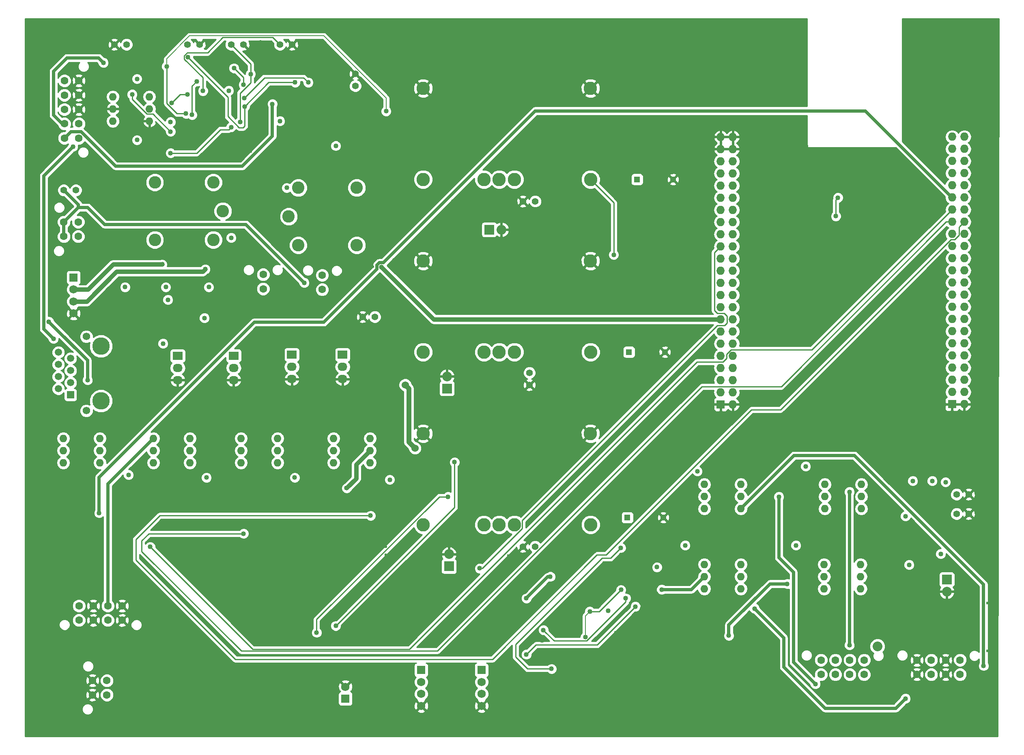
<source format=gbl>
G04 #@! TF.FileFunction,Copper,L4,Bot,Mixed*
%FSLAX46Y46*%
G04 Gerber Fmt 4.6, Leading zero omitted, Abs format (unit mm)*
G04 Created by KiCad (PCBNEW 4.0.5+dfsg1-4) date Wed Feb  8 17:15:58 2017*
%MOMM*%
%LPD*%
G01*
G04 APERTURE LIST*
%ADD10C,0.100000*%
%ADD11C,0.600000*%
%ADD12R,1.300000X1.300000*%
%ADD13C,1.300000*%
%ADD14C,2.600000*%
%ADD15O,1.600000X1.600000*%
%ADD16R,2.032000X2.032000*%
%ADD17O,2.032000X2.032000*%
%ADD18C,1.400000*%
%ADD19R,1.727200X1.727200*%
%ADD20O,1.727200X1.727200*%
%ADD21R,2.032000X1.727200*%
%ADD22O,2.032000X1.727200*%
%ADD23C,1.600000*%
%ADD24C,2.794000*%
%ADD25C,1.574800*%
%ADD26C,3.649980*%
%ADD27R,1.501140X1.501140*%
%ADD28C,1.501140*%
%ADD29R,1.750000X1.750000*%
%ADD30C,1.750000*%
%ADD31C,1.016000*%
%ADD32C,1.397000*%
%ADD33C,1.524000*%
%ADD34C,2.032000*%
%ADD35C,1.016000*%
%ADD36C,0.635000*%
%ADD37C,0.889000*%
%ADD38C,0.254000*%
%ADD39C,0.203200*%
G04 APERTURE END LIST*
D10*
D11*
X142500000Y-113900000D03*
X214600000Y-166300000D03*
X214000000Y-163500000D03*
X216100000Y-162100000D03*
X214700000Y-90200000D03*
X211700000Y-90200000D03*
X214200000Y-126600000D03*
X211600000Y-126200000D03*
X208100000Y-95100000D03*
X213100000Y-90500000D03*
X211100000Y-124900000D03*
X183250000Y-117750000D03*
X263000000Y-109000000D03*
X102500000Y-146000000D03*
X109750000Y-160250000D03*
X168000000Y-188250000D03*
X182250000Y-168250000D03*
X168250000Y-176750000D03*
X184750000Y-84500000D03*
X167500000Y-73250000D03*
X166750000Y-98750000D03*
X168500000Y-90750000D03*
X145750000Y-93500000D03*
X142000000Y-87250000D03*
X111500000Y-93750000D03*
X111000000Y-81000000D03*
X227500000Y-105250000D03*
X220500000Y-104500000D03*
X230750000Y-135000000D03*
X251000000Y-137000000D03*
X249000000Y-174750000D03*
X215646000Y-61468000D03*
X208534000Y-61468000D03*
X208280000Y-101600000D03*
X214630000Y-96012000D03*
X203500000Y-98000000D03*
X210058000Y-131318000D03*
X214122000Y-131318000D03*
X214630000Y-136398000D03*
X210058000Y-135890000D03*
X212090000Y-130302000D03*
X211000000Y-137160000D03*
X227838000Y-78740000D03*
X227838000Y-82042000D03*
X229362000Y-77724000D03*
X227076000Y-80518000D03*
X229362000Y-83058000D03*
X213000000Y-126600000D03*
X244856000Y-154686000D03*
D12*
X220162000Y-116572000D03*
D13*
X227662000Y-116572000D03*
D11*
X100250000Y-195500000D03*
X110250000Y-195500000D03*
X120250000Y-195500000D03*
X130250000Y-195500000D03*
X140250000Y-195500000D03*
X150250000Y-195500000D03*
X160250000Y-195500000D03*
X170250000Y-195500000D03*
X180250000Y-195500000D03*
X190250000Y-195500000D03*
X200250000Y-195500000D03*
X210250000Y-195500000D03*
X220250000Y-195500000D03*
X230250000Y-195500000D03*
X240250000Y-195500000D03*
X250250000Y-195500000D03*
X260250000Y-195500000D03*
X270250000Y-195500000D03*
X280250000Y-195500000D03*
X290250000Y-195500000D03*
X295000000Y-189000000D03*
X295000000Y-179000000D03*
X295000000Y-169000000D03*
X295000000Y-159000000D03*
X295000000Y-149000000D03*
X295000000Y-139000000D03*
X295000000Y-129000000D03*
X295000000Y-119000000D03*
X295000000Y-109000000D03*
X295000000Y-99000000D03*
X295000000Y-89000000D03*
X295000000Y-79000000D03*
X295000000Y-69000000D03*
X295000000Y-59000000D03*
X287500000Y-49000000D03*
X280500000Y-50750000D03*
X278000000Y-58250000D03*
X278000000Y-68250000D03*
X275500000Y-75750000D03*
X265500000Y-75750000D03*
X255500000Y-75750000D03*
X255500000Y-68250000D03*
X255500000Y-58250000D03*
X253000000Y-48250000D03*
X243000000Y-48250000D03*
X233000000Y-48250000D03*
X223000000Y-48250000D03*
X213000000Y-48250000D03*
X213000000Y-48250000D03*
X203250000Y-48250000D03*
X193500000Y-48250000D03*
X183750000Y-48250000D03*
X174000000Y-48250000D03*
X164250000Y-48250000D03*
X154500000Y-48250000D03*
X144750000Y-48250000D03*
X135000000Y-48250000D03*
X125250000Y-48250000D03*
X115500000Y-48250000D03*
X105500000Y-48250000D03*
X95500000Y-49500000D03*
X95500000Y-59500000D03*
X95500000Y-69750000D03*
X95500000Y-79750000D03*
X95500000Y-90000000D03*
X95500000Y-101250000D03*
X95500000Y-111250000D03*
X95500000Y-121250000D03*
X95500000Y-131500000D03*
X95500000Y-141750000D03*
X95500000Y-152000000D03*
X95500000Y-162250000D03*
X95500000Y-172250000D03*
X95500000Y-184250000D03*
X146700000Y-108400000D03*
X153900000Y-113300000D03*
X230500000Y-192800000D03*
X285400000Y-190000000D03*
X284900000Y-174200000D03*
X233800000Y-174700000D03*
X252900000Y-189800000D03*
X192300000Y-169000000D03*
X192000000Y-174500000D03*
X202000000Y-188800000D03*
X120900000Y-145100000D03*
X100300000Y-163700000D03*
X116600000Y-121700000D03*
X124500000Y-175250000D03*
X121900000Y-168500000D03*
X132750000Y-192000000D03*
X144700000Y-161800000D03*
X137400000Y-164000000D03*
X132000000Y-176000000D03*
X144000000Y-177000000D03*
X195900000Y-102200000D03*
X203600000Y-111900000D03*
X187500000Y-108400000D03*
X189700000Y-128500000D03*
X200200000Y-141100000D03*
X190900000Y-140800000D03*
X199300000Y-132800000D03*
X289800000Y-62400000D03*
X290400000Y-53300000D03*
X283200000Y-59400000D03*
X270900000Y-119400000D03*
X277200000Y-111900000D03*
X255600000Y-99200000D03*
X266500000Y-97600000D03*
X254800000Y-89500000D03*
X248300000Y-60900000D03*
X239000000Y-53600000D03*
X225500000Y-57000000D03*
X206600000Y-53100000D03*
X190500000Y-56200000D03*
X182900000Y-72000000D03*
X203200000Y-74200000D03*
X203200000Y-90900000D03*
X215200000Y-88900000D03*
X157400000Y-76500000D03*
X153300000Y-76500000D03*
X155200000Y-78600000D03*
X111200000Y-58100000D03*
X108900000Y-68200000D03*
X109900000Y-64500000D03*
X109000000Y-60000000D03*
X114500000Y-66000000D03*
X117800000Y-68400000D03*
X125600000Y-71700000D03*
X129100000Y-72300000D03*
X134000000Y-65000000D03*
X136400000Y-57400000D03*
X132800000Y-57700000D03*
X134400000Y-54100000D03*
X152000000Y-52300000D03*
X149900000Y-54400000D03*
X165600000Y-58400000D03*
X163100000Y-55800000D03*
X161100000Y-58400000D03*
X156000000Y-59200000D03*
X156000000Y-56900000D03*
X156000000Y-58000000D03*
X157200000Y-63300000D03*
X157000000Y-69800000D03*
X153500000Y-69800000D03*
X151500000Y-71400000D03*
X149300000Y-71400000D03*
X150400000Y-71400000D03*
X141600000Y-77400000D03*
X142600000Y-78200000D03*
X139900000Y-74700000D03*
X141200000Y-74700000D03*
X139500000Y-73600000D03*
X135200000Y-75300000D03*
X136200000Y-75300000D03*
X133700000Y-75600000D03*
X132700000Y-75600000D03*
X137200000Y-75300000D03*
X131700000Y-75600000D03*
X137200000Y-108500000D03*
X128400000Y-108500000D03*
X126000000Y-110400000D03*
X120400000Y-108500000D03*
X117800000Y-110400000D03*
X115200000Y-108500000D03*
X104300000Y-111000000D03*
X106900000Y-110400000D03*
X107300000Y-108500000D03*
X140200000Y-121500000D03*
X128600000Y-121400000D03*
X108400000Y-165900000D03*
X108400000Y-176200000D03*
X116100000Y-174000000D03*
X116100000Y-168000000D03*
X114400000Y-165900000D03*
X114400000Y-176200000D03*
X110900000Y-191100000D03*
X110900000Y-182100000D03*
X104600000Y-188200000D03*
X104600000Y-185200000D03*
X242000000Y-181600000D03*
X242000000Y-188400000D03*
X232000000Y-188400000D03*
X232000000Y-181600000D03*
X222100000Y-181600000D03*
X222100000Y-188400000D03*
X212100000Y-188400000D03*
X212100000Y-181600000D03*
X291500000Y-130600000D03*
X288900000Y-130600000D03*
X286200000Y-130600000D03*
X284400000Y-128900000D03*
X284900000Y-130100000D03*
X290100000Y-130600000D03*
X287600000Y-130600000D03*
X284400000Y-127500000D03*
X244600000Y-127500000D03*
X240700000Y-130200000D03*
X241900000Y-130200000D03*
X239300000Y-130200000D03*
X237900000Y-130200000D03*
X236600000Y-129100000D03*
X236600000Y-126000000D03*
X236600000Y-127500000D03*
X226478000Y-117900000D03*
X226478000Y-115300000D03*
X225878000Y-116600000D03*
X227678000Y-114600000D03*
X228000000Y-97600000D03*
X229100000Y-96700000D03*
X229100000Y-95500000D03*
X211100000Y-88900000D03*
X198100000Y-86900000D03*
X195000000Y-83300000D03*
X195000000Y-86900000D03*
X193500000Y-93700000D03*
X193500000Y-88400000D03*
X196100000Y-91000000D03*
X171100000Y-77000000D03*
X169000000Y-79000000D03*
X169000000Y-80900000D03*
X169000000Y-82000000D03*
X169000000Y-83100000D03*
X170600000Y-84400000D03*
X171000000Y-109750000D03*
X169500000Y-112000000D03*
X169500000Y-113500000D03*
X169500000Y-115000000D03*
X169500000Y-116500000D03*
X169500000Y-118100000D03*
X169500000Y-119600000D03*
X169500000Y-122400000D03*
X169500000Y-121100000D03*
X169400000Y-158900000D03*
X169400000Y-155700000D03*
X169400000Y-152600000D03*
X169400000Y-149500000D03*
X169400000Y-146700000D03*
X169400000Y-148100000D03*
X169400000Y-151100000D03*
X169400000Y-154200000D03*
X169400000Y-157200000D03*
X185000000Y-156500000D03*
X180750000Y-156000000D03*
X182600000Y-155900000D03*
X195000000Y-155200000D03*
X195000000Y-159100000D03*
X195000000Y-159100000D03*
X274400000Y-152900000D03*
X276400000Y-154800000D03*
X273100000Y-146200000D03*
X275100000Y-148200000D03*
X275100000Y-151000000D03*
X293300000Y-146300000D03*
X293200000Y-150400000D03*
X289200000Y-166600000D03*
X284100000Y-166600000D03*
X273100000Y-162800000D03*
X275300000Y-165000000D03*
X275300000Y-167700000D03*
X257600000Y-168400000D03*
X257600000Y-171800000D03*
X259000000Y-167000000D03*
X259000000Y-170000000D03*
X257750000Y-155250000D03*
X259000000Y-153250000D03*
X259000000Y-150250000D03*
X250000000Y-148250000D03*
X250000000Y-151000000D03*
X234250000Y-150250000D03*
X232500000Y-155250000D03*
X227330000Y-153416000D03*
X225044000Y-151130000D03*
X227330000Y-148844000D03*
X216400000Y-160800000D03*
X218300000Y-159200000D03*
D14*
X135417500Y-87122000D03*
X133417500Y-93122000D03*
X121217500Y-93122000D03*
X121217500Y-81122000D03*
X133417500Y-81122000D03*
D15*
X112458500Y-63246000D03*
X112458500Y-65786000D03*
X112458500Y-68326000D03*
X120078500Y-68326000D03*
X120078500Y-65786000D03*
X120078500Y-63246000D03*
X235894000Y-144208000D03*
X235894000Y-146748000D03*
X235894000Y-149288000D03*
X243514000Y-149288000D03*
X243514000Y-146748000D03*
X243514000Y-144208000D03*
D16*
X286512000Y-164084000D03*
D17*
X286512000Y-166624000D03*
D15*
X235894000Y-160958000D03*
X235894000Y-163498000D03*
X235894000Y-166038000D03*
X243514000Y-166038000D03*
X243514000Y-163498000D03*
X243514000Y-160958000D03*
X261024000Y-144208000D03*
X261024000Y-146748000D03*
X261024000Y-149288000D03*
X268644000Y-149288000D03*
X268644000Y-146748000D03*
X268644000Y-144208000D03*
X260894000Y-160958000D03*
X260894000Y-163498000D03*
X260894000Y-166038000D03*
X268514000Y-166038000D03*
X268514000Y-163498000D03*
X268514000Y-160958000D03*
D18*
X198064000Y-85076000D03*
X200604000Y-85076000D03*
X199400000Y-123440000D03*
X199400000Y-120900000D03*
X198064000Y-157212000D03*
X200604000Y-157212000D03*
X288544000Y-146304000D03*
X291084000Y-146304000D03*
X288544000Y-150368000D03*
X291084000Y-150368000D03*
X102210000Y-82750000D03*
X104750000Y-82750000D03*
X115316000Y-52324000D03*
X112776000Y-52324000D03*
X128016000Y-52324000D03*
X130556000Y-52324000D03*
X147320000Y-52324000D03*
X149860000Y-52324000D03*
X163068000Y-60960000D03*
X163068000Y-58420000D03*
X137160000Y-52324000D03*
X139700000Y-52324000D03*
X167132000Y-109220000D03*
X164592000Y-109220000D03*
D19*
X287596986Y-127474721D03*
D20*
X290136986Y-127474721D03*
X287596986Y-124934721D03*
X290136986Y-124934721D03*
X287596986Y-122394721D03*
X290136986Y-122394721D03*
X287596986Y-119854721D03*
X290136986Y-119854721D03*
X287596986Y-117314721D03*
X290136986Y-117314721D03*
X287596986Y-114774721D03*
X290136986Y-114774721D03*
X287596986Y-112234721D03*
X290136986Y-112234721D03*
X287596986Y-109694721D03*
X290136986Y-109694721D03*
X287596986Y-107154721D03*
X290136986Y-107154721D03*
X287596986Y-104614721D03*
X290136986Y-104614721D03*
X287596986Y-102074721D03*
X290136986Y-102074721D03*
X287596986Y-99534721D03*
X290136986Y-99534721D03*
X287596986Y-96994721D03*
X290136986Y-96994721D03*
X287596986Y-94454721D03*
X290136986Y-94454721D03*
X287596986Y-91914721D03*
X290136986Y-91914721D03*
X287596986Y-89374721D03*
X290136986Y-89374721D03*
X287596986Y-86834721D03*
X290136986Y-86834721D03*
X287596986Y-84294721D03*
X290136986Y-84294721D03*
X287596986Y-81754721D03*
X290136986Y-81754721D03*
X287596986Y-79214721D03*
X290136986Y-79214721D03*
X287596986Y-76674721D03*
X290136986Y-76674721D03*
X287596986Y-74134721D03*
X290136986Y-74134721D03*
X287596986Y-71594721D03*
X290136986Y-71594721D03*
D19*
X239306986Y-127514722D03*
D20*
X241846986Y-127514722D03*
X239306986Y-124974722D03*
X241846986Y-124974722D03*
X239306986Y-122434722D03*
X241846986Y-122434722D03*
X239306986Y-119894722D03*
X241846986Y-119894722D03*
X239306986Y-117354722D03*
X241846986Y-117354722D03*
X239306986Y-114814722D03*
X241846986Y-114814722D03*
X239306986Y-112274722D03*
X241846986Y-112274722D03*
X239306986Y-109734722D03*
X241846986Y-109734722D03*
X239306986Y-107194722D03*
X241846986Y-107194722D03*
X239306986Y-104654722D03*
X241846986Y-104654722D03*
X239306986Y-102114722D03*
X241846986Y-102114722D03*
X239306986Y-99574722D03*
X241846986Y-99574722D03*
X239306986Y-97034722D03*
X241846986Y-97034722D03*
X239306986Y-94494722D03*
X241846986Y-94494722D03*
X239306986Y-91954722D03*
X241846986Y-91954722D03*
X239306986Y-89414722D03*
X241846986Y-89414722D03*
X239306986Y-86874722D03*
X241846986Y-86874722D03*
X239306986Y-84334722D03*
X241846986Y-84334722D03*
X239306986Y-81794722D03*
X241846986Y-81794722D03*
X239306986Y-79254722D03*
X241846986Y-79254722D03*
X239306986Y-76714722D03*
X241846986Y-76714722D03*
X239306986Y-74174722D03*
X241846986Y-74174722D03*
X239306986Y-71634722D03*
X241846986Y-71634722D03*
D15*
X109728000Y-139700000D03*
X109728000Y-137160000D03*
X109728000Y-134620000D03*
X102108000Y-134620000D03*
X102108000Y-137160000D03*
X102108000Y-139700000D03*
X128524000Y-139700000D03*
X128524000Y-137160000D03*
X128524000Y-134620000D03*
X120904000Y-134620000D03*
X120904000Y-137160000D03*
X120904000Y-139700000D03*
X146812000Y-139700000D03*
X146812000Y-137160000D03*
X146812000Y-134620000D03*
X139192000Y-134620000D03*
X139192000Y-137160000D03*
X139192000Y-139700000D03*
X166116000Y-139700000D03*
X166116000Y-137160000D03*
X166116000Y-134620000D03*
X158496000Y-134620000D03*
X158496000Y-137160000D03*
X158496000Y-139700000D03*
D21*
X125984000Y-117348000D03*
D22*
X125984000Y-119888000D03*
X125984000Y-122428000D03*
D21*
X137668000Y-117320000D03*
D22*
X137668000Y-119860000D03*
X137668000Y-122400000D03*
D21*
X149800000Y-117120000D03*
D22*
X149800000Y-119660000D03*
X149800000Y-122200000D03*
D21*
X160400000Y-117120000D03*
D22*
X160400000Y-119660000D03*
X160400000Y-122200000D03*
D23*
X102362000Y-71882000D03*
X102362000Y-68882000D03*
X102362000Y-65882000D03*
X102362000Y-62882000D03*
X102362000Y-59882000D03*
X105362000Y-71882000D03*
X105362000Y-68882000D03*
X105362000Y-65882000D03*
X105362000Y-62882000D03*
X105362000Y-59882000D03*
D24*
X193085600Y-80504000D03*
X189910600Y-80516700D03*
X196260600Y-80504000D03*
X177210600Y-80504000D03*
X212148300Y-80504000D03*
X177210600Y-61454000D03*
X212135600Y-61454000D03*
X193085600Y-116572000D03*
X189910600Y-116584700D03*
X196260600Y-116572000D03*
X177210600Y-116572000D03*
X212148300Y-116572000D03*
X177210600Y-97522000D03*
X212135600Y-97522000D03*
X193085600Y-152640000D03*
X189910600Y-152652700D03*
X196260600Y-152640000D03*
X177210600Y-152640000D03*
X212148300Y-152640000D03*
X177210600Y-133590000D03*
X212135600Y-133590000D03*
D12*
X221862000Y-80504000D03*
D13*
X229362000Y-80504000D03*
D12*
X219830000Y-151130000D03*
D13*
X227330000Y-151130000D03*
D25*
X106934000Y-128816100D03*
D26*
X109982000Y-115354100D03*
X109982000Y-126784100D03*
D27*
X103632000Y-125514100D03*
D28*
X101092000Y-124244100D03*
X103632000Y-122974100D03*
X101092000Y-121704100D03*
X103632000Y-120434100D03*
X101092000Y-119164100D03*
X103632000Y-117894100D03*
X101092000Y-116624100D03*
D25*
X106934000Y-113322100D03*
D23*
X111200000Y-185200000D03*
X111200000Y-188200000D03*
X108200000Y-185200000D03*
X108200000Y-188200000D03*
D29*
X161000000Y-189000000D03*
D30*
X161000000Y-186500000D03*
D16*
X191000000Y-91000000D03*
D17*
X193540000Y-91000000D03*
D16*
X182200000Y-124200000D03*
D17*
X182200000Y-121660000D03*
D16*
X182600000Y-161340000D03*
D17*
X182600000Y-158800000D03*
D29*
X189400000Y-183000000D03*
D30*
X189400000Y-185500000D03*
X189400000Y-188000000D03*
X189400000Y-190500000D03*
D29*
X176800000Y-183000000D03*
D30*
X176800000Y-185500000D03*
X176800000Y-188000000D03*
X176800000Y-190500000D03*
D23*
X105219500Y-89408000D03*
X105219500Y-92408000D03*
X102219500Y-89408000D03*
X102219500Y-92408000D03*
X143827500Y-103378000D03*
X143827500Y-100378000D03*
X156146500Y-103505000D03*
X156146500Y-100505000D03*
D29*
X104250000Y-101000000D03*
D30*
X104250000Y-103500000D03*
X104250000Y-106000000D03*
X104250000Y-108500000D03*
D23*
X269244000Y-183928000D03*
X266244000Y-183928000D03*
X263244000Y-183928000D03*
X260244000Y-183928000D03*
X269244000Y-180928000D03*
X266244000Y-180928000D03*
X263244000Y-180928000D03*
X260244000Y-180928000D03*
X289244000Y-183928000D03*
X286244000Y-183928000D03*
X283244000Y-183928000D03*
X280244000Y-183928000D03*
X289244000Y-180928000D03*
X286244000Y-180928000D03*
X283244000Y-180928000D03*
X280244000Y-180928000D03*
X105400000Y-169600000D03*
X108400000Y-169600000D03*
X111400000Y-169600000D03*
X114400000Y-169600000D03*
X105400000Y-172600000D03*
X108400000Y-172600000D03*
X111400000Y-172600000D03*
X114400000Y-172600000D03*
D14*
X149150000Y-88250000D03*
X151150000Y-82250000D03*
X163350000Y-82250000D03*
X163350000Y-94250000D03*
X151150000Y-94250000D03*
D11*
X217800000Y-160500000D03*
D31*
X131572000Y-109474000D03*
X123952000Y-105664000D03*
X238760000Y-157226000D03*
X204611799Y-171845799D03*
X124500000Y-67000000D03*
X217500000Y-175250000D03*
X132750000Y-56250000D03*
X138000000Y-61250000D03*
X155250000Y-71250000D03*
X197309334Y-159463334D03*
X202000000Y-176800000D03*
X163200000Y-122200000D03*
X152600000Y-122200000D03*
X106240590Y-147819320D03*
X124947349Y-148061349D03*
X133000000Y-69500000D03*
X127000000Y-153416000D03*
X104394000Y-158496000D03*
X283210000Y-156718000D03*
X258826000Y-165608000D03*
X249936000Y-167386000D03*
X134112000Y-110490000D03*
X123698000Y-109220000D03*
X113030000Y-60452000D03*
D32*
X143256000Y-52070000D03*
D33*
X173482000Y-123444000D03*
X175514000Y-136652000D03*
D31*
X170250000Y-143250000D03*
X234450364Y-141486364D03*
X115750000Y-142250000D03*
X286250000Y-143750000D03*
X117500000Y-59500000D03*
X226000000Y-161500000D03*
X150400000Y-142800000D03*
X132000000Y-142800000D03*
X148750000Y-82250000D03*
X159000000Y-73500000D03*
X117500000Y-72250000D03*
X132500000Y-103000000D03*
X123500000Y-103000000D03*
X115000000Y-103000000D03*
X255016000Y-156972000D03*
X231902000Y-156972000D03*
X257048000Y-140462000D03*
X278638000Y-161036000D03*
X285242000Y-158750000D03*
X277876000Y-150876000D03*
X279400000Y-143510000D03*
X283464000Y-143510000D03*
X136652000Y-61976000D03*
X122936000Y-114808000D03*
X137160000Y-92710000D03*
X147320000Y-68326000D03*
X266192000Y-145796000D03*
X266192000Y-177800000D03*
X251460000Y-146812000D03*
X259080000Y-185928000D03*
X152400000Y-102108000D03*
X215802884Y-170637430D03*
D34*
X272034000Y-178054000D03*
D31*
X145750000Y-64750000D03*
X124500000Y-68500000D03*
X110490000Y-56134000D03*
X168540273Y-98819949D03*
X99109235Y-110236000D03*
X107188000Y-122428000D03*
X100076000Y-113792000D03*
X104140000Y-73660000D03*
X124500000Y-70500000D03*
X116500000Y-62750000D03*
X218468364Y-157468364D03*
X217000000Y-96250000D03*
X204000000Y-182750000D03*
X203750000Y-163500000D03*
X198750000Y-168000000D03*
X139000000Y-68500000D03*
X141224000Y-58485929D03*
X263761433Y-84309590D03*
X263330383Y-88169607D03*
X294174660Y-182125079D03*
X277876000Y-188976000D03*
X246380000Y-170180000D03*
X183763241Y-139566892D03*
X159000000Y-173750000D03*
X182410218Y-146783018D03*
X154992673Y-175177064D03*
X139720157Y-60720157D03*
X137750000Y-57250000D03*
X130000000Y-60000000D03*
X129000000Y-67000000D03*
X127707390Y-66751200D03*
X169500000Y-66250000D03*
X123698000Y-56896000D03*
X139750000Y-154500000D03*
X166250000Y-150750000D03*
X120250000Y-157250000D03*
X109600000Y-150200000D03*
X198750000Y-179750000D03*
X221500000Y-169750000D03*
X202297110Y-174664054D03*
X219500000Y-168000000D03*
X189000000Y-161750000D03*
X122750000Y-98250000D03*
X131750000Y-99250000D03*
X137159744Y-69570361D03*
X124500000Y-75000000D03*
X227000000Y-166200000D03*
X253200000Y-165000000D03*
X241000000Y-175800000D03*
X161250000Y-145000000D03*
X211053392Y-176152395D03*
X218500000Y-166250000D03*
X212000000Y-170750000D03*
X131250000Y-62000000D03*
X124720157Y-64529843D03*
X128000000Y-62750000D03*
X128127013Y-54992441D03*
X150500000Y-60250000D03*
X140000000Y-65250000D03*
X139849310Y-63500000D03*
X153250000Y-60250000D03*
D35*
X174244000Y-124206000D02*
X173482000Y-123444000D01*
X174244000Y-135382000D02*
X174244000Y-124206000D01*
X175514000Y-136652000D02*
X174244000Y-135382000D01*
D36*
X266192000Y-177800000D02*
X266192000Y-145796000D01*
X251460000Y-159512000D02*
X251460000Y-146812000D01*
X254508000Y-162560000D02*
X251460000Y-159512000D01*
X254508000Y-181356000D02*
X254508000Y-162560000D01*
X259080000Y-185928000D02*
X254508000Y-181356000D01*
X105267500Y-86360000D02*
X105267500Y-85807500D01*
X105267500Y-85807500D02*
X102210000Y-82750000D01*
X102219500Y-89408000D02*
X102219500Y-92408000D01*
X105267500Y-86360000D02*
X102219500Y-89408000D01*
X107188000Y-86360000D02*
X105267500Y-86360000D01*
X110744000Y-89916000D02*
X107188000Y-86360000D01*
X140208000Y-89916000D02*
X110744000Y-89916000D01*
X152400000Y-102108000D02*
X140208000Y-89916000D01*
X145750000Y-64750000D02*
X145750000Y-71450480D01*
X105803066Y-70500000D02*
X103744000Y-70500000D01*
X103744000Y-70500000D02*
X102362000Y-71882000D01*
X145750000Y-71450480D02*
X139477606Y-77722874D01*
X139477606Y-77722874D02*
X113025940Y-77722874D01*
X113025940Y-77722874D02*
X105803066Y-70500000D01*
X102362000Y-68882000D02*
X101902000Y-68882000D01*
X101902000Y-68882000D02*
X100076000Y-67056000D01*
X100076000Y-67056000D02*
X100076000Y-57912000D01*
X100076000Y-57912000D02*
X102870000Y-55118000D01*
X102870000Y-55118000D02*
X109474000Y-55118000D01*
X109474000Y-55118000D02*
X110490000Y-56134000D01*
D37*
X239306986Y-109734722D02*
X179455046Y-109734722D01*
X169048272Y-99327948D02*
X168540273Y-98819949D01*
X179455046Y-109734722D02*
X169048272Y-99327948D01*
D36*
X99617234Y-110743999D02*
X99109235Y-110236000D01*
X107188000Y-118314765D02*
X99617234Y-110743999D01*
X107188000Y-122428000D02*
X107188000Y-118314765D01*
X100076000Y-113792000D02*
X98044000Y-111760000D01*
X98044000Y-111760000D02*
X98044000Y-79756000D01*
X98044000Y-79756000D02*
X104140000Y-73660000D01*
D38*
X116500000Y-62750000D02*
X116500000Y-63748626D01*
X116500000Y-63748626D02*
X119578675Y-66827301D01*
X119578675Y-66827301D02*
X120827301Y-66827301D01*
X120827301Y-66827301D02*
X124500000Y-70500000D01*
X204000000Y-182750000D02*
X199000000Y-182750000D01*
X199000000Y-182750000D02*
X196500000Y-180250000D01*
X196500000Y-177677920D02*
X214535818Y-159642102D01*
X196500000Y-180250000D02*
X196500000Y-177677920D01*
X214535818Y-159642102D02*
X216294626Y-159642102D01*
X217960365Y-157976363D02*
X218468364Y-157468364D01*
X216294626Y-159642102D02*
X217960365Y-157976363D01*
X217000000Y-96250000D02*
X217000000Y-85355700D01*
X217000000Y-85355700D02*
X212148300Y-80504000D01*
D36*
X198750000Y-168000000D02*
X203250000Y-163500000D01*
X203250000Y-163500000D02*
X203750000Y-163500000D01*
D38*
X139000000Y-62500000D02*
X139000000Y-68500000D01*
X141224000Y-60276000D02*
X139000000Y-62500000D01*
X141224000Y-58485929D02*
X141224000Y-60276000D01*
X141224000Y-56388000D02*
X141224000Y-57767509D01*
X137160000Y-52324000D02*
X141224000Y-56388000D01*
X141224000Y-57767509D02*
X141224000Y-58485929D01*
X263330383Y-88169607D02*
X263330383Y-84740640D01*
X263330383Y-84740640D02*
X263761433Y-84309590D01*
D36*
X294174660Y-181406659D02*
X294174660Y-182125079D01*
X267208000Y-138176000D02*
X294174660Y-165142660D01*
X294174660Y-165142660D02*
X294174660Y-181406659D01*
X243514000Y-149288000D02*
X254626000Y-138176000D01*
X254626000Y-138176000D02*
X267208000Y-138176000D01*
X277876000Y-188976000D02*
X275844000Y-191008000D01*
X275844000Y-191008000D02*
X261112000Y-191008000D01*
X261112000Y-191008000D02*
X252476000Y-182372000D01*
X252476000Y-182372000D02*
X252476000Y-176276000D01*
X252476000Y-176276000D02*
X246380000Y-170180000D01*
D38*
X183763241Y-148986759D02*
X183763241Y-140285312D01*
X159000000Y-173750000D02*
X183763241Y-148986759D01*
X183763241Y-140285312D02*
X183763241Y-139566892D01*
X181691798Y-146783018D02*
X182410218Y-146783018D01*
X180606187Y-146783018D02*
X181691798Y-146783018D01*
X154992673Y-172396532D02*
X180606187Y-146783018D01*
X154992673Y-175177064D02*
X154992673Y-172396532D01*
X139720157Y-59220157D02*
X139720157Y-60001737D01*
X139720157Y-60001737D02*
X139720157Y-60720157D01*
X137750000Y-57250000D02*
X139720157Y-59220157D01*
X129000000Y-67000000D02*
X129000000Y-61000000D01*
X129000000Y-61000000D02*
X130000000Y-60000000D01*
X126988970Y-66751200D02*
X127707390Y-66751200D01*
X123698000Y-64580370D02*
X125868830Y-66751200D01*
X123698000Y-56896000D02*
X123698000Y-64580370D01*
X125868830Y-66751200D02*
X126988970Y-66751200D01*
D39*
X156503534Y-50500000D02*
X128484466Y-50500000D01*
X128484466Y-50500000D02*
X123698000Y-55286466D01*
X123698000Y-56177580D02*
X123698000Y-56896000D01*
X123698000Y-55286466D02*
X123698000Y-56177580D01*
X169500000Y-66250000D02*
X169500000Y-63496466D01*
X169500000Y-63496466D02*
X156503534Y-50500000D01*
D38*
X287596986Y-89374721D02*
X286375672Y-89374721D01*
X286375672Y-89374721D02*
X251963872Y-123786521D01*
X120000000Y-154500000D02*
X139750000Y-154500000D01*
X251963872Y-123786521D02*
X235422605Y-123786521D01*
X235422605Y-123786521D02*
X180209126Y-179000000D01*
X180209126Y-179000000D02*
X139250000Y-179000000D01*
X139250000Y-179000000D02*
X118500000Y-158250000D01*
X118500000Y-158250000D02*
X118500000Y-156000000D01*
X118500000Y-156000000D02*
X120000000Y-154500000D01*
X166250000Y-150750000D02*
X122250000Y-150750000D01*
X122250000Y-150750000D02*
X117250000Y-155750000D01*
X117250000Y-160000000D02*
X138000000Y-180750000D01*
X251796830Y-128619623D02*
X287396831Y-93019622D01*
X117250000Y-155750000D02*
X117250000Y-160000000D01*
X138000000Y-180750000D02*
X191714611Y-180750000D01*
X289273387Y-90238320D02*
X290136986Y-89374721D01*
X191714611Y-180750000D02*
X213496597Y-158968014D01*
X213496597Y-158968014D02*
X215398088Y-158968014D01*
X215398088Y-158968014D02*
X245746479Y-128619623D01*
X289032085Y-92114876D02*
X289032085Y-90479622D01*
X245746479Y-128619623D02*
X251796830Y-128619623D01*
X288127339Y-93019622D02*
X289032085Y-92114876D01*
X287396831Y-93019622D02*
X288127339Y-93019622D01*
X289032085Y-90479622D02*
X289273387Y-90238320D01*
X287596986Y-86834721D02*
X258309412Y-116122295D01*
X258309412Y-116122295D02*
X241444159Y-116122295D01*
X241444159Y-116122295D02*
X240577702Y-116988752D01*
X239802838Y-118618074D02*
X234381926Y-118618074D01*
X240577702Y-116988752D02*
X240577702Y-117843210D01*
X240577702Y-117843210D02*
X239802838Y-118618074D01*
X234381926Y-118618074D02*
X174368311Y-178631689D01*
X174368311Y-178631689D02*
X141631689Y-178631689D01*
X141631689Y-178631689D02*
X120757999Y-157757999D01*
X120757999Y-157757999D02*
X120250000Y-157250000D01*
D36*
X269502265Y-66200000D02*
X286733387Y-83431122D01*
X200600000Y-66200000D02*
X269502265Y-66200000D01*
X286733387Y-83431122D02*
X287596986Y-84294721D01*
X168089167Y-97880147D02*
X168919853Y-97880147D01*
X168919853Y-97880147D02*
X200600000Y-66200000D01*
X167600471Y-99199529D02*
X167600471Y-98368843D01*
X167600471Y-98368843D02*
X168089167Y-97880147D01*
X141979357Y-110351801D02*
X156448199Y-110351801D01*
X109600000Y-142731158D02*
X141979357Y-110351801D01*
X109600000Y-150200000D02*
X109600000Y-142731158D01*
X156448199Y-110351801D02*
X167600471Y-99199529D01*
D38*
X213500000Y-177750000D02*
X200750000Y-177750000D01*
X200750000Y-177750000D02*
X198750000Y-179750000D01*
X221500000Y-169750000D02*
X213500000Y-177750000D01*
X204534753Y-176901697D02*
X202805109Y-175172053D01*
X219500000Y-168772585D02*
X211370888Y-176901697D01*
X202805109Y-175172053D02*
X202297110Y-174664054D01*
X211370888Y-176901697D02*
X204534753Y-176901697D01*
X219500000Y-168000000D02*
X219500000Y-168772585D01*
X239306986Y-94494722D02*
X238044978Y-95756730D01*
X238044978Y-95756730D02*
X238044978Y-107898166D01*
X238593434Y-108446622D02*
X240004147Y-108446622D01*
X238044978Y-107898166D02*
X238593434Y-108446622D01*
X240004147Y-108446622D02*
X240630625Y-109073100D01*
X240630625Y-109073100D02*
X240630625Y-110485525D01*
X197898901Y-153426385D02*
X189575286Y-161750000D01*
X240630625Y-110485525D02*
X240140834Y-110975316D01*
X240140834Y-110975316D02*
X238640940Y-110975316D01*
X238640940Y-110975316D02*
X197898901Y-151717355D01*
X197898901Y-151717355D02*
X197898901Y-153426385D01*
X189575286Y-161750000D02*
X189000000Y-161750000D01*
D37*
X122750000Y-98250000D02*
X112500000Y-98250000D01*
X107250000Y-103500000D02*
X104250000Y-103500000D01*
X112500000Y-98250000D02*
X107250000Y-103500000D01*
X104250000Y-106000000D02*
X107000000Y-106000000D01*
X131250000Y-99750000D02*
X131750000Y-99250000D01*
X113250000Y-99750000D02*
X131250000Y-99750000D01*
X107000000Y-106000000D02*
X113250000Y-99750000D01*
D36*
X111400000Y-169600000D02*
X111400000Y-144124000D01*
X111400000Y-144124000D02*
X120904000Y-134620000D01*
D38*
X124500000Y-75000000D02*
X129979080Y-75000000D01*
X129979080Y-75000000D02*
X134900720Y-70078360D01*
X134900720Y-70078360D02*
X136651745Y-70078360D01*
X136651745Y-70078360D02*
X137159744Y-69570361D01*
D36*
X227000000Y-166200000D02*
X233192000Y-166200000D01*
X233192000Y-166200000D02*
X235894000Y-163498000D01*
X241000000Y-173600000D02*
X249600000Y-165000000D01*
X249600000Y-165000000D02*
X253200000Y-165000000D01*
X241000000Y-175800000D02*
X241000000Y-173600000D01*
D37*
X163250000Y-143000000D02*
X163250000Y-140026000D01*
X163250000Y-140026000D02*
X166116000Y-137160000D01*
X161250000Y-145000000D02*
X163250000Y-143000000D01*
D39*
X211053392Y-175433975D02*
X211053392Y-176152395D01*
X211053392Y-171696608D02*
X211053392Y-175433975D01*
X212000000Y-170750000D02*
X211053392Y-171696608D01*
D38*
X218500000Y-166250000D02*
X214000000Y-170750000D01*
X214000000Y-170750000D02*
X212000000Y-170750000D01*
X146620001Y-51624001D02*
X147320000Y-52324000D01*
X135407089Y-50842911D02*
X145838911Y-50842911D01*
X128010486Y-54000000D02*
X132250000Y-54000000D01*
X127377711Y-54632775D02*
X128010486Y-54000000D01*
X145838911Y-50842911D02*
X146620001Y-51624001D01*
X127377711Y-55352107D02*
X127377711Y-54632775D01*
X132250000Y-54000000D02*
X135407089Y-50842911D01*
X131250000Y-59224396D02*
X127377711Y-55352107D01*
X131250000Y-62000000D02*
X131250000Y-59224396D01*
X125228156Y-64021844D02*
X124720157Y-64529843D01*
X128000000Y-62750000D02*
X126500000Y-62750000D01*
X126500000Y-62750000D02*
X125228156Y-64021844D01*
X140000000Y-65250000D02*
X140000000Y-69316841D01*
X136478004Y-67335786D02*
X136478004Y-63343432D01*
X140000000Y-69316841D02*
X139653028Y-69663813D01*
X139653028Y-69663813D02*
X138806031Y-69663813D01*
X138806031Y-69663813D02*
X136478004Y-67335786D01*
X136478004Y-63343432D02*
X128635012Y-55500440D01*
X128635012Y-55500440D02*
X128127013Y-54992441D01*
X140000000Y-65250000D02*
X145000000Y-60250000D01*
X145000000Y-60250000D02*
X150500000Y-60250000D01*
X152250000Y-59250000D02*
X144099310Y-59250000D01*
X140357309Y-62992001D02*
X139849310Y-63500000D01*
X153250000Y-60250000D02*
X152250000Y-59250000D01*
X144099310Y-59250000D02*
X140357309Y-62992001D01*
G36*
X297123211Y-196873000D02*
X94127000Y-196873000D01*
X94127000Y-191434677D01*
X106014794Y-191434677D01*
X106194820Y-191870372D01*
X106527875Y-192204009D01*
X106963255Y-192384794D01*
X107434677Y-192385206D01*
X107870372Y-192205180D01*
X108204009Y-191872125D01*
X108332758Y-191562060D01*
X175917545Y-191562060D01*
X176000884Y-191815953D01*
X176565306Y-192021590D01*
X177165458Y-191995579D01*
X177599116Y-191815953D01*
X177682455Y-191562060D01*
X188517545Y-191562060D01*
X188600884Y-191815953D01*
X189165306Y-192021590D01*
X189765458Y-191995579D01*
X190199116Y-191815953D01*
X190282455Y-191562060D01*
X189400000Y-190679605D01*
X188517545Y-191562060D01*
X177682455Y-191562060D01*
X176800000Y-190679605D01*
X175917545Y-191562060D01*
X108332758Y-191562060D01*
X108384794Y-191436745D01*
X108385206Y-190965323D01*
X108205180Y-190529628D01*
X107872125Y-190195991D01*
X107436745Y-190015206D01*
X106965323Y-190014794D01*
X106529628Y-190194820D01*
X106195991Y-190527875D01*
X106015206Y-190963255D01*
X106014794Y-191434677D01*
X94127000Y-191434677D01*
X94127000Y-189207745D01*
X107371861Y-189207745D01*
X107445995Y-189453864D01*
X107983223Y-189646965D01*
X108553454Y-189619778D01*
X108954005Y-189453864D01*
X109028139Y-189207745D01*
X108200000Y-188379605D01*
X107371861Y-189207745D01*
X94127000Y-189207745D01*
X94127000Y-187983223D01*
X106753035Y-187983223D01*
X106780222Y-188553454D01*
X106946136Y-188954005D01*
X107192255Y-189028139D01*
X108020395Y-188200000D01*
X108379605Y-188200000D01*
X109207745Y-189028139D01*
X109453864Y-188954005D01*
X109622735Y-188484187D01*
X109764752Y-188484187D01*
X109982757Y-189011800D01*
X110386077Y-189415824D01*
X110913309Y-189634750D01*
X111484187Y-189635248D01*
X112011800Y-189417243D01*
X112415824Y-189013923D01*
X112634750Y-188486691D01*
X112635065Y-188125000D01*
X159477560Y-188125000D01*
X159477560Y-189875000D01*
X159521838Y-190110317D01*
X159660910Y-190326441D01*
X159873110Y-190471431D01*
X160125000Y-190522440D01*
X161875000Y-190522440D01*
X162110317Y-190478162D01*
X162326441Y-190339090D01*
X162376855Y-190265306D01*
X175278410Y-190265306D01*
X175304421Y-190865458D01*
X175484047Y-191299116D01*
X175737940Y-191382455D01*
X176620395Y-190500000D01*
X176979605Y-190500000D01*
X177862060Y-191382455D01*
X178115953Y-191299116D01*
X178321590Y-190734694D01*
X178301247Y-190265306D01*
X187878410Y-190265306D01*
X187904421Y-190865458D01*
X188084047Y-191299116D01*
X188337940Y-191382455D01*
X189220395Y-190500000D01*
X189579605Y-190500000D01*
X190462060Y-191382455D01*
X190715953Y-191299116D01*
X190921590Y-190734694D01*
X190895579Y-190134542D01*
X190715953Y-189700884D01*
X190462060Y-189617545D01*
X189579605Y-190500000D01*
X189220395Y-190500000D01*
X188337940Y-189617545D01*
X188084047Y-189700884D01*
X187878410Y-190265306D01*
X178301247Y-190265306D01*
X178295579Y-190134542D01*
X178115953Y-189700884D01*
X177862060Y-189617545D01*
X176979605Y-190500000D01*
X176620395Y-190500000D01*
X175737940Y-189617545D01*
X175484047Y-189700884D01*
X175278410Y-190265306D01*
X162376855Y-190265306D01*
X162471431Y-190126890D01*
X162522440Y-189875000D01*
X162522440Y-188125000D01*
X162478162Y-187889683D01*
X162339090Y-187673559D01*
X162137774Y-187536006D01*
X162176694Y-187497086D01*
X162062062Y-187382454D01*
X162315953Y-187299116D01*
X162521590Y-186734694D01*
X162495579Y-186134542D01*
X162315953Y-185700884D01*
X162062060Y-185617545D01*
X161179605Y-186500000D01*
X161193748Y-186514143D01*
X161014143Y-186693748D01*
X161000000Y-186679605D01*
X160985858Y-186693748D01*
X160806253Y-186514143D01*
X160820395Y-186500000D01*
X159937940Y-185617545D01*
X159684047Y-185700884D01*
X159478410Y-186265306D01*
X159504421Y-186865458D01*
X159684047Y-187299116D01*
X159937938Y-187382454D01*
X159823306Y-187497086D01*
X159864356Y-187538136D01*
X159673559Y-187660910D01*
X159528569Y-187873110D01*
X159477560Y-188125000D01*
X112635065Y-188125000D01*
X112635248Y-187915813D01*
X112417243Y-187388200D01*
X112013923Y-186984176D01*
X111486691Y-186765250D01*
X110915813Y-186764752D01*
X110388200Y-186982757D01*
X109984176Y-187386077D01*
X109765250Y-187913309D01*
X109764752Y-188484187D01*
X109622735Y-188484187D01*
X109646965Y-188416777D01*
X109619778Y-187846546D01*
X109453864Y-187445995D01*
X109207745Y-187371861D01*
X108379605Y-188200000D01*
X108020395Y-188200000D01*
X107192255Y-187371861D01*
X106946136Y-187445995D01*
X106753035Y-187983223D01*
X94127000Y-187983223D01*
X94127000Y-187192255D01*
X107371861Y-187192255D01*
X108200000Y-188020395D01*
X109028139Y-187192255D01*
X108954005Y-186946136D01*
X108416777Y-186753035D01*
X107846546Y-186780222D01*
X107445995Y-186946136D01*
X107371861Y-187192255D01*
X94127000Y-187192255D01*
X94127000Y-186207745D01*
X107371861Y-186207745D01*
X107445995Y-186453864D01*
X107983223Y-186646965D01*
X108553454Y-186619778D01*
X108954005Y-186453864D01*
X109028139Y-186207745D01*
X108200000Y-185379605D01*
X107371861Y-186207745D01*
X94127000Y-186207745D01*
X94127000Y-184983223D01*
X106753035Y-184983223D01*
X106780222Y-185553454D01*
X106946136Y-185954005D01*
X107192255Y-186028139D01*
X108020395Y-185200000D01*
X108379605Y-185200000D01*
X109207745Y-186028139D01*
X109453864Y-185954005D01*
X109622735Y-185484187D01*
X109764752Y-185484187D01*
X109982757Y-186011800D01*
X110386077Y-186415824D01*
X110913309Y-186634750D01*
X111484187Y-186635248D01*
X112011800Y-186417243D01*
X112415824Y-186013923D01*
X112634750Y-185486691D01*
X112634792Y-185437940D01*
X160117545Y-185437940D01*
X161000000Y-186320395D01*
X161882455Y-185437940D01*
X161799116Y-185184047D01*
X161234694Y-184978410D01*
X160634542Y-185004421D01*
X160200884Y-185184047D01*
X160117545Y-185437940D01*
X112634792Y-185437940D01*
X112635248Y-184915813D01*
X112417243Y-184388200D01*
X112013923Y-183984176D01*
X111486691Y-183765250D01*
X110915813Y-183764752D01*
X110388200Y-183982757D01*
X109984176Y-184386077D01*
X109765250Y-184913309D01*
X109764752Y-185484187D01*
X109622735Y-185484187D01*
X109646965Y-185416777D01*
X109619778Y-184846546D01*
X109453864Y-184445995D01*
X109207745Y-184371861D01*
X108379605Y-185200000D01*
X108020395Y-185200000D01*
X107192255Y-184371861D01*
X106946136Y-184445995D01*
X106753035Y-184983223D01*
X94127000Y-184983223D01*
X94127000Y-184192255D01*
X107371861Y-184192255D01*
X108200000Y-185020395D01*
X109028139Y-184192255D01*
X108954005Y-183946136D01*
X108416777Y-183753035D01*
X107846546Y-183780222D01*
X107445995Y-183946136D01*
X107371861Y-184192255D01*
X94127000Y-184192255D01*
X94127000Y-182434677D01*
X106074794Y-182434677D01*
X106254820Y-182870372D01*
X106587875Y-183204009D01*
X107023255Y-183384794D01*
X107494677Y-183385206D01*
X107930372Y-183205180D01*
X108264009Y-182872125D01*
X108444794Y-182436745D01*
X108445206Y-181965323D01*
X108265180Y-181529628D01*
X107932125Y-181195991D01*
X107496745Y-181015206D01*
X107025323Y-181014794D01*
X106589628Y-181194820D01*
X106255991Y-181527875D01*
X106075206Y-181963255D01*
X106074794Y-182434677D01*
X94127000Y-182434677D01*
X94127000Y-173774677D01*
X101214794Y-173774677D01*
X101394820Y-174210372D01*
X101727875Y-174544009D01*
X102163255Y-174724794D01*
X102634677Y-174725206D01*
X103070372Y-174545180D01*
X103404009Y-174212125D01*
X103584794Y-173776745D01*
X103585206Y-173305323D01*
X103411196Y-172884187D01*
X103964752Y-172884187D01*
X104182757Y-173411800D01*
X104586077Y-173815824D01*
X105113309Y-174034750D01*
X105684187Y-174035248D01*
X106211800Y-173817243D01*
X106421663Y-173607745D01*
X107571861Y-173607745D01*
X107645995Y-173853864D01*
X108183223Y-174046965D01*
X108753454Y-174019778D01*
X109154005Y-173853864D01*
X109228139Y-173607745D01*
X108400000Y-172779605D01*
X107571861Y-173607745D01*
X106421663Y-173607745D01*
X106615824Y-173413923D01*
X106834750Y-172886691D01*
X106835189Y-172383223D01*
X106953035Y-172383223D01*
X106980222Y-172953454D01*
X107146136Y-173354005D01*
X107392255Y-173428139D01*
X108220395Y-172600000D01*
X108579605Y-172600000D01*
X109407745Y-173428139D01*
X109653864Y-173354005D01*
X109822735Y-172884187D01*
X109964752Y-172884187D01*
X110182757Y-173411800D01*
X110586077Y-173815824D01*
X111113309Y-174034750D01*
X111684187Y-174035248D01*
X112211800Y-173817243D01*
X112421663Y-173607745D01*
X113571861Y-173607745D01*
X113645995Y-173853864D01*
X114183223Y-174046965D01*
X114753454Y-174019778D01*
X115154005Y-173853864D01*
X115159784Y-173834677D01*
X116214794Y-173834677D01*
X116394820Y-174270372D01*
X116727875Y-174604009D01*
X117163255Y-174784794D01*
X117634677Y-174785206D01*
X118070372Y-174605180D01*
X118404009Y-174272125D01*
X118584794Y-173836745D01*
X118585206Y-173365323D01*
X118405180Y-172929628D01*
X118072125Y-172595991D01*
X117636745Y-172415206D01*
X117165323Y-172414794D01*
X116729628Y-172594820D01*
X116395991Y-172927875D01*
X116215206Y-173363255D01*
X116214794Y-173834677D01*
X115159784Y-173834677D01*
X115228139Y-173607745D01*
X114400000Y-172779605D01*
X113571861Y-173607745D01*
X112421663Y-173607745D01*
X112615824Y-173413923D01*
X112834750Y-172886691D01*
X112835189Y-172383223D01*
X112953035Y-172383223D01*
X112980222Y-172953454D01*
X113146136Y-173354005D01*
X113392255Y-173428139D01*
X114220395Y-172600000D01*
X114579605Y-172600000D01*
X115407745Y-173428139D01*
X115653864Y-173354005D01*
X115846965Y-172816777D01*
X115819778Y-172246546D01*
X115653864Y-171845995D01*
X115407745Y-171771861D01*
X114579605Y-172600000D01*
X114220395Y-172600000D01*
X113392255Y-171771861D01*
X113146136Y-171845995D01*
X112953035Y-172383223D01*
X112835189Y-172383223D01*
X112835248Y-172315813D01*
X112617243Y-171788200D01*
X112421640Y-171592255D01*
X113571861Y-171592255D01*
X114400000Y-172420395D01*
X115228139Y-171592255D01*
X115154005Y-171346136D01*
X114616777Y-171153035D01*
X114046546Y-171180222D01*
X113645995Y-171346136D01*
X113571861Y-171592255D01*
X112421640Y-171592255D01*
X112213923Y-171384176D01*
X111686691Y-171165250D01*
X111115813Y-171164752D01*
X110588200Y-171382757D01*
X110184176Y-171786077D01*
X109965250Y-172313309D01*
X109964752Y-172884187D01*
X109822735Y-172884187D01*
X109846965Y-172816777D01*
X109819778Y-172246546D01*
X109653864Y-171845995D01*
X109407745Y-171771861D01*
X108579605Y-172600000D01*
X108220395Y-172600000D01*
X107392255Y-171771861D01*
X107146136Y-171845995D01*
X106953035Y-172383223D01*
X106835189Y-172383223D01*
X106835248Y-172315813D01*
X106617243Y-171788200D01*
X106421640Y-171592255D01*
X107571861Y-171592255D01*
X108400000Y-172420395D01*
X109228139Y-171592255D01*
X109154005Y-171346136D01*
X108616777Y-171153035D01*
X108046546Y-171180222D01*
X107645995Y-171346136D01*
X107571861Y-171592255D01*
X106421640Y-171592255D01*
X106213923Y-171384176D01*
X105686691Y-171165250D01*
X105115813Y-171164752D01*
X104588200Y-171382757D01*
X104184176Y-171786077D01*
X103965250Y-172313309D01*
X103964752Y-172884187D01*
X103411196Y-172884187D01*
X103405180Y-172869628D01*
X103072125Y-172535991D01*
X102636745Y-172355206D01*
X102165323Y-172354794D01*
X101729628Y-172534820D01*
X101395991Y-172867875D01*
X101215206Y-173303255D01*
X101214794Y-173774677D01*
X94127000Y-173774677D01*
X94127000Y-169884187D01*
X103964752Y-169884187D01*
X104182757Y-170411800D01*
X104586077Y-170815824D01*
X105113309Y-171034750D01*
X105684187Y-171035248D01*
X106211800Y-170817243D01*
X106421663Y-170607745D01*
X107571861Y-170607745D01*
X107645995Y-170853864D01*
X108183223Y-171046965D01*
X108753454Y-171019778D01*
X109154005Y-170853864D01*
X109228139Y-170607745D01*
X108400000Y-169779605D01*
X107571861Y-170607745D01*
X106421663Y-170607745D01*
X106615824Y-170413923D01*
X106834750Y-169886691D01*
X106835189Y-169383223D01*
X106953035Y-169383223D01*
X106980222Y-169953454D01*
X107146136Y-170354005D01*
X107392255Y-170428139D01*
X108220395Y-169600000D01*
X108579605Y-169600000D01*
X109407745Y-170428139D01*
X109653864Y-170354005D01*
X109846965Y-169816777D01*
X109819778Y-169246546D01*
X109653864Y-168845995D01*
X109407745Y-168771861D01*
X108579605Y-169600000D01*
X108220395Y-169600000D01*
X107392255Y-168771861D01*
X107146136Y-168845995D01*
X106953035Y-169383223D01*
X106835189Y-169383223D01*
X106835248Y-169315813D01*
X106617243Y-168788200D01*
X106421640Y-168592255D01*
X107571861Y-168592255D01*
X108400000Y-169420395D01*
X109228139Y-168592255D01*
X109154005Y-168346136D01*
X108616777Y-168153035D01*
X108046546Y-168180222D01*
X107645995Y-168346136D01*
X107571861Y-168592255D01*
X106421640Y-168592255D01*
X106213923Y-168384176D01*
X105686691Y-168165250D01*
X105115813Y-168164752D01*
X104588200Y-168382757D01*
X104184176Y-168786077D01*
X103965250Y-169313309D01*
X103964752Y-169884187D01*
X94127000Y-169884187D01*
X94127000Y-134620000D01*
X100644887Y-134620000D01*
X100754120Y-135169151D01*
X101065189Y-135634698D01*
X101447275Y-135890000D01*
X101065189Y-136145302D01*
X100754120Y-136610849D01*
X100644887Y-137160000D01*
X100754120Y-137709151D01*
X101065189Y-138174698D01*
X101447275Y-138430000D01*
X101065189Y-138685302D01*
X100754120Y-139150849D01*
X100644887Y-139700000D01*
X100754120Y-140249151D01*
X101065189Y-140714698D01*
X101530736Y-141025767D01*
X102079887Y-141135000D01*
X102136113Y-141135000D01*
X102685264Y-141025767D01*
X103150811Y-140714698D01*
X103461880Y-140249151D01*
X103571113Y-139700000D01*
X103461880Y-139150849D01*
X103150811Y-138685302D01*
X102768725Y-138430000D01*
X103150811Y-138174698D01*
X103461880Y-137709151D01*
X103571113Y-137160000D01*
X103461880Y-136610849D01*
X103150811Y-136145302D01*
X102768725Y-135890000D01*
X103150811Y-135634698D01*
X103461880Y-135169151D01*
X103571113Y-134620000D01*
X103461880Y-134070849D01*
X103150811Y-133605302D01*
X102685264Y-133294233D01*
X102136113Y-133185000D01*
X102079887Y-133185000D01*
X101530736Y-133294233D01*
X101065189Y-133605302D01*
X100754120Y-134070849D01*
X100644887Y-134620000D01*
X94127000Y-134620000D01*
X94127000Y-129097791D01*
X105511354Y-129097791D01*
X105727445Y-129620772D01*
X106127223Y-130021249D01*
X106649826Y-130238252D01*
X107215691Y-130238746D01*
X107738672Y-130022655D01*
X108139149Y-129622877D01*
X108356152Y-129100274D01*
X108356556Y-128637808D01*
X108586708Y-128868362D01*
X109490531Y-129243662D01*
X110469175Y-129244516D01*
X111373652Y-128870794D01*
X112066262Y-128179392D01*
X112441562Y-127275569D01*
X112442416Y-126296925D01*
X112068694Y-125392448D01*
X111377292Y-124699838D01*
X110473469Y-124324538D01*
X109494825Y-124323684D01*
X108590348Y-124697406D01*
X107897738Y-125388808D01*
X107522438Y-126292631D01*
X107521584Y-127271275D01*
X107645607Y-127571433D01*
X107218174Y-127393948D01*
X106652309Y-127393454D01*
X106129328Y-127609545D01*
X105728851Y-128009323D01*
X105511848Y-128531926D01*
X105511354Y-129097791D01*
X94127000Y-129097791D01*
X94127000Y-79756000D01*
X97091500Y-79756000D01*
X97091500Y-111760000D01*
X97164005Y-112124506D01*
X97370481Y-112433519D01*
X98932822Y-113995860D01*
X98932802Y-114018359D01*
X99106446Y-114438612D01*
X99427697Y-114760423D01*
X99847646Y-114934801D01*
X100302359Y-114935198D01*
X100722612Y-114761554D01*
X101044423Y-114440303D01*
X101218801Y-114020354D01*
X101219087Y-113692890D01*
X104124548Y-116598351D01*
X103908816Y-116508771D01*
X103357602Y-116508290D01*
X102848163Y-116718786D01*
X102458056Y-117108213D01*
X102246671Y-117617284D01*
X102246190Y-118168498D01*
X102456686Y-118677937D01*
X102846113Y-119068044D01*
X103077381Y-119164075D01*
X102848163Y-119258786D01*
X102458056Y-119648213D01*
X102246671Y-120157284D01*
X102246190Y-120708498D01*
X102456686Y-121217937D01*
X102846113Y-121608044D01*
X103077381Y-121704075D01*
X102848163Y-121798786D01*
X102458056Y-122188213D01*
X102246671Y-122697284D01*
X102246190Y-123248498D01*
X102456686Y-123757937D01*
X102824844Y-124126737D01*
X102646113Y-124160368D01*
X102477549Y-124268836D01*
X102477810Y-123969702D01*
X102267314Y-123460263D01*
X101877887Y-123070156D01*
X101646619Y-122974125D01*
X101875837Y-122879414D01*
X102265944Y-122489987D01*
X102477329Y-121980916D01*
X102477810Y-121429702D01*
X102267314Y-120920263D01*
X101877887Y-120530156D01*
X101646619Y-120434125D01*
X101875837Y-120339414D01*
X102265944Y-119949987D01*
X102477329Y-119440916D01*
X102477810Y-118889702D01*
X102267314Y-118380263D01*
X101877887Y-117990156D01*
X101646619Y-117894125D01*
X101875837Y-117799414D01*
X102265944Y-117409987D01*
X102477329Y-116900916D01*
X102477810Y-116349702D01*
X102267314Y-115840263D01*
X101877887Y-115450156D01*
X101368816Y-115238771D01*
X100817602Y-115238290D01*
X100308163Y-115448786D01*
X99918056Y-115838213D01*
X99706671Y-116347284D01*
X99706190Y-116898498D01*
X99916686Y-117407937D01*
X100306113Y-117798044D01*
X100537381Y-117894075D01*
X100308163Y-117988786D01*
X99918056Y-118378213D01*
X99706671Y-118887284D01*
X99706190Y-119438498D01*
X99916686Y-119947937D01*
X100306113Y-120338044D01*
X100537381Y-120434075D01*
X100308163Y-120528786D01*
X99918056Y-120918213D01*
X99706671Y-121427284D01*
X99706190Y-121978498D01*
X99916686Y-122487937D01*
X100306113Y-122878044D01*
X100537381Y-122974075D01*
X100308163Y-123068786D01*
X99918056Y-123458213D01*
X99706671Y-123967284D01*
X99706190Y-124518498D01*
X99916686Y-125027937D01*
X100306113Y-125418044D01*
X100815184Y-125629429D01*
X101366398Y-125629910D01*
X101875837Y-125419414D01*
X102233990Y-125061885D01*
X102233990Y-126264670D01*
X102278268Y-126499987D01*
X102417340Y-126716111D01*
X102629540Y-126861101D01*
X102881430Y-126912110D01*
X104382570Y-126912110D01*
X104617887Y-126867832D01*
X104834011Y-126728760D01*
X104979001Y-126516560D01*
X105030010Y-126264670D01*
X105030010Y-124763530D01*
X104985732Y-124528213D01*
X104846660Y-124312089D01*
X104634460Y-124167099D01*
X104437979Y-124127311D01*
X104805944Y-123759987D01*
X105017329Y-123250916D01*
X105017810Y-122699702D01*
X104807314Y-122190263D01*
X104417887Y-121800156D01*
X104186619Y-121704125D01*
X104415837Y-121609414D01*
X104805944Y-121219987D01*
X105017329Y-120710916D01*
X105017810Y-120159702D01*
X104807314Y-119650263D01*
X104417887Y-119260156D01*
X104186619Y-119164125D01*
X104415837Y-119069414D01*
X104805944Y-118679987D01*
X105017329Y-118170916D01*
X105017810Y-117619702D01*
X104927618Y-117401421D01*
X106235500Y-118709303D01*
X106235500Y-121763802D01*
X106219577Y-121779697D01*
X106045199Y-122199646D01*
X106044802Y-122654359D01*
X106218446Y-123074612D01*
X106539697Y-123396423D01*
X106959646Y-123570801D01*
X107414359Y-123571198D01*
X107834612Y-123397554D01*
X108156423Y-123076303D01*
X108276541Y-122787026D01*
X124376642Y-122787026D01*
X124379291Y-122802791D01*
X124633268Y-123330036D01*
X125069680Y-123719954D01*
X125622087Y-123913184D01*
X125857000Y-123768924D01*
X125857000Y-122555000D01*
X126111000Y-122555000D01*
X126111000Y-123768924D01*
X126345913Y-123913184D01*
X126898320Y-123719954D01*
X127334732Y-123330036D01*
X127588709Y-122802791D01*
X127591358Y-122787026D01*
X127470217Y-122555000D01*
X126111000Y-122555000D01*
X125857000Y-122555000D01*
X124497783Y-122555000D01*
X124376642Y-122787026D01*
X108276541Y-122787026D01*
X108330801Y-122656354D01*
X108331198Y-122201641D01*
X108157554Y-121781388D01*
X108140500Y-121764304D01*
X108140500Y-119888000D01*
X124300655Y-119888000D01*
X124414729Y-120461489D01*
X124739585Y-120947670D01*
X125049069Y-121154461D01*
X124633268Y-121525964D01*
X124379291Y-122053209D01*
X124376642Y-122068974D01*
X124497783Y-122301000D01*
X125857000Y-122301000D01*
X125857000Y-122281000D01*
X126111000Y-122281000D01*
X126111000Y-122301000D01*
X127470217Y-122301000D01*
X127591358Y-122068974D01*
X127588709Y-122053209D01*
X127334732Y-121525964D01*
X126918931Y-121154461D01*
X127228415Y-120947670D01*
X127553271Y-120461489D01*
X127667345Y-119888000D01*
X127553271Y-119314511D01*
X127228415Y-118828330D01*
X127214087Y-118818757D01*
X127235317Y-118814762D01*
X127451441Y-118675690D01*
X127596431Y-118463490D01*
X127647440Y-118211600D01*
X127647440Y-116484400D01*
X127603162Y-116249083D01*
X127464090Y-116032959D01*
X127251890Y-115887969D01*
X127000000Y-115836960D01*
X124968000Y-115836960D01*
X124732683Y-115881238D01*
X124516559Y-116020310D01*
X124371569Y-116232510D01*
X124320560Y-116484400D01*
X124320560Y-118211600D01*
X124364838Y-118446917D01*
X124503910Y-118663041D01*
X124716110Y-118808031D01*
X124757439Y-118816400D01*
X124739585Y-118828330D01*
X124414729Y-119314511D01*
X124300655Y-119888000D01*
X108140500Y-119888000D01*
X108140500Y-118314765D01*
X108067995Y-117950259D01*
X107861519Y-117641246D01*
X103824064Y-113603791D01*
X105511354Y-113603791D01*
X105727445Y-114126772D01*
X106127223Y-114527249D01*
X106649826Y-114744252D01*
X107215691Y-114744746D01*
X107645055Y-114567337D01*
X107522438Y-114862631D01*
X107521584Y-115841275D01*
X107895306Y-116745752D01*
X108586708Y-117438362D01*
X109490531Y-117813662D01*
X110469175Y-117814516D01*
X111373652Y-117440794D01*
X112066262Y-116749392D01*
X112441562Y-115845569D01*
X112442269Y-115034359D01*
X121792802Y-115034359D01*
X121966446Y-115454612D01*
X122287697Y-115776423D01*
X122707646Y-115950801D01*
X123162359Y-115951198D01*
X123582612Y-115777554D01*
X123904423Y-115456303D01*
X124078801Y-115036354D01*
X124079198Y-114581641D01*
X123905554Y-114161388D01*
X123584303Y-113839577D01*
X123164354Y-113665199D01*
X122709641Y-113664802D01*
X122289388Y-113838446D01*
X121967577Y-114159697D01*
X121793199Y-114579646D01*
X121792802Y-115034359D01*
X112442269Y-115034359D01*
X112442416Y-114866925D01*
X112068694Y-113962448D01*
X111377292Y-113269838D01*
X110473469Y-112894538D01*
X109494825Y-112893684D01*
X108590348Y-113267406D01*
X108356244Y-113501102D01*
X108356646Y-113040409D01*
X108140555Y-112517428D01*
X107740777Y-112116951D01*
X107218174Y-111899948D01*
X106652309Y-111899454D01*
X106129328Y-112115545D01*
X105728851Y-112515323D01*
X105511848Y-113037926D01*
X105511354Y-113603791D01*
X103824064Y-113603791D01*
X100252413Y-110032140D01*
X100252433Y-110009641D01*
X100078789Y-109589388D01*
X100051509Y-109562060D01*
X103367545Y-109562060D01*
X103450884Y-109815953D01*
X104015306Y-110021590D01*
X104615458Y-109995579D01*
X105049116Y-109815953D01*
X105087059Y-109700359D01*
X130428802Y-109700359D01*
X130602446Y-110120612D01*
X130923697Y-110442423D01*
X131343646Y-110616801D01*
X131798359Y-110617198D01*
X132218612Y-110443554D01*
X132540423Y-110122303D01*
X132714801Y-109702354D01*
X132715198Y-109247641D01*
X132541554Y-108827388D01*
X132220303Y-108505577D01*
X131800354Y-108331199D01*
X131345641Y-108330802D01*
X130925388Y-108504446D01*
X130603577Y-108825697D01*
X130429199Y-109245646D01*
X130428802Y-109700359D01*
X105087059Y-109700359D01*
X105132455Y-109562060D01*
X104250000Y-108679605D01*
X103367545Y-109562060D01*
X100051509Y-109562060D01*
X99757538Y-109267577D01*
X99337589Y-109093199D01*
X98996500Y-109092901D01*
X98996500Y-108265306D01*
X102728410Y-108265306D01*
X102754421Y-108865458D01*
X102934047Y-109299116D01*
X103187940Y-109382455D01*
X104070395Y-108500000D01*
X104429605Y-108500000D01*
X105312060Y-109382455D01*
X105565953Y-109299116D01*
X105771590Y-108734694D01*
X105745579Y-108134542D01*
X105565953Y-107700884D01*
X105312060Y-107617545D01*
X104429605Y-108500000D01*
X104070395Y-108500000D01*
X103187940Y-107617545D01*
X102934047Y-107700884D01*
X102728410Y-108265306D01*
X98996500Y-108265306D01*
X98996500Y-100125000D01*
X102727560Y-100125000D01*
X102727560Y-101875000D01*
X102771838Y-102110317D01*
X102910910Y-102326441D01*
X103123110Y-102471431D01*
X103139676Y-102474786D01*
X102970630Y-102643537D01*
X102740262Y-103198325D01*
X102739738Y-103799040D01*
X102969138Y-104354229D01*
X103364536Y-104750318D01*
X102970630Y-105143537D01*
X102740262Y-105698325D01*
X102739738Y-106299040D01*
X102969138Y-106854229D01*
X103393537Y-107279370D01*
X103416469Y-107288892D01*
X103367545Y-107437940D01*
X104250000Y-108320395D01*
X105132455Y-107437940D01*
X105083682Y-107289352D01*
X105104229Y-107280862D01*
X105305943Y-107079500D01*
X107000000Y-107079500D01*
X107413107Y-106997328D01*
X107763322Y-106763322D01*
X108636285Y-105890359D01*
X122808802Y-105890359D01*
X122982446Y-106310612D01*
X123303697Y-106632423D01*
X123723646Y-106806801D01*
X124178359Y-106807198D01*
X124598612Y-106633554D01*
X124920423Y-106312303D01*
X125094801Y-105892354D01*
X125095198Y-105437641D01*
X124921554Y-105017388D01*
X124600303Y-104695577D01*
X124180354Y-104521199D01*
X123725641Y-104520802D01*
X123305388Y-104694446D01*
X122983577Y-105015697D01*
X122809199Y-105435646D01*
X122808802Y-105890359D01*
X108636285Y-105890359D01*
X111300285Y-103226359D01*
X113856802Y-103226359D01*
X114030446Y-103646612D01*
X114351697Y-103968423D01*
X114771646Y-104142801D01*
X115226359Y-104143198D01*
X115646612Y-103969554D01*
X115968423Y-103648303D01*
X116142801Y-103228354D01*
X116142802Y-103226359D01*
X122356802Y-103226359D01*
X122530446Y-103646612D01*
X122851697Y-103968423D01*
X123271646Y-104142801D01*
X123726359Y-104143198D01*
X124146612Y-103969554D01*
X124468423Y-103648303D01*
X124642801Y-103228354D01*
X124642802Y-103226359D01*
X131356802Y-103226359D01*
X131530446Y-103646612D01*
X131851697Y-103968423D01*
X132271646Y-104142801D01*
X132726359Y-104143198D01*
X133146612Y-103969554D01*
X133454514Y-103662187D01*
X142392252Y-103662187D01*
X142610257Y-104189800D01*
X143013577Y-104593824D01*
X143540809Y-104812750D01*
X144111687Y-104813248D01*
X144639300Y-104595243D01*
X145043324Y-104191923D01*
X145210554Y-103789187D01*
X154711252Y-103789187D01*
X154929257Y-104316800D01*
X155332577Y-104720824D01*
X155859809Y-104939750D01*
X156430687Y-104940248D01*
X156958300Y-104722243D01*
X157362324Y-104318923D01*
X157581250Y-103791691D01*
X157581748Y-103220813D01*
X157363743Y-102693200D01*
X156960423Y-102289176D01*
X156433191Y-102070250D01*
X155862313Y-102069752D01*
X155334700Y-102287757D01*
X154930676Y-102691077D01*
X154711750Y-103218309D01*
X154711252Y-103789187D01*
X145210554Y-103789187D01*
X145262250Y-103664691D01*
X145262748Y-103093813D01*
X145044743Y-102566200D01*
X144641423Y-102162176D01*
X144114191Y-101943250D01*
X143543313Y-101942752D01*
X143015700Y-102160757D01*
X142611676Y-102564077D01*
X142392750Y-103091309D01*
X142392252Y-103662187D01*
X133454514Y-103662187D01*
X133468423Y-103648303D01*
X133642801Y-103228354D01*
X133643198Y-102773641D01*
X133469554Y-102353388D01*
X133148303Y-102031577D01*
X132728354Y-101857199D01*
X132273641Y-101856802D01*
X131853388Y-102030446D01*
X131531577Y-102351697D01*
X131357199Y-102771646D01*
X131356802Y-103226359D01*
X124642802Y-103226359D01*
X124643198Y-102773641D01*
X124469554Y-102353388D01*
X124148303Y-102031577D01*
X123728354Y-101857199D01*
X123273641Y-101856802D01*
X122853388Y-102030446D01*
X122531577Y-102351697D01*
X122357199Y-102771646D01*
X122356802Y-103226359D01*
X116142802Y-103226359D01*
X116143198Y-102773641D01*
X115969554Y-102353388D01*
X115648303Y-102031577D01*
X115228354Y-101857199D01*
X114773641Y-101856802D01*
X114353388Y-102030446D01*
X114031577Y-102351697D01*
X113857199Y-102771646D01*
X113856802Y-103226359D01*
X111300285Y-103226359D01*
X113697144Y-100829500D01*
X131250000Y-100829500D01*
X131663107Y-100747328D01*
X131790529Y-100662187D01*
X142392252Y-100662187D01*
X142610257Y-101189800D01*
X143013577Y-101593824D01*
X143540809Y-101812750D01*
X144111687Y-101813248D01*
X144639300Y-101595243D01*
X145043324Y-101191923D01*
X145262250Y-100664691D01*
X145262748Y-100093813D01*
X145044743Y-99566200D01*
X144641423Y-99162176D01*
X144114191Y-98943250D01*
X143543313Y-98942752D01*
X143015700Y-99160757D01*
X142611676Y-99564077D01*
X142392750Y-100091309D01*
X142392252Y-100662187D01*
X131790529Y-100662187D01*
X132013322Y-100513322D01*
X132244055Y-100282589D01*
X132396612Y-100219554D01*
X132718423Y-99898303D01*
X132837025Y-99612677D01*
X139642294Y-99612677D01*
X139822320Y-100048372D01*
X140155375Y-100382009D01*
X140590755Y-100562794D01*
X141062177Y-100563206D01*
X141497872Y-100383180D01*
X141831509Y-100050125D01*
X142012294Y-99614745D01*
X142012706Y-99143323D01*
X141832680Y-98707628D01*
X141499625Y-98373991D01*
X141064245Y-98193206D01*
X140592823Y-98192794D01*
X140157128Y-98372820D01*
X139823491Y-98705875D01*
X139642706Y-99141255D01*
X139642294Y-99612677D01*
X132837025Y-99612677D01*
X132892801Y-99478354D01*
X132893198Y-99023641D01*
X132719554Y-98603388D01*
X132398303Y-98281577D01*
X131978354Y-98107199D01*
X131523641Y-98106802D01*
X131103388Y-98280446D01*
X130781577Y-98601697D01*
X130753008Y-98670500D01*
X123813015Y-98670500D01*
X123892801Y-98478354D01*
X123893198Y-98023641D01*
X123719554Y-97603388D01*
X123398303Y-97281577D01*
X122978354Y-97107199D01*
X122523641Y-97106802D01*
X122369479Y-97170500D01*
X112500000Y-97170500D01*
X112086893Y-97252672D01*
X111736678Y-97486678D01*
X106802856Y-102420500D01*
X105449926Y-102420500D01*
X105576441Y-102339090D01*
X105721431Y-102126890D01*
X105772440Y-101875000D01*
X105772440Y-100125000D01*
X105728162Y-99889683D01*
X105589090Y-99673559D01*
X105376890Y-99528569D01*
X105125000Y-99477560D01*
X103375000Y-99477560D01*
X103139683Y-99521838D01*
X102923559Y-99660910D01*
X102778569Y-99873110D01*
X102727560Y-100125000D01*
X98996500Y-100125000D01*
X98996500Y-95642677D01*
X100034294Y-95642677D01*
X100214320Y-96078372D01*
X100547375Y-96412009D01*
X100982755Y-96592794D01*
X101454177Y-96593206D01*
X101889872Y-96413180D01*
X102223509Y-96080125D01*
X102404294Y-95644745D01*
X102404706Y-95173323D01*
X102224680Y-94737628D01*
X101891625Y-94403991D01*
X101456245Y-94223206D01*
X100984823Y-94222794D01*
X100549128Y-94402820D01*
X100215491Y-94735875D01*
X100034706Y-95171255D01*
X100034294Y-95642677D01*
X98996500Y-95642677D01*
X98996500Y-89692187D01*
X100784252Y-89692187D01*
X101002257Y-90219800D01*
X101267000Y-90485005D01*
X101267000Y-91331212D01*
X101003676Y-91594077D01*
X100784750Y-92121309D01*
X100784252Y-92692187D01*
X101002257Y-93219800D01*
X101405577Y-93623824D01*
X101932809Y-93842750D01*
X102503687Y-93843248D01*
X103031300Y-93625243D01*
X103435324Y-93221923D01*
X103654250Y-92694691D01*
X103654252Y-92692187D01*
X103784252Y-92692187D01*
X104002257Y-93219800D01*
X104405577Y-93623824D01*
X104932809Y-93842750D01*
X105503687Y-93843248D01*
X106031300Y-93625243D01*
X106151545Y-93505207D01*
X119282165Y-93505207D01*
X119576130Y-94216658D01*
X120119979Y-94761457D01*
X120830916Y-95056663D01*
X121600707Y-95057335D01*
X122312158Y-94763370D01*
X122856957Y-94219521D01*
X123152163Y-93508584D01*
X123152165Y-93505207D01*
X131482165Y-93505207D01*
X131776130Y-94216658D01*
X132319979Y-94761457D01*
X133030916Y-95056663D01*
X133800707Y-95057335D01*
X134512158Y-94763370D01*
X135056957Y-94219521D01*
X135352163Y-93508584D01*
X135352662Y-92936359D01*
X136016802Y-92936359D01*
X136190446Y-93356612D01*
X136511697Y-93678423D01*
X136931646Y-93852801D01*
X137386359Y-93853198D01*
X137806612Y-93679554D01*
X138128423Y-93358303D01*
X138302801Y-92938354D01*
X138303198Y-92483641D01*
X138129554Y-92063388D01*
X137808303Y-91741577D01*
X137388354Y-91567199D01*
X136933641Y-91566802D01*
X136513388Y-91740446D01*
X136191577Y-92061697D01*
X136017199Y-92481646D01*
X136016802Y-92936359D01*
X135352662Y-92936359D01*
X135352835Y-92738793D01*
X135058870Y-92027342D01*
X134515021Y-91482543D01*
X133804084Y-91187337D01*
X133034293Y-91186665D01*
X132322842Y-91480630D01*
X131778043Y-92024479D01*
X131482837Y-92735416D01*
X131482165Y-93505207D01*
X123152165Y-93505207D01*
X123152835Y-92738793D01*
X122858870Y-92027342D01*
X122315021Y-91482543D01*
X121604084Y-91187337D01*
X120834293Y-91186665D01*
X120122842Y-91480630D01*
X119578043Y-92024479D01*
X119282837Y-92735416D01*
X119282165Y-93505207D01*
X106151545Y-93505207D01*
X106435324Y-93221923D01*
X106654250Y-92694691D01*
X106654748Y-92123813D01*
X106436743Y-91596200D01*
X106033423Y-91192176D01*
X105506191Y-90973250D01*
X104935313Y-90972752D01*
X104407700Y-91190757D01*
X104003676Y-91594077D01*
X103784750Y-92121309D01*
X103784252Y-92692187D01*
X103654252Y-92692187D01*
X103654748Y-92123813D01*
X103436743Y-91596200D01*
X103172000Y-91330995D01*
X103172000Y-90484788D01*
X103435324Y-90221923D01*
X103654250Y-89694691D01*
X103654577Y-89319961D01*
X103784690Y-89189848D01*
X103784252Y-89692187D01*
X104002257Y-90219800D01*
X104405577Y-90623824D01*
X104932809Y-90842750D01*
X105503687Y-90843248D01*
X106031300Y-90625243D01*
X106435324Y-90221923D01*
X106654250Y-89694691D01*
X106654748Y-89123813D01*
X106436743Y-88596200D01*
X106033423Y-88192176D01*
X105506191Y-87973250D01*
X105001728Y-87972810D01*
X105662038Y-87312500D01*
X106793462Y-87312500D01*
X110070480Y-90589519D01*
X110351268Y-90777135D01*
X110379494Y-90795995D01*
X110744000Y-90868500D01*
X139813462Y-90868500D01*
X147293265Y-98348303D01*
X147064245Y-98253206D01*
X146592823Y-98252794D01*
X146157128Y-98432820D01*
X145823491Y-98765875D01*
X145642706Y-99201255D01*
X145642294Y-99672677D01*
X145822320Y-100108372D01*
X146155375Y-100442009D01*
X146590755Y-100622794D01*
X147062177Y-100623206D01*
X147497872Y-100443180D01*
X147831509Y-100110125D01*
X148012294Y-99674745D01*
X148012706Y-99203323D01*
X147917240Y-98972278D01*
X151256822Y-102311860D01*
X151256802Y-102334359D01*
X151430446Y-102754612D01*
X151751697Y-103076423D01*
X152171646Y-103250801D01*
X152626359Y-103251198D01*
X153046612Y-103077554D01*
X153368423Y-102756303D01*
X153542801Y-102336354D01*
X153543198Y-101881641D01*
X153369554Y-101461388D01*
X153048303Y-101139577D01*
X152628354Y-100965199D01*
X152604216Y-100965178D01*
X152428225Y-100789187D01*
X154711252Y-100789187D01*
X154929257Y-101316800D01*
X155332577Y-101720824D01*
X155859809Y-101939750D01*
X156430687Y-101940248D01*
X156958300Y-101722243D01*
X157362324Y-101318923D01*
X157581250Y-100791691D01*
X157581748Y-100220813D01*
X157407739Y-99799677D01*
X157961294Y-99799677D01*
X158141320Y-100235372D01*
X158474375Y-100569009D01*
X158909755Y-100749794D01*
X159381177Y-100750206D01*
X159816872Y-100570180D01*
X160150509Y-100237125D01*
X160331294Y-99801745D01*
X160331706Y-99330323D01*
X160151680Y-98894628D01*
X159818625Y-98560991D01*
X159383245Y-98380206D01*
X158911823Y-98379794D01*
X158476128Y-98559820D01*
X158142491Y-98892875D01*
X157961706Y-99328255D01*
X157961294Y-99799677D01*
X157407739Y-99799677D01*
X157363743Y-99693200D01*
X156960423Y-99289176D01*
X156433191Y-99070250D01*
X155862313Y-99069752D01*
X155334700Y-99287757D01*
X154930676Y-99691077D01*
X154711750Y-100218309D01*
X154711252Y-100789187D01*
X152428225Y-100789187D01*
X151378715Y-99739677D01*
X151961294Y-99739677D01*
X152141320Y-100175372D01*
X152474375Y-100509009D01*
X152909755Y-100689794D01*
X153381177Y-100690206D01*
X153816872Y-100510180D01*
X154150509Y-100177125D01*
X154331294Y-99741745D01*
X154331706Y-99270323D01*
X154151680Y-98834628D01*
X153818625Y-98500991D01*
X153383245Y-98320206D01*
X152911823Y-98319794D01*
X152476128Y-98499820D01*
X152142491Y-98832875D01*
X151961706Y-99268255D01*
X151961294Y-99739677D01*
X151378715Y-99739677D01*
X146272245Y-94633207D01*
X149214665Y-94633207D01*
X149508630Y-95344658D01*
X150052479Y-95889457D01*
X150763416Y-96184663D01*
X151533207Y-96185335D01*
X152244658Y-95891370D01*
X152789457Y-95347521D01*
X153084663Y-94636584D01*
X153084665Y-94633207D01*
X161414665Y-94633207D01*
X161708630Y-95344658D01*
X162252479Y-95889457D01*
X162963416Y-96184663D01*
X163733207Y-96185335D01*
X164444658Y-95891370D01*
X164989457Y-95347521D01*
X165284663Y-94636584D01*
X165285335Y-93866793D01*
X164991370Y-93155342D01*
X164447521Y-92610543D01*
X163736584Y-92315337D01*
X162966793Y-92314665D01*
X162255342Y-92608630D01*
X161710543Y-93152479D01*
X161415337Y-93863416D01*
X161414665Y-94633207D01*
X153084665Y-94633207D01*
X153085335Y-93866793D01*
X152791370Y-93155342D01*
X152247521Y-92610543D01*
X151536584Y-92315337D01*
X150766793Y-92314665D01*
X150055342Y-92608630D01*
X149510543Y-93152479D01*
X149215337Y-93863416D01*
X149214665Y-94633207D01*
X146272245Y-94633207D01*
X140881519Y-89242481D01*
X140572506Y-89036005D01*
X140208000Y-88963500D01*
X136027805Y-88963500D01*
X136512158Y-88763370D01*
X136642548Y-88633207D01*
X147214665Y-88633207D01*
X147508630Y-89344658D01*
X148052479Y-89889457D01*
X148763416Y-90184663D01*
X149533207Y-90185335D01*
X150244658Y-89891370D01*
X150789457Y-89347521D01*
X151084663Y-88636584D01*
X151085335Y-87866793D01*
X150791370Y-87155342D01*
X150247521Y-86610543D01*
X149536584Y-86315337D01*
X148766793Y-86314665D01*
X148055342Y-86608630D01*
X147510543Y-87152479D01*
X147215337Y-87863416D01*
X147214665Y-88633207D01*
X136642548Y-88633207D01*
X137056957Y-88219521D01*
X137352163Y-87508584D01*
X137352835Y-86738793D01*
X137058870Y-86027342D01*
X136515021Y-85482543D01*
X135804084Y-85187337D01*
X135034293Y-85186665D01*
X134322842Y-85480630D01*
X133778043Y-86024479D01*
X133482837Y-86735416D01*
X133482165Y-87505207D01*
X133776130Y-88216658D01*
X134319979Y-88761457D01*
X134806554Y-88963500D01*
X111138539Y-88963500D01*
X107861519Y-85686481D01*
X107552506Y-85480005D01*
X107188000Y-85407500D01*
X106123779Y-85407500D01*
X105941019Y-85133981D01*
X104892162Y-84085124D01*
X105014383Y-84085231D01*
X105505229Y-83882418D01*
X105881098Y-83507204D01*
X106084768Y-83016713D01*
X106085231Y-82485617D01*
X105882418Y-81994771D01*
X105507204Y-81618902D01*
X105233397Y-81505207D01*
X119282165Y-81505207D01*
X119576130Y-82216658D01*
X120119979Y-82761457D01*
X120830916Y-83056663D01*
X121600707Y-83057335D01*
X122312158Y-82763370D01*
X122856957Y-82219521D01*
X123152163Y-81508584D01*
X123152165Y-81505207D01*
X131482165Y-81505207D01*
X131776130Y-82216658D01*
X132319979Y-82761457D01*
X133030916Y-83056663D01*
X133800707Y-83057335D01*
X134512158Y-82763370D01*
X134799670Y-82476359D01*
X147606802Y-82476359D01*
X147780446Y-82896612D01*
X148101697Y-83218423D01*
X148521646Y-83392801D01*
X148976359Y-83393198D01*
X149396612Y-83219554D01*
X149439322Y-83176919D01*
X149508630Y-83344658D01*
X150052479Y-83889457D01*
X150763416Y-84184663D01*
X151533207Y-84185335D01*
X152244658Y-83891370D01*
X152789457Y-83347521D01*
X153084663Y-82636584D01*
X153084665Y-82633207D01*
X161414665Y-82633207D01*
X161708630Y-83344658D01*
X162252479Y-83889457D01*
X162963416Y-84184663D01*
X163733207Y-84185335D01*
X164444658Y-83891370D01*
X164989457Y-83347521D01*
X165284663Y-82636584D01*
X165285335Y-81866793D01*
X164991370Y-81155342D01*
X164742879Y-80906416D01*
X175178248Y-80906416D01*
X175486950Y-81653532D01*
X176058062Y-82225641D01*
X176804637Y-82535646D01*
X177613016Y-82536352D01*
X178360132Y-82227650D01*
X178932241Y-81656538D01*
X179242246Y-80909963D01*
X179242952Y-80101584D01*
X178934250Y-79354468D01*
X178363138Y-78782359D01*
X177616563Y-78472354D01*
X176808184Y-78471648D01*
X176061068Y-78780350D01*
X175488959Y-79351462D01*
X175178954Y-80098037D01*
X175178248Y-80906416D01*
X164742879Y-80906416D01*
X164447521Y-80610543D01*
X163736584Y-80315337D01*
X162966793Y-80314665D01*
X162255342Y-80608630D01*
X161710543Y-81152479D01*
X161415337Y-81863416D01*
X161414665Y-82633207D01*
X153084665Y-82633207D01*
X153085335Y-81866793D01*
X152791370Y-81155342D01*
X152247521Y-80610543D01*
X151536584Y-80315337D01*
X150766793Y-80314665D01*
X150055342Y-80608630D01*
X149510543Y-81152479D01*
X149439712Y-81323059D01*
X149398303Y-81281577D01*
X148978354Y-81107199D01*
X148523641Y-81106802D01*
X148103388Y-81280446D01*
X147781577Y-81601697D01*
X147607199Y-82021646D01*
X147606802Y-82476359D01*
X134799670Y-82476359D01*
X135056957Y-82219521D01*
X135352163Y-81508584D01*
X135352835Y-80738793D01*
X135058870Y-80027342D01*
X134515021Y-79482543D01*
X133804084Y-79187337D01*
X133034293Y-79186665D01*
X132322842Y-79480630D01*
X131778043Y-80024479D01*
X131482837Y-80735416D01*
X131482165Y-81505207D01*
X123152165Y-81505207D01*
X123152835Y-80738793D01*
X122858870Y-80027342D01*
X122315021Y-79482543D01*
X121604084Y-79187337D01*
X120834293Y-79186665D01*
X120122842Y-79480630D01*
X119578043Y-80024479D01*
X119282837Y-80735416D01*
X119282165Y-81505207D01*
X105233397Y-81505207D01*
X105016713Y-81415232D01*
X104485617Y-81414769D01*
X103994771Y-81617582D01*
X103618902Y-81992796D01*
X103479909Y-82327527D01*
X103342418Y-81994771D01*
X102967204Y-81618902D01*
X102476713Y-81415232D01*
X101945617Y-81414769D01*
X101454771Y-81617582D01*
X101078902Y-81992796D01*
X100875232Y-82483287D01*
X100874769Y-83014383D01*
X101077582Y-83505229D01*
X101452796Y-83881098D01*
X101943287Y-84084768D01*
X102197952Y-84084990D01*
X104196712Y-86083750D01*
X102307385Y-87973077D01*
X101935313Y-87972752D01*
X101407700Y-88190757D01*
X101003676Y-88594077D01*
X100784750Y-89121309D01*
X100784252Y-89692187D01*
X98996500Y-89692187D01*
X98996500Y-86642677D01*
X100094294Y-86642677D01*
X100274320Y-87078372D01*
X100607375Y-87412009D01*
X101042755Y-87592794D01*
X101514177Y-87593206D01*
X101949872Y-87413180D01*
X102283509Y-87080125D01*
X102464294Y-86644745D01*
X102464706Y-86173323D01*
X102284680Y-85737628D01*
X101951625Y-85403991D01*
X101516245Y-85223206D01*
X101044823Y-85222794D01*
X100609128Y-85402820D01*
X100275491Y-85735875D01*
X100094706Y-86171255D01*
X100094294Y-86642677D01*
X98996500Y-86642677D01*
X98996500Y-80150538D01*
X104030361Y-75116677D01*
X105116794Y-75116677D01*
X105296820Y-75552372D01*
X105629875Y-75886009D01*
X106065255Y-76066794D01*
X106536677Y-76067206D01*
X106972372Y-75887180D01*
X107306009Y-75554125D01*
X107486794Y-75118745D01*
X107487206Y-74647323D01*
X107307180Y-74211628D01*
X106974125Y-73877991D01*
X106538745Y-73697206D01*
X106067323Y-73696794D01*
X105631628Y-73876820D01*
X105297991Y-74209875D01*
X105117206Y-74645255D01*
X105116794Y-75116677D01*
X104030361Y-75116677D01*
X104343860Y-74803178D01*
X104366359Y-74803198D01*
X104786612Y-74629554D01*
X105108423Y-74308303D01*
X105282801Y-73888354D01*
X105283198Y-73433641D01*
X105234957Y-73316889D01*
X105646187Y-73317248D01*
X106173800Y-73099243D01*
X106577824Y-72695923D01*
X106599573Y-72643545D01*
X112352421Y-78396393D01*
X112661434Y-78602869D01*
X113025940Y-78675374D01*
X139477606Y-78675374D01*
X139842112Y-78602869D01*
X140151125Y-78396393D01*
X144821159Y-73726359D01*
X157856802Y-73726359D01*
X158030446Y-74146612D01*
X158351697Y-74468423D01*
X158771646Y-74642801D01*
X159226359Y-74643198D01*
X159646612Y-74469554D01*
X159968423Y-74148303D01*
X160142801Y-73728354D01*
X160143198Y-73273641D01*
X159969554Y-72853388D01*
X159648303Y-72531577D01*
X159228354Y-72357199D01*
X158773641Y-72356802D01*
X158353388Y-72530446D01*
X158031577Y-72851697D01*
X157857199Y-73271646D01*
X157856802Y-73726359D01*
X144821159Y-73726359D01*
X146423519Y-72123999D01*
X146629995Y-71814986D01*
X146702500Y-71450480D01*
X146702500Y-69307214D01*
X147091646Y-69468801D01*
X147546359Y-69469198D01*
X147966612Y-69295554D01*
X148288423Y-68974303D01*
X148462801Y-68554354D01*
X148463198Y-68099641D01*
X148289554Y-67679388D01*
X147968303Y-67357577D01*
X147548354Y-67183199D01*
X147093641Y-67182802D01*
X146702500Y-67344417D01*
X146702500Y-65414198D01*
X146718423Y-65398303D01*
X146892801Y-64978354D01*
X146893198Y-64523641D01*
X146719554Y-64103388D01*
X146398303Y-63781577D01*
X145978354Y-63607199D01*
X145523641Y-63606802D01*
X145103388Y-63780446D01*
X144781577Y-64101697D01*
X144607199Y-64521646D01*
X144606802Y-64976359D01*
X144780446Y-65396612D01*
X144797500Y-65413696D01*
X144797500Y-71055942D01*
X139083068Y-76770374D01*
X113420478Y-76770374D01*
X109126463Y-72476359D01*
X116356802Y-72476359D01*
X116530446Y-72896612D01*
X116851697Y-73218423D01*
X117271646Y-73392801D01*
X117726359Y-73393198D01*
X118146612Y-73219554D01*
X118468423Y-72898303D01*
X118642801Y-72478354D01*
X118643198Y-72023641D01*
X118469554Y-71603388D01*
X118148303Y-71281577D01*
X117728354Y-71107199D01*
X117273641Y-71106802D01*
X116853388Y-71280446D01*
X116531577Y-71601697D01*
X116357199Y-72021646D01*
X116356802Y-72476359D01*
X109126463Y-72476359D01*
X106476585Y-69826481D01*
X106458885Y-69814654D01*
X106577824Y-69695923D01*
X106796750Y-69168691D01*
X106797248Y-68597813D01*
X106684938Y-68326000D01*
X110995387Y-68326000D01*
X111104620Y-68875151D01*
X111415689Y-69340698D01*
X111881236Y-69651767D01*
X112430387Y-69761000D01*
X112486613Y-69761000D01*
X113035764Y-69651767D01*
X113501311Y-69340698D01*
X113812380Y-68875151D01*
X113852184Y-68675039D01*
X118686596Y-68675039D01*
X118847459Y-69063423D01*
X119223366Y-69478389D01*
X119729459Y-69717914D01*
X119951500Y-69596629D01*
X119951500Y-68453000D01*
X118808585Y-68453000D01*
X118686596Y-68675039D01*
X113852184Y-68675039D01*
X113921613Y-68326000D01*
X113812380Y-67776849D01*
X113501311Y-67311302D01*
X113096797Y-67041014D01*
X113313634Y-66938389D01*
X113689541Y-66523423D01*
X113850404Y-66135039D01*
X113728415Y-65913000D01*
X112585500Y-65913000D01*
X112585500Y-65933000D01*
X112331500Y-65933000D01*
X112331500Y-65913000D01*
X111188585Y-65913000D01*
X111066596Y-66135039D01*
X111227459Y-66523423D01*
X111603366Y-66938389D01*
X111820203Y-67041014D01*
X111415689Y-67311302D01*
X111104620Y-67776849D01*
X110995387Y-68326000D01*
X106684938Y-68326000D01*
X106579243Y-68070200D01*
X106175923Y-67666176D01*
X105648691Y-67447250D01*
X105077813Y-67446752D01*
X104550200Y-67664757D01*
X104146176Y-68068077D01*
X103927250Y-68595309D01*
X103926752Y-69166187D01*
X104084307Y-69547500D01*
X103744000Y-69547500D01*
X103630042Y-69570168D01*
X103796750Y-69168691D01*
X103797248Y-68597813D01*
X103579243Y-68070200D01*
X103175923Y-67666176D01*
X102648691Y-67447250D01*
X102077813Y-67446752D01*
X101890985Y-67523947D01*
X101028500Y-66661462D01*
X101028500Y-66412436D01*
X101144757Y-66693800D01*
X101548077Y-67097824D01*
X102075309Y-67316750D01*
X102646187Y-67317248D01*
X103173800Y-67099243D01*
X103383663Y-66889745D01*
X104533861Y-66889745D01*
X104607995Y-67135864D01*
X105145223Y-67328965D01*
X105715454Y-67301778D01*
X106116005Y-67135864D01*
X106190139Y-66889745D01*
X105362000Y-66061605D01*
X104533861Y-66889745D01*
X103383663Y-66889745D01*
X103577824Y-66695923D01*
X103796750Y-66168691D01*
X103797189Y-65665223D01*
X103915035Y-65665223D01*
X103942222Y-66235454D01*
X104108136Y-66636005D01*
X104354255Y-66710139D01*
X105182395Y-65882000D01*
X105541605Y-65882000D01*
X106369745Y-66710139D01*
X106615864Y-66636005D01*
X106808965Y-66098777D01*
X106781778Y-65528546D01*
X106615864Y-65127995D01*
X106369745Y-65053861D01*
X105541605Y-65882000D01*
X105182395Y-65882000D01*
X104354255Y-65053861D01*
X104108136Y-65127995D01*
X103915035Y-65665223D01*
X103797189Y-65665223D01*
X103797248Y-65597813D01*
X103579243Y-65070200D01*
X103383640Y-64874255D01*
X104533861Y-64874255D01*
X105362000Y-65702395D01*
X106190139Y-64874255D01*
X106116005Y-64628136D01*
X105578777Y-64435035D01*
X105008546Y-64462222D01*
X104607995Y-64628136D01*
X104533861Y-64874255D01*
X103383640Y-64874255D01*
X103175923Y-64666176D01*
X102648691Y-64447250D01*
X102077813Y-64446752D01*
X101550200Y-64664757D01*
X101146176Y-65068077D01*
X101028500Y-65351472D01*
X101028500Y-63412436D01*
X101144757Y-63693800D01*
X101548077Y-64097824D01*
X102075309Y-64316750D01*
X102646187Y-64317248D01*
X103173800Y-64099243D01*
X103383663Y-63889745D01*
X104533861Y-63889745D01*
X104607995Y-64135864D01*
X105145223Y-64328965D01*
X105715454Y-64301778D01*
X106116005Y-64135864D01*
X106190139Y-63889745D01*
X105362000Y-63061605D01*
X104533861Y-63889745D01*
X103383663Y-63889745D01*
X103577824Y-63695923D01*
X103796750Y-63168691D01*
X103797189Y-62665223D01*
X103915035Y-62665223D01*
X103942222Y-63235454D01*
X104108136Y-63636005D01*
X104354255Y-63710139D01*
X105182395Y-62882000D01*
X105541605Y-62882000D01*
X106369745Y-63710139D01*
X106615864Y-63636005D01*
X106756047Y-63246000D01*
X110995387Y-63246000D01*
X111104620Y-63795151D01*
X111415689Y-64260698D01*
X111820203Y-64530986D01*
X111603366Y-64633611D01*
X111227459Y-65048577D01*
X111066596Y-65436961D01*
X111188585Y-65659000D01*
X112331500Y-65659000D01*
X112331500Y-65639000D01*
X112585500Y-65639000D01*
X112585500Y-65659000D01*
X113728415Y-65659000D01*
X113850404Y-65436961D01*
X113689541Y-65048577D01*
X113313634Y-64633611D01*
X113096797Y-64530986D01*
X113501311Y-64260698D01*
X113812380Y-63795151D01*
X113921613Y-63246000D01*
X113867979Y-62976359D01*
X115356802Y-62976359D01*
X115530446Y-63396612D01*
X115738000Y-63604528D01*
X115738000Y-63748626D01*
X115796004Y-64040231D01*
X115867086Y-64146612D01*
X115961185Y-64287441D01*
X119039860Y-67366116D01*
X119045542Y-67369912D01*
X118847459Y-67588577D01*
X118686596Y-67976961D01*
X118808585Y-68199000D01*
X119951500Y-68199000D01*
X119951500Y-68179000D01*
X120205500Y-68179000D01*
X120205500Y-68199000D01*
X120225500Y-68199000D01*
X120225500Y-68453000D01*
X120205500Y-68453000D01*
X120205500Y-69596629D01*
X120427541Y-69717914D01*
X120933634Y-69478389D01*
X121309541Y-69063423D01*
X121470404Y-68675039D01*
X121348416Y-68453002D01*
X121375372Y-68453002D01*
X123357057Y-70434687D01*
X123356802Y-70726359D01*
X123530446Y-71146612D01*
X123851697Y-71468423D01*
X124271646Y-71642801D01*
X124726359Y-71643198D01*
X125146612Y-71469554D01*
X125468423Y-71148303D01*
X125642801Y-70728354D01*
X125643198Y-70273641D01*
X125469554Y-69853388D01*
X125148303Y-69531577D01*
X125072591Y-69500139D01*
X125146612Y-69469554D01*
X125468423Y-69148303D01*
X125642801Y-68728354D01*
X125643198Y-68273641D01*
X125469554Y-67853388D01*
X125148303Y-67531577D01*
X124728354Y-67357199D01*
X124273641Y-67356802D01*
X123853388Y-67530446D01*
X123531577Y-67851697D01*
X123357199Y-68271646D01*
X123357192Y-68279562D01*
X121424530Y-66346900D01*
X121432380Y-66335151D01*
X121541613Y-65786000D01*
X121432380Y-65236849D01*
X121121311Y-64771302D01*
X120739225Y-64516000D01*
X121121311Y-64260698D01*
X121432380Y-63795151D01*
X121541613Y-63246000D01*
X121432380Y-62696849D01*
X121121311Y-62231302D01*
X120655764Y-61920233D01*
X120106613Y-61811000D01*
X120050387Y-61811000D01*
X119501236Y-61920233D01*
X119035689Y-62231302D01*
X118724620Y-62696849D01*
X118615387Y-63246000D01*
X118724620Y-63795151D01*
X119035689Y-64260698D01*
X119417775Y-64516000D01*
X119035689Y-64771302D01*
X118861299Y-65032295D01*
X117347760Y-63518756D01*
X117468423Y-63398303D01*
X117642801Y-62978354D01*
X117643198Y-62523641D01*
X117469554Y-62103388D01*
X117148303Y-61781577D01*
X116728354Y-61607199D01*
X116273641Y-61606802D01*
X115853388Y-61780446D01*
X115531577Y-62101697D01*
X115357199Y-62521646D01*
X115356802Y-62976359D01*
X113867979Y-62976359D01*
X113812380Y-62696849D01*
X113501311Y-62231302D01*
X113035764Y-61920233D01*
X112486613Y-61811000D01*
X112430387Y-61811000D01*
X111881236Y-61920233D01*
X111415689Y-62231302D01*
X111104620Y-62696849D01*
X110995387Y-63246000D01*
X106756047Y-63246000D01*
X106808965Y-63098777D01*
X106781778Y-62528546D01*
X106615864Y-62127995D01*
X106369745Y-62053861D01*
X105541605Y-62882000D01*
X105182395Y-62882000D01*
X104354255Y-62053861D01*
X104108136Y-62127995D01*
X103915035Y-62665223D01*
X103797189Y-62665223D01*
X103797248Y-62597813D01*
X103579243Y-62070200D01*
X103383640Y-61874255D01*
X104533861Y-61874255D01*
X105362000Y-62702395D01*
X106190139Y-61874255D01*
X106116005Y-61628136D01*
X105578777Y-61435035D01*
X105008546Y-61462222D01*
X104607995Y-61628136D01*
X104533861Y-61874255D01*
X103383640Y-61874255D01*
X103175923Y-61666176D01*
X102648691Y-61447250D01*
X102077813Y-61446752D01*
X101550200Y-61664757D01*
X101146176Y-62068077D01*
X101028500Y-62351472D01*
X101028500Y-60412436D01*
X101144757Y-60693800D01*
X101548077Y-61097824D01*
X102075309Y-61316750D01*
X102646187Y-61317248D01*
X103173800Y-61099243D01*
X103383663Y-60889745D01*
X104533861Y-60889745D01*
X104607995Y-61135864D01*
X105145223Y-61328965D01*
X105715454Y-61301778D01*
X106116005Y-61135864D01*
X106190139Y-60889745D01*
X105362000Y-60061605D01*
X104533861Y-60889745D01*
X103383663Y-60889745D01*
X103577824Y-60695923D01*
X103796750Y-60168691D01*
X103797189Y-59665223D01*
X103915035Y-59665223D01*
X103942222Y-60235454D01*
X104108136Y-60636005D01*
X104354255Y-60710139D01*
X105182395Y-59882000D01*
X105541605Y-59882000D01*
X106369745Y-60710139D01*
X106615864Y-60636005D01*
X106808965Y-60098777D01*
X106791210Y-59726359D01*
X116356802Y-59726359D01*
X116530446Y-60146612D01*
X116851697Y-60468423D01*
X117271646Y-60642801D01*
X117726359Y-60643198D01*
X118146612Y-60469554D01*
X118468423Y-60148303D01*
X118642801Y-59728354D01*
X118643198Y-59273641D01*
X118469554Y-58853388D01*
X118148303Y-58531577D01*
X117728354Y-58357199D01*
X117273641Y-58356802D01*
X116853388Y-58530446D01*
X116531577Y-58851697D01*
X116357199Y-59271646D01*
X116356802Y-59726359D01*
X106791210Y-59726359D01*
X106781778Y-59528546D01*
X106615864Y-59127995D01*
X106369745Y-59053861D01*
X105541605Y-59882000D01*
X105182395Y-59882000D01*
X104354255Y-59053861D01*
X104108136Y-59127995D01*
X103915035Y-59665223D01*
X103797189Y-59665223D01*
X103797248Y-59597813D01*
X103579243Y-59070200D01*
X103383640Y-58874255D01*
X104533861Y-58874255D01*
X105362000Y-59702395D01*
X106190139Y-58874255D01*
X106116005Y-58628136D01*
X105578777Y-58435035D01*
X105008546Y-58462222D01*
X104607995Y-58628136D01*
X104533861Y-58874255D01*
X103383640Y-58874255D01*
X103175923Y-58666176D01*
X102648691Y-58447250D01*
X102077813Y-58446752D01*
X101550200Y-58664757D01*
X101146176Y-59068077D01*
X101028500Y-59351472D01*
X101028500Y-58306538D01*
X103264538Y-56070500D01*
X105497610Y-56070500D01*
X105357991Y-56209875D01*
X105177206Y-56645255D01*
X105176794Y-57116677D01*
X105356820Y-57552372D01*
X105689875Y-57886009D01*
X106125255Y-58066794D01*
X106596677Y-58067206D01*
X107032372Y-57887180D01*
X107366009Y-57554125D01*
X107546794Y-57118745D01*
X107547206Y-56647323D01*
X107367180Y-56211628D01*
X107226298Y-56070500D01*
X109079462Y-56070500D01*
X109346822Y-56337860D01*
X109346802Y-56360359D01*
X109520446Y-56780612D01*
X109841697Y-57102423D01*
X110261646Y-57276801D01*
X110716359Y-57277198D01*
X111091100Y-57122359D01*
X122554802Y-57122359D01*
X122728446Y-57542612D01*
X122936000Y-57750528D01*
X122936000Y-64580370D01*
X122994004Y-64871975D01*
X123112006Y-65048577D01*
X123159185Y-65119185D01*
X125330014Y-67290015D01*
X125525308Y-67420506D01*
X125577225Y-67455196D01*
X125868830Y-67513200D01*
X126853023Y-67513200D01*
X127059087Y-67719623D01*
X127479036Y-67894001D01*
X127933749Y-67894398D01*
X128177331Y-67793753D01*
X128351697Y-67968423D01*
X128771646Y-68142801D01*
X129226359Y-68143198D01*
X129646612Y-67969554D01*
X129968423Y-67648303D01*
X130142801Y-67228354D01*
X130143198Y-66773641D01*
X129969554Y-66353388D01*
X129762000Y-66145472D01*
X129762000Y-61315630D01*
X129934687Y-61142943D01*
X130226359Y-61143198D01*
X130488000Y-61035091D01*
X130488000Y-61145633D01*
X130281577Y-61351697D01*
X130107199Y-61771646D01*
X130106802Y-62226359D01*
X130280446Y-62646612D01*
X130601697Y-62968423D01*
X131021646Y-63142801D01*
X131476359Y-63143198D01*
X131896612Y-62969554D01*
X132218423Y-62648303D01*
X132392801Y-62228354D01*
X132393198Y-61773641D01*
X132219554Y-61353388D01*
X132012000Y-61145472D01*
X132012000Y-59955058D01*
X135716004Y-63659063D01*
X135716004Y-67335786D01*
X135774008Y-67627391D01*
X135842248Y-67729519D01*
X135939189Y-67874601D01*
X136620876Y-68556288D01*
X136513132Y-68600807D01*
X136191321Y-68922058D01*
X136027593Y-69316360D01*
X134900720Y-69316360D01*
X134609115Y-69374364D01*
X134466654Y-69469554D01*
X134361905Y-69539545D01*
X129663450Y-74238000D01*
X125354367Y-74238000D01*
X125148303Y-74031577D01*
X124728354Y-73857199D01*
X124273641Y-73856802D01*
X123853388Y-74030446D01*
X123531577Y-74351697D01*
X123357199Y-74771646D01*
X123356802Y-75226359D01*
X123530446Y-75646612D01*
X123851697Y-75968423D01*
X124271646Y-76142801D01*
X124726359Y-76143198D01*
X125146612Y-75969554D01*
X125354528Y-75762000D01*
X129979080Y-75762000D01*
X130270685Y-75703996D01*
X130517895Y-75538815D01*
X135216350Y-70840360D01*
X136651745Y-70840360D01*
X136943350Y-70782356D01*
X137046755Y-70713263D01*
X137386103Y-70713559D01*
X137806356Y-70539915D01*
X138128167Y-70218664D01*
X138173669Y-70109082D01*
X138267215Y-70202628D01*
X138438011Y-70316750D01*
X138514426Y-70367809D01*
X138806031Y-70425813D01*
X139653028Y-70425813D01*
X139944633Y-70367809D01*
X140191843Y-70202628D01*
X140538816Y-69855656D01*
X140703997Y-69608445D01*
X140762000Y-69316841D01*
X140762000Y-66104367D01*
X140968423Y-65898303D01*
X141142801Y-65478354D01*
X141143057Y-65184573D01*
X145315631Y-61012000D01*
X149645633Y-61012000D01*
X149851697Y-61218423D01*
X150271646Y-61392801D01*
X150726359Y-61393198D01*
X151146612Y-61219554D01*
X151468423Y-60898303D01*
X151642801Y-60478354D01*
X151643198Y-60023641D01*
X151638388Y-60012000D01*
X151934370Y-60012000D01*
X152107057Y-60184687D01*
X152106802Y-60476359D01*
X152280446Y-60896612D01*
X152601697Y-61218423D01*
X153021646Y-61392801D01*
X153476359Y-61393198D01*
X153884924Y-61224383D01*
X161732769Y-61224383D01*
X161935582Y-61715229D01*
X162310796Y-62091098D01*
X162801287Y-62294768D01*
X163332383Y-62295231D01*
X163823229Y-62092418D01*
X164199098Y-61717204D01*
X164402768Y-61226713D01*
X164403231Y-60695617D01*
X164200418Y-60204771D01*
X163825204Y-59828902D01*
X163506788Y-59696684D01*
X163761831Y-59591042D01*
X163823669Y-59355275D01*
X163068000Y-58599605D01*
X162312331Y-59355275D01*
X162374169Y-59591042D01*
X162650111Y-59688196D01*
X162312771Y-59827582D01*
X161936902Y-60202796D01*
X161733232Y-60693287D01*
X161732769Y-61224383D01*
X153884924Y-61224383D01*
X153896612Y-61219554D01*
X154218423Y-60898303D01*
X154392801Y-60478354D01*
X154393198Y-60023641D01*
X154219554Y-59603388D01*
X153898303Y-59281577D01*
X153478354Y-59107199D01*
X153184573Y-59106943D01*
X152788815Y-58711185D01*
X152719331Y-58664757D01*
X152541605Y-58546004D01*
X152250000Y-58488000D01*
X144099310Y-58488000D01*
X143807706Y-58546003D01*
X143560495Y-58711184D01*
X141983597Y-60288083D01*
X141986000Y-60276000D01*
X141986000Y-59340296D01*
X142192423Y-59134232D01*
X142366801Y-58714283D01*
X142367198Y-58259570D01*
X142353791Y-58227122D01*
X161720581Y-58227122D01*
X161749336Y-58757440D01*
X161896958Y-59113831D01*
X162132725Y-59175669D01*
X162888395Y-58420000D01*
X162132725Y-57664331D01*
X161896958Y-57726169D01*
X161720581Y-58227122D01*
X142353791Y-58227122D01*
X142193554Y-57839317D01*
X141986000Y-57631401D01*
X141986000Y-56388000D01*
X141927996Y-56096395D01*
X141762815Y-55849185D01*
X139581041Y-53667411D01*
X140037440Y-53642664D01*
X140393831Y-53495042D01*
X140455669Y-53259275D01*
X139700000Y-52503605D01*
X139685858Y-52517748D01*
X139506252Y-52338142D01*
X139520395Y-52324000D01*
X139506252Y-52309858D01*
X139685858Y-52130252D01*
X139700000Y-52144395D01*
X139714142Y-52130252D01*
X139893748Y-52309858D01*
X139879605Y-52324000D01*
X140635275Y-53079669D01*
X140871042Y-53017831D01*
X141047419Y-52516878D01*
X141018664Y-51986560D01*
X140871042Y-51630169D01*
X140774742Y-51604911D01*
X145523281Y-51604911D01*
X145985224Y-52066854D01*
X145984769Y-52588383D01*
X146187582Y-53079229D01*
X146562796Y-53455098D01*
X147053287Y-53658768D01*
X147584383Y-53659231D01*
X148075229Y-53456418D01*
X148272716Y-53259275D01*
X149104331Y-53259275D01*
X149166169Y-53495042D01*
X149667122Y-53671419D01*
X150197440Y-53642664D01*
X150553831Y-53495042D01*
X150615669Y-53259275D01*
X149860000Y-52503605D01*
X149104331Y-53259275D01*
X148272716Y-53259275D01*
X148451098Y-53081204D01*
X148583316Y-52762788D01*
X148688958Y-53017831D01*
X148924725Y-53079669D01*
X149680395Y-52324000D01*
X150039605Y-52324000D01*
X150795275Y-53079669D01*
X151031042Y-53017831D01*
X151207419Y-52516878D01*
X151178664Y-51986560D01*
X151031042Y-51630169D01*
X150795275Y-51568331D01*
X150039605Y-52324000D01*
X149680395Y-52324000D01*
X148924725Y-51568331D01*
X148688958Y-51630169D01*
X148591804Y-51906111D01*
X148452418Y-51568771D01*
X148120826Y-51236600D01*
X149144231Y-51236600D01*
X149104331Y-51388725D01*
X149860000Y-52144395D01*
X150615669Y-51388725D01*
X150575769Y-51236600D01*
X156198424Y-51236600D01*
X162340220Y-57378396D01*
X162312331Y-57484725D01*
X163068000Y-58240395D01*
X163082142Y-58226252D01*
X163261748Y-58405858D01*
X163247605Y-58420000D01*
X164003275Y-59175669D01*
X164109604Y-59147780D01*
X168763400Y-63801576D01*
X168763400Y-65370277D01*
X168531577Y-65601697D01*
X168357199Y-66021646D01*
X168356802Y-66476359D01*
X168530446Y-66896612D01*
X168851697Y-67218423D01*
X169271646Y-67392801D01*
X169726359Y-67393198D01*
X170146612Y-67219554D01*
X170468423Y-66898303D01*
X170642801Y-66478354D01*
X170643198Y-66023641D01*
X170469554Y-65603388D01*
X170236600Y-65370028D01*
X170236600Y-63496466D01*
X170180530Y-63214581D01*
X170020855Y-62975611D01*
X169938800Y-62893556D01*
X175950650Y-62893556D01*
X176097856Y-63201625D01*
X176851346Y-63494423D01*
X177659529Y-63476586D01*
X178323344Y-63201625D01*
X178470550Y-62893556D01*
X210875650Y-62893556D01*
X211022856Y-63201625D01*
X211776346Y-63494423D01*
X212584529Y-63476586D01*
X213248344Y-63201625D01*
X213395550Y-62893556D01*
X212135600Y-61633605D01*
X210875650Y-62893556D01*
X178470550Y-62893556D01*
X177210600Y-61633605D01*
X175950650Y-62893556D01*
X169938800Y-62893556D01*
X168139990Y-61094746D01*
X175170177Y-61094746D01*
X175188014Y-61902929D01*
X175462975Y-62566744D01*
X175771044Y-62713950D01*
X177030995Y-61454000D01*
X177390205Y-61454000D01*
X178650156Y-62713950D01*
X178958225Y-62566744D01*
X179251023Y-61813254D01*
X179235166Y-61094746D01*
X210095177Y-61094746D01*
X210113014Y-61902929D01*
X210387975Y-62566744D01*
X210696044Y-62713950D01*
X211955995Y-61454000D01*
X212315205Y-61454000D01*
X213575156Y-62713950D01*
X213883225Y-62566744D01*
X214176023Y-61813254D01*
X214158186Y-61005071D01*
X213883225Y-60341256D01*
X213575156Y-60194050D01*
X212315205Y-61454000D01*
X211955995Y-61454000D01*
X210696044Y-60194050D01*
X210387975Y-60341256D01*
X210095177Y-61094746D01*
X179235166Y-61094746D01*
X179233186Y-61005071D01*
X178958225Y-60341256D01*
X178650156Y-60194050D01*
X177390205Y-61454000D01*
X177030995Y-61454000D01*
X175771044Y-60194050D01*
X175462975Y-60341256D01*
X175170177Y-61094746D01*
X168139990Y-61094746D01*
X167059688Y-60014444D01*
X175950650Y-60014444D01*
X177210600Y-61274395D01*
X178470550Y-60014444D01*
X210875650Y-60014444D01*
X212135600Y-61274395D01*
X213395550Y-60014444D01*
X213248344Y-59706375D01*
X212494854Y-59413577D01*
X211686671Y-59431414D01*
X211022856Y-59706375D01*
X210875650Y-60014444D01*
X178470550Y-60014444D01*
X178323344Y-59706375D01*
X177569854Y-59413577D01*
X176761671Y-59431414D01*
X176097856Y-59706375D01*
X175950650Y-60014444D01*
X167059688Y-60014444D01*
X157024389Y-49979145D01*
X156785419Y-49819470D01*
X156503534Y-49763400D01*
X128484466Y-49763400D01*
X128202581Y-49819470D01*
X127963611Y-49979145D01*
X123177145Y-54765611D01*
X123017470Y-55004581D01*
X122961400Y-55286466D01*
X122961400Y-56016277D01*
X122729577Y-56247697D01*
X122555199Y-56667646D01*
X122554802Y-57122359D01*
X111091100Y-57122359D01*
X111136612Y-57103554D01*
X111458423Y-56782303D01*
X111632801Y-56362354D01*
X111633198Y-55907641D01*
X111459554Y-55487388D01*
X111138303Y-55165577D01*
X110718354Y-54991199D01*
X110694216Y-54991178D01*
X110147519Y-54444481D01*
X109838506Y-54238005D01*
X109474000Y-54165500D01*
X102870000Y-54165500D01*
X102505494Y-54238005D01*
X102196481Y-54444481D01*
X99402481Y-57238481D01*
X99196005Y-57547494D01*
X99123500Y-57912000D01*
X99123500Y-67056000D01*
X99196005Y-67420506D01*
X99402481Y-67729519D01*
X100988436Y-69315474D01*
X101144757Y-69693800D01*
X101548077Y-70097824D01*
X102075309Y-70316750D01*
X102579772Y-70317190D01*
X102449885Y-70447077D01*
X102077813Y-70446752D01*
X101550200Y-70664757D01*
X101146176Y-71068077D01*
X100927250Y-71595309D01*
X100926752Y-72166187D01*
X101144757Y-72693800D01*
X101548077Y-73097824D01*
X102075309Y-73316750D01*
X102646187Y-73317248D01*
X103127236Y-73118483D01*
X102997199Y-73431646D01*
X102997178Y-73455784D01*
X97370481Y-79082481D01*
X97164005Y-79391494D01*
X97091500Y-79756000D01*
X94127000Y-79756000D01*
X94127000Y-53259275D01*
X112020331Y-53259275D01*
X112082169Y-53495042D01*
X112583122Y-53671419D01*
X113113440Y-53642664D01*
X113469831Y-53495042D01*
X113531669Y-53259275D01*
X112776000Y-52503605D01*
X112020331Y-53259275D01*
X94127000Y-53259275D01*
X94127000Y-52131122D01*
X111428581Y-52131122D01*
X111457336Y-52661440D01*
X111604958Y-53017831D01*
X111840725Y-53079669D01*
X112596395Y-52324000D01*
X112955605Y-52324000D01*
X113711275Y-53079669D01*
X113947042Y-53017831D01*
X114044196Y-52741889D01*
X114183582Y-53079229D01*
X114558796Y-53455098D01*
X115049287Y-53658768D01*
X115580383Y-53659231D01*
X116071229Y-53456418D01*
X116447098Y-53081204D01*
X116650768Y-52590713D01*
X116651231Y-52059617D01*
X116448418Y-51568771D01*
X116073204Y-51192902D01*
X115582713Y-50989232D01*
X115051617Y-50988769D01*
X114560771Y-51191582D01*
X114184902Y-51566796D01*
X114052684Y-51885212D01*
X113947042Y-51630169D01*
X113711275Y-51568331D01*
X112955605Y-52324000D01*
X112596395Y-52324000D01*
X111840725Y-51568331D01*
X111604958Y-51630169D01*
X111428581Y-52131122D01*
X94127000Y-52131122D01*
X94127000Y-51388725D01*
X112020331Y-51388725D01*
X112776000Y-52144395D01*
X113531669Y-51388725D01*
X113469831Y-51152958D01*
X112968878Y-50976581D01*
X112438560Y-51005336D01*
X112082169Y-51152958D01*
X112020331Y-51388725D01*
X94127000Y-51388725D01*
X94127000Y-46926961D01*
X257315000Y-46877057D01*
X257315000Y-65247500D01*
X200600000Y-65247500D01*
X200235494Y-65320005D01*
X200120844Y-65396612D01*
X199926481Y-65526480D01*
X168525315Y-96927647D01*
X168089167Y-96927647D01*
X167724661Y-97000152D01*
X167615530Y-97073071D01*
X167415648Y-97206627D01*
X166926952Y-97695324D01*
X166720476Y-98004337D01*
X166647971Y-98368843D01*
X166647971Y-98804991D01*
X156053661Y-109399301D01*
X141979357Y-109399301D01*
X141614851Y-109471806D01*
X141305838Y-109678282D01*
X111168019Y-139816101D01*
X111191113Y-139700000D01*
X111081880Y-139150849D01*
X110770811Y-138685302D01*
X110388725Y-138430000D01*
X110770811Y-138174698D01*
X111081880Y-137709151D01*
X111191113Y-137160000D01*
X111081880Y-136610849D01*
X110770811Y-136145302D01*
X110388725Y-135890000D01*
X110770811Y-135634698D01*
X111081880Y-135169151D01*
X111191113Y-134620000D01*
X111081880Y-134070849D01*
X110770811Y-133605302D01*
X110305264Y-133294233D01*
X109756113Y-133185000D01*
X109699887Y-133185000D01*
X109150736Y-133294233D01*
X108685189Y-133605302D01*
X108374120Y-134070849D01*
X108264887Y-134620000D01*
X108374120Y-135169151D01*
X108685189Y-135634698D01*
X109067275Y-135890000D01*
X108685189Y-136145302D01*
X108374120Y-136610849D01*
X108264887Y-137160000D01*
X108374120Y-137709151D01*
X108685189Y-138174698D01*
X109067275Y-138430000D01*
X108685189Y-138685302D01*
X108374120Y-139150849D01*
X108264887Y-139700000D01*
X108374120Y-140249151D01*
X108685189Y-140714698D01*
X109150736Y-141025767D01*
X109699887Y-141135000D01*
X109756113Y-141135000D01*
X109872214Y-141111906D01*
X108926481Y-142057639D01*
X108720005Y-142366652D01*
X108647500Y-142731158D01*
X108647500Y-149535802D01*
X108631577Y-149551697D01*
X108457199Y-149971646D01*
X108456802Y-150426359D01*
X108630446Y-150846612D01*
X108951697Y-151168423D01*
X109371646Y-151342801D01*
X109826359Y-151343198D01*
X110246612Y-151169554D01*
X110447500Y-150969016D01*
X110447500Y-168523212D01*
X110184176Y-168786077D01*
X109965250Y-169313309D01*
X109964752Y-169884187D01*
X110182757Y-170411800D01*
X110586077Y-170815824D01*
X111113309Y-171034750D01*
X111684187Y-171035248D01*
X112211800Y-170817243D01*
X112421663Y-170607745D01*
X113571861Y-170607745D01*
X113645995Y-170853864D01*
X114183223Y-171046965D01*
X114753454Y-171019778D01*
X115154005Y-170853864D01*
X115228139Y-170607745D01*
X114400000Y-169779605D01*
X113571861Y-170607745D01*
X112421663Y-170607745D01*
X112615824Y-170413923D01*
X112834750Y-169886691D01*
X112835189Y-169383223D01*
X112953035Y-169383223D01*
X112980222Y-169953454D01*
X113146136Y-170354005D01*
X113392255Y-170428139D01*
X114220395Y-169600000D01*
X114579605Y-169600000D01*
X115407745Y-170428139D01*
X115653864Y-170354005D01*
X115846965Y-169816777D01*
X115819778Y-169246546D01*
X115653864Y-168845995D01*
X115407745Y-168771861D01*
X114579605Y-169600000D01*
X114220395Y-169600000D01*
X113392255Y-168771861D01*
X113146136Y-168845995D01*
X112953035Y-169383223D01*
X112835189Y-169383223D01*
X112835248Y-169315813D01*
X112617243Y-168788200D01*
X112421640Y-168592255D01*
X113571861Y-168592255D01*
X114400000Y-169420395D01*
X115228139Y-168592255D01*
X115154005Y-168346136D01*
X114616777Y-168153035D01*
X114046546Y-168180222D01*
X113645995Y-168346136D01*
X113571861Y-168592255D01*
X112421640Y-168592255D01*
X112352500Y-168522995D01*
X112352500Y-145226359D01*
X160106802Y-145226359D01*
X160280446Y-145646612D01*
X160601697Y-145968423D01*
X161021646Y-146142801D01*
X161476359Y-146143198D01*
X161896612Y-145969554D01*
X162218423Y-145648303D01*
X162282390Y-145494254D01*
X164013322Y-143763322D01*
X164205064Y-143476359D01*
X169106802Y-143476359D01*
X169280446Y-143896612D01*
X169601697Y-144218423D01*
X170021646Y-144392801D01*
X170476359Y-144393198D01*
X170896612Y-144219554D01*
X171218423Y-143898303D01*
X171392801Y-143478354D01*
X171393198Y-143023641D01*
X171219554Y-142603388D01*
X170898303Y-142281577D01*
X170478354Y-142107199D01*
X170023641Y-142106802D01*
X169603388Y-142280446D01*
X169281577Y-142601697D01*
X169107199Y-143021646D01*
X169106802Y-143476359D01*
X164205064Y-143476359D01*
X164247328Y-143413107D01*
X164329500Y-143000000D01*
X164329500Y-140473144D01*
X164727507Y-140075137D01*
X164762120Y-140249151D01*
X165073189Y-140714698D01*
X165538736Y-141025767D01*
X166087887Y-141135000D01*
X166144113Y-141135000D01*
X166693264Y-141025767D01*
X167158811Y-140714698D01*
X167469880Y-140249151D01*
X167579113Y-139700000D01*
X167469880Y-139150849D01*
X167158811Y-138685302D01*
X166776725Y-138430000D01*
X167158811Y-138174698D01*
X167469880Y-137709151D01*
X167579113Y-137160000D01*
X167469880Y-136610849D01*
X167158811Y-136145302D01*
X166776725Y-135890000D01*
X167158811Y-135634698D01*
X167469880Y-135169151D01*
X167579113Y-134620000D01*
X167469880Y-134070849D01*
X167158811Y-133605302D01*
X166693264Y-133294233D01*
X166144113Y-133185000D01*
X166087887Y-133185000D01*
X165538736Y-133294233D01*
X165073189Y-133605302D01*
X164762120Y-134070849D01*
X164652887Y-134620000D01*
X164762120Y-135169151D01*
X165073189Y-135634698D01*
X165455275Y-135890000D01*
X165073189Y-136145302D01*
X164762120Y-136610849D01*
X164668662Y-137080694D01*
X162486678Y-139262678D01*
X162252672Y-139612893D01*
X162170500Y-140026000D01*
X162170500Y-142552856D01*
X160755945Y-143967411D01*
X160603388Y-144030446D01*
X160281577Y-144351697D01*
X160107199Y-144771646D01*
X160106802Y-145226359D01*
X112352500Y-145226359D01*
X112352500Y-144518538D01*
X114606987Y-142264051D01*
X114606802Y-142476359D01*
X114780446Y-142896612D01*
X115101697Y-143218423D01*
X115521646Y-143392801D01*
X115976359Y-143393198D01*
X116396612Y-143219554D01*
X116590143Y-143026359D01*
X130856802Y-143026359D01*
X131030446Y-143446612D01*
X131351697Y-143768423D01*
X131771646Y-143942801D01*
X132226359Y-143943198D01*
X132646612Y-143769554D01*
X132968423Y-143448303D01*
X133142801Y-143028354D01*
X133142802Y-143026359D01*
X149256802Y-143026359D01*
X149430446Y-143446612D01*
X149751697Y-143768423D01*
X150171646Y-143942801D01*
X150626359Y-143943198D01*
X151046612Y-143769554D01*
X151368423Y-143448303D01*
X151542801Y-143028354D01*
X151543198Y-142573641D01*
X151369554Y-142153388D01*
X151048303Y-141831577D01*
X150628354Y-141657199D01*
X150173641Y-141656802D01*
X149753388Y-141830446D01*
X149431577Y-142151697D01*
X149257199Y-142571646D01*
X149256802Y-143026359D01*
X133142802Y-143026359D01*
X133143198Y-142573641D01*
X132969554Y-142153388D01*
X132648303Y-141831577D01*
X132228354Y-141657199D01*
X131773641Y-141656802D01*
X131353388Y-141830446D01*
X131031577Y-142151697D01*
X130857199Y-142571646D01*
X130856802Y-143026359D01*
X116590143Y-143026359D01*
X116718423Y-142898303D01*
X116892801Y-142478354D01*
X116893198Y-142023641D01*
X116719554Y-141603388D01*
X116398303Y-141281577D01*
X115978354Y-141107199D01*
X115764026Y-141107012D01*
X119485708Y-137385330D01*
X119550120Y-137709151D01*
X119861189Y-138174698D01*
X120243275Y-138430000D01*
X119861189Y-138685302D01*
X119550120Y-139150849D01*
X119440887Y-139700000D01*
X119550120Y-140249151D01*
X119861189Y-140714698D01*
X120326736Y-141025767D01*
X120875887Y-141135000D01*
X120932113Y-141135000D01*
X121481264Y-141025767D01*
X121946811Y-140714698D01*
X122257880Y-140249151D01*
X122367113Y-139700000D01*
X122257880Y-139150849D01*
X121946811Y-138685302D01*
X121564725Y-138430000D01*
X121946811Y-138174698D01*
X122257880Y-137709151D01*
X122367113Y-137160000D01*
X122257880Y-136610849D01*
X121946811Y-136145302D01*
X121564725Y-135890000D01*
X121946811Y-135634698D01*
X122257880Y-135169151D01*
X122367113Y-134620000D01*
X127060887Y-134620000D01*
X127170120Y-135169151D01*
X127481189Y-135634698D01*
X127863275Y-135890000D01*
X127481189Y-136145302D01*
X127170120Y-136610849D01*
X127060887Y-137160000D01*
X127170120Y-137709151D01*
X127481189Y-138174698D01*
X127863275Y-138430000D01*
X127481189Y-138685302D01*
X127170120Y-139150849D01*
X127060887Y-139700000D01*
X127170120Y-140249151D01*
X127481189Y-140714698D01*
X127946736Y-141025767D01*
X128495887Y-141135000D01*
X128552113Y-141135000D01*
X129101264Y-141025767D01*
X129566811Y-140714698D01*
X129877880Y-140249151D01*
X129987113Y-139700000D01*
X129877880Y-139150849D01*
X129566811Y-138685302D01*
X129184725Y-138430000D01*
X129566811Y-138174698D01*
X129877880Y-137709151D01*
X129987113Y-137160000D01*
X129877880Y-136610849D01*
X129566811Y-136145302D01*
X129184725Y-135890000D01*
X129566811Y-135634698D01*
X129877880Y-135169151D01*
X129987113Y-134620000D01*
X137728887Y-134620000D01*
X137838120Y-135169151D01*
X138149189Y-135634698D01*
X138531275Y-135890000D01*
X138149189Y-136145302D01*
X137838120Y-136610849D01*
X137728887Y-137160000D01*
X137838120Y-137709151D01*
X138149189Y-138174698D01*
X138531275Y-138430000D01*
X138149189Y-138685302D01*
X137838120Y-139150849D01*
X137728887Y-139700000D01*
X137838120Y-140249151D01*
X138149189Y-140714698D01*
X138614736Y-141025767D01*
X139163887Y-141135000D01*
X139220113Y-141135000D01*
X139769264Y-141025767D01*
X140234811Y-140714698D01*
X140545880Y-140249151D01*
X140655113Y-139700000D01*
X140545880Y-139150849D01*
X140234811Y-138685302D01*
X139852725Y-138430000D01*
X140234811Y-138174698D01*
X140545880Y-137709151D01*
X140655113Y-137160000D01*
X140545880Y-136610849D01*
X140234811Y-136145302D01*
X139852725Y-135890000D01*
X140234811Y-135634698D01*
X140545880Y-135169151D01*
X140655113Y-134620000D01*
X145348887Y-134620000D01*
X145458120Y-135169151D01*
X145769189Y-135634698D01*
X146151275Y-135890000D01*
X145769189Y-136145302D01*
X145458120Y-136610849D01*
X145348887Y-137160000D01*
X145458120Y-137709151D01*
X145769189Y-138174698D01*
X146151275Y-138430000D01*
X145769189Y-138685302D01*
X145458120Y-139150849D01*
X145348887Y-139700000D01*
X145458120Y-140249151D01*
X145769189Y-140714698D01*
X146234736Y-141025767D01*
X146783887Y-141135000D01*
X146840113Y-141135000D01*
X147389264Y-141025767D01*
X147854811Y-140714698D01*
X148165880Y-140249151D01*
X148275113Y-139700000D01*
X148165880Y-139150849D01*
X147854811Y-138685302D01*
X147472725Y-138430000D01*
X147854811Y-138174698D01*
X148165880Y-137709151D01*
X148275113Y-137160000D01*
X148165880Y-136610849D01*
X147854811Y-136145302D01*
X147472725Y-135890000D01*
X147854811Y-135634698D01*
X148165880Y-135169151D01*
X148275113Y-134620000D01*
X157032887Y-134620000D01*
X157142120Y-135169151D01*
X157453189Y-135634698D01*
X157835275Y-135890000D01*
X157453189Y-136145302D01*
X157142120Y-136610849D01*
X157032887Y-137160000D01*
X157142120Y-137709151D01*
X157453189Y-138174698D01*
X157835275Y-138430000D01*
X157453189Y-138685302D01*
X157142120Y-139150849D01*
X157032887Y-139700000D01*
X157142120Y-140249151D01*
X157453189Y-140714698D01*
X157918736Y-141025767D01*
X158467887Y-141135000D01*
X158524113Y-141135000D01*
X159073264Y-141025767D01*
X159538811Y-140714698D01*
X159849880Y-140249151D01*
X159959113Y-139700000D01*
X159849880Y-139150849D01*
X159538811Y-138685302D01*
X159156725Y-138430000D01*
X159538811Y-138174698D01*
X159849880Y-137709151D01*
X159959113Y-137160000D01*
X159849880Y-136610849D01*
X159538811Y-136145302D01*
X159156725Y-135890000D01*
X159538811Y-135634698D01*
X159849880Y-135169151D01*
X159959113Y-134620000D01*
X159849880Y-134070849D01*
X159538811Y-133605302D01*
X159073264Y-133294233D01*
X158524113Y-133185000D01*
X158467887Y-133185000D01*
X157918736Y-133294233D01*
X157453189Y-133605302D01*
X157142120Y-134070849D01*
X157032887Y-134620000D01*
X148275113Y-134620000D01*
X148165880Y-134070849D01*
X147854811Y-133605302D01*
X147389264Y-133294233D01*
X146840113Y-133185000D01*
X146783887Y-133185000D01*
X146234736Y-133294233D01*
X145769189Y-133605302D01*
X145458120Y-134070849D01*
X145348887Y-134620000D01*
X140655113Y-134620000D01*
X140545880Y-134070849D01*
X140234811Y-133605302D01*
X139769264Y-133294233D01*
X139220113Y-133185000D01*
X139163887Y-133185000D01*
X138614736Y-133294233D01*
X138149189Y-133605302D01*
X137838120Y-134070849D01*
X137728887Y-134620000D01*
X129987113Y-134620000D01*
X129877880Y-134070849D01*
X129566811Y-133605302D01*
X129101264Y-133294233D01*
X128552113Y-133185000D01*
X128495887Y-133185000D01*
X127946736Y-133294233D01*
X127481189Y-133605302D01*
X127170120Y-134070849D01*
X127060887Y-134620000D01*
X122367113Y-134620000D01*
X122257880Y-134070849D01*
X121946811Y-133605302D01*
X121481264Y-133294233D01*
X120932113Y-133185000D01*
X120875887Y-133185000D01*
X120398173Y-133280023D01*
X130919170Y-122759026D01*
X136060642Y-122759026D01*
X136063291Y-122774791D01*
X136317268Y-123302036D01*
X136753680Y-123691954D01*
X137306087Y-123885184D01*
X137541000Y-123740924D01*
X137541000Y-122527000D01*
X137795000Y-122527000D01*
X137795000Y-123740924D01*
X138029913Y-123885184D01*
X138500252Y-123720661D01*
X172084758Y-123720661D01*
X172296990Y-124234303D01*
X172689630Y-124627629D01*
X173101000Y-124798444D01*
X173101000Y-135382000D01*
X173188006Y-135819407D01*
X173435777Y-136190223D01*
X174116808Y-136871254D01*
X174116758Y-136928661D01*
X174328990Y-137442303D01*
X174721630Y-137835629D01*
X175234900Y-138048757D01*
X175790661Y-138049242D01*
X176304303Y-137837010D01*
X176697629Y-137444370D01*
X176910757Y-136931100D01*
X176911242Y-136375339D01*
X176699010Y-135861697D01*
X176306370Y-135468371D01*
X175793100Y-135255243D01*
X175733637Y-135255191D01*
X175508002Y-135029556D01*
X175950650Y-135029556D01*
X176097856Y-135337625D01*
X176851346Y-135630423D01*
X177659529Y-135612586D01*
X178323344Y-135337625D01*
X178470550Y-135029556D01*
X177210600Y-133769605D01*
X175950650Y-135029556D01*
X175508002Y-135029556D01*
X175387000Y-134908554D01*
X175387000Y-134519324D01*
X175462975Y-134702744D01*
X175771044Y-134849950D01*
X177030995Y-133590000D01*
X177390205Y-133590000D01*
X178650156Y-134849950D01*
X178958225Y-134702744D01*
X179251023Y-133949254D01*
X179235166Y-133230746D01*
X210095177Y-133230746D01*
X210113014Y-134038929D01*
X210387975Y-134702744D01*
X210696044Y-134849950D01*
X211955995Y-133590000D01*
X210696044Y-132330050D01*
X210387975Y-132477256D01*
X210095177Y-133230746D01*
X179235166Y-133230746D01*
X179233186Y-133141071D01*
X178958225Y-132477256D01*
X178650156Y-132330050D01*
X177390205Y-133590000D01*
X177030995Y-133590000D01*
X175771044Y-132330050D01*
X175462975Y-132477256D01*
X175387000Y-132672771D01*
X175387000Y-132150444D01*
X175950650Y-132150444D01*
X177210600Y-133410395D01*
X178470550Y-132150444D01*
X210875650Y-132150444D01*
X212135600Y-133410395D01*
X213395550Y-132150444D01*
X213248344Y-131842375D01*
X212494854Y-131549577D01*
X211686671Y-131567414D01*
X211022856Y-131842375D01*
X210875650Y-132150444D01*
X178470550Y-132150444D01*
X178323344Y-131842375D01*
X177569854Y-131549577D01*
X176761671Y-131567414D01*
X176097856Y-131842375D01*
X175950650Y-132150444D01*
X175387000Y-132150444D01*
X175387000Y-124206000D01*
X175299994Y-123768593D01*
X175052223Y-123397777D01*
X174879192Y-123224746D01*
X174879227Y-123184000D01*
X180536560Y-123184000D01*
X180536560Y-125216000D01*
X180580838Y-125451317D01*
X180719910Y-125667441D01*
X180932110Y-125812431D01*
X181184000Y-125863440D01*
X183216000Y-125863440D01*
X183451317Y-125819162D01*
X183667441Y-125680090D01*
X183812431Y-125467890D01*
X183863440Y-125216000D01*
X183863440Y-124375275D01*
X198644331Y-124375275D01*
X198706169Y-124611042D01*
X199207122Y-124787419D01*
X199737440Y-124758664D01*
X200093831Y-124611042D01*
X200155669Y-124375275D01*
X199400000Y-123619605D01*
X198644331Y-124375275D01*
X183863440Y-124375275D01*
X183863440Y-123247122D01*
X198052581Y-123247122D01*
X198081336Y-123777440D01*
X198228958Y-124133831D01*
X198464725Y-124195669D01*
X199220395Y-123440000D01*
X199579605Y-123440000D01*
X200335275Y-124195669D01*
X200571042Y-124133831D01*
X200747419Y-123632878D01*
X200718664Y-123102560D01*
X200571042Y-122746169D01*
X200335275Y-122684331D01*
X199579605Y-123440000D01*
X199220395Y-123440000D01*
X198464725Y-122684331D01*
X198228958Y-122746169D01*
X198052581Y-123247122D01*
X183863440Y-123247122D01*
X183863440Y-123184000D01*
X183819162Y-122948683D01*
X183680090Y-122732559D01*
X183517052Y-122621160D01*
X183606385Y-122524818D01*
X183805975Y-122042944D01*
X183686836Y-121787000D01*
X182327000Y-121787000D01*
X182327000Y-121807000D01*
X182073000Y-121807000D01*
X182073000Y-121787000D01*
X180713164Y-121787000D01*
X180594025Y-122042944D01*
X180793615Y-122524818D01*
X180884097Y-122622398D01*
X180732559Y-122719910D01*
X180587569Y-122932110D01*
X180536560Y-123184000D01*
X174879227Y-123184000D01*
X174879242Y-123167339D01*
X174667010Y-122653697D01*
X174274370Y-122260371D01*
X173761100Y-122047243D01*
X173205339Y-122046758D01*
X172691697Y-122258990D01*
X172298371Y-122651630D01*
X172085243Y-123164900D01*
X172084758Y-123720661D01*
X138500252Y-123720661D01*
X138582320Y-123691954D01*
X139018732Y-123302036D01*
X139272709Y-122774791D01*
X139275358Y-122759026D01*
X139170938Y-122559026D01*
X148192642Y-122559026D01*
X148195291Y-122574791D01*
X148449268Y-123102036D01*
X148885680Y-123491954D01*
X149438087Y-123685184D01*
X149673000Y-123540924D01*
X149673000Y-122327000D01*
X149927000Y-122327000D01*
X149927000Y-123540924D01*
X150161913Y-123685184D01*
X150714320Y-123491954D01*
X151150732Y-123102036D01*
X151404709Y-122574791D01*
X151407358Y-122559026D01*
X158792642Y-122559026D01*
X158795291Y-122574791D01*
X159049268Y-123102036D01*
X159485680Y-123491954D01*
X160038087Y-123685184D01*
X160273000Y-123540924D01*
X160273000Y-122327000D01*
X160527000Y-122327000D01*
X160527000Y-123540924D01*
X160761913Y-123685184D01*
X161314320Y-123491954D01*
X161750732Y-123102036D01*
X162004709Y-122574791D01*
X162007358Y-122559026D01*
X161886217Y-122327000D01*
X160527000Y-122327000D01*
X160273000Y-122327000D01*
X158913783Y-122327000D01*
X158792642Y-122559026D01*
X151407358Y-122559026D01*
X151286217Y-122327000D01*
X149927000Y-122327000D01*
X149673000Y-122327000D01*
X148313783Y-122327000D01*
X148192642Y-122559026D01*
X139170938Y-122559026D01*
X139154217Y-122527000D01*
X137795000Y-122527000D01*
X137541000Y-122527000D01*
X136181783Y-122527000D01*
X136060642Y-122759026D01*
X130919170Y-122759026D01*
X136004560Y-117673636D01*
X136004560Y-118183600D01*
X136048838Y-118418917D01*
X136187910Y-118635041D01*
X136400110Y-118780031D01*
X136441439Y-118788400D01*
X136423585Y-118800330D01*
X136098729Y-119286511D01*
X135984655Y-119860000D01*
X136098729Y-120433489D01*
X136423585Y-120919670D01*
X136733069Y-121126461D01*
X136317268Y-121497964D01*
X136063291Y-122025209D01*
X136060642Y-122040974D01*
X136181783Y-122273000D01*
X137541000Y-122273000D01*
X137541000Y-122253000D01*
X137795000Y-122253000D01*
X137795000Y-122273000D01*
X139154217Y-122273000D01*
X139275358Y-122040974D01*
X139272709Y-122025209D01*
X139018732Y-121497964D01*
X138602931Y-121126461D01*
X138912415Y-120919670D01*
X139237271Y-120433489D01*
X139351345Y-119860000D01*
X139311563Y-119660000D01*
X148116655Y-119660000D01*
X148230729Y-120233489D01*
X148555585Y-120719670D01*
X148865069Y-120926461D01*
X148449268Y-121297964D01*
X148195291Y-121825209D01*
X148192642Y-121840974D01*
X148313783Y-122073000D01*
X149673000Y-122073000D01*
X149673000Y-122053000D01*
X149927000Y-122053000D01*
X149927000Y-122073000D01*
X151286217Y-122073000D01*
X151407358Y-121840974D01*
X151404709Y-121825209D01*
X151150732Y-121297964D01*
X150734931Y-120926461D01*
X151044415Y-120719670D01*
X151369271Y-120233489D01*
X151483345Y-119660000D01*
X158716655Y-119660000D01*
X158830729Y-120233489D01*
X159155585Y-120719670D01*
X159465069Y-120926461D01*
X159049268Y-121297964D01*
X158795291Y-121825209D01*
X158792642Y-121840974D01*
X158913783Y-122073000D01*
X160273000Y-122073000D01*
X160273000Y-122053000D01*
X160527000Y-122053000D01*
X160527000Y-122073000D01*
X161886217Y-122073000D01*
X162007358Y-121840974D01*
X162004709Y-121825209D01*
X161750732Y-121297964D01*
X161727331Y-121277056D01*
X180594025Y-121277056D01*
X180713164Y-121533000D01*
X182073000Y-121533000D01*
X182073000Y-120172633D01*
X182327000Y-120172633D01*
X182327000Y-121533000D01*
X183686836Y-121533000D01*
X183805975Y-121277056D01*
X183759307Y-121164383D01*
X198064769Y-121164383D01*
X198267582Y-121655229D01*
X198642796Y-122031098D01*
X198961212Y-122163316D01*
X198706169Y-122268958D01*
X198644331Y-122504725D01*
X199400000Y-123260395D01*
X200155669Y-122504725D01*
X200093831Y-122268958D01*
X199817889Y-122171804D01*
X200155229Y-122032418D01*
X200531098Y-121657204D01*
X200734768Y-121166713D01*
X200735231Y-120635617D01*
X200532418Y-120144771D01*
X200157204Y-119768902D01*
X199666713Y-119565232D01*
X199135617Y-119564769D01*
X198644771Y-119767582D01*
X198268902Y-120142796D01*
X198065232Y-120633287D01*
X198064769Y-121164383D01*
X183759307Y-121164383D01*
X183606385Y-120795182D01*
X183168379Y-120322812D01*
X182582946Y-120054017D01*
X182327000Y-120172633D01*
X182073000Y-120172633D01*
X181817054Y-120054017D01*
X181231621Y-120322812D01*
X180793615Y-120795182D01*
X180594025Y-121277056D01*
X161727331Y-121277056D01*
X161334931Y-120926461D01*
X161644415Y-120719670D01*
X161969271Y-120233489D01*
X162083345Y-119660000D01*
X161969271Y-119086511D01*
X161644415Y-118600330D01*
X161630087Y-118590757D01*
X161651317Y-118586762D01*
X161867441Y-118447690D01*
X162012431Y-118235490D01*
X162063440Y-117983600D01*
X162063440Y-116974416D01*
X175178248Y-116974416D01*
X175486950Y-117721532D01*
X176058062Y-118293641D01*
X176804637Y-118603646D01*
X177613016Y-118604352D01*
X178360132Y-118295650D01*
X178932241Y-117724538D01*
X179238445Y-116987116D01*
X187878248Y-116987116D01*
X188186950Y-117734232D01*
X188758062Y-118306341D01*
X189504637Y-118616346D01*
X190313016Y-118617052D01*
X191060132Y-118308350D01*
X191504713Y-117864544D01*
X191933062Y-118293641D01*
X192679637Y-118603646D01*
X193488016Y-118604352D01*
X194235132Y-118295650D01*
X194673363Y-117858183D01*
X195108062Y-118293641D01*
X195854637Y-118603646D01*
X196663016Y-118604352D01*
X197410132Y-118295650D01*
X197982241Y-117724538D01*
X198292246Y-116977963D01*
X198292249Y-116974416D01*
X210115948Y-116974416D01*
X210424650Y-117721532D01*
X210995762Y-118293641D01*
X211742337Y-118603646D01*
X212550716Y-118604352D01*
X213297832Y-118295650D01*
X213869941Y-117724538D01*
X214179946Y-116977963D01*
X214180652Y-116169584D01*
X214078353Y-115922000D01*
X218864560Y-115922000D01*
X218864560Y-117222000D01*
X218908838Y-117457317D01*
X219047910Y-117673441D01*
X219260110Y-117818431D01*
X219512000Y-117869440D01*
X220812000Y-117869440D01*
X221047317Y-117825162D01*
X221263441Y-117686090D01*
X221408431Y-117473890D01*
X221409012Y-117471016D01*
X226942590Y-117471016D01*
X226998271Y-117701611D01*
X227481078Y-117869622D01*
X227991428Y-117840083D01*
X228325729Y-117701611D01*
X228381410Y-117471016D01*
X227662000Y-116751605D01*
X226942590Y-117471016D01*
X221409012Y-117471016D01*
X221459440Y-117222000D01*
X221459440Y-116391078D01*
X226364378Y-116391078D01*
X226393917Y-116901428D01*
X226532389Y-117235729D01*
X226762984Y-117291410D01*
X227482395Y-116572000D01*
X227841605Y-116572000D01*
X228561016Y-117291410D01*
X228791611Y-117235729D01*
X228959622Y-116752922D01*
X228930083Y-116242572D01*
X228791611Y-115908271D01*
X228561016Y-115852590D01*
X227841605Y-116572000D01*
X227482395Y-116572000D01*
X226762984Y-115852590D01*
X226532389Y-115908271D01*
X226364378Y-116391078D01*
X221459440Y-116391078D01*
X221459440Y-115922000D01*
X221415162Y-115686683D01*
X221406347Y-115672984D01*
X226942590Y-115672984D01*
X227662000Y-116392395D01*
X228381410Y-115672984D01*
X228325729Y-115442389D01*
X227842922Y-115274378D01*
X227332572Y-115303917D01*
X226998271Y-115442389D01*
X226942590Y-115672984D01*
X221406347Y-115672984D01*
X221276090Y-115470559D01*
X221063890Y-115325569D01*
X220812000Y-115274560D01*
X219512000Y-115274560D01*
X219276683Y-115318838D01*
X219060559Y-115457910D01*
X218915569Y-115670110D01*
X218864560Y-115922000D01*
X214078353Y-115922000D01*
X213871950Y-115422468D01*
X213300838Y-114850359D01*
X212554263Y-114540354D01*
X211745884Y-114539648D01*
X210998768Y-114848350D01*
X210426659Y-115419462D01*
X210116654Y-116166037D01*
X210115948Y-116974416D01*
X198292249Y-116974416D01*
X198292952Y-116169584D01*
X197984250Y-115422468D01*
X197413138Y-114850359D01*
X196666563Y-114540354D01*
X195858184Y-114539648D01*
X195111068Y-114848350D01*
X194672837Y-115285817D01*
X194238138Y-114850359D01*
X193491563Y-114540354D01*
X192683184Y-114539648D01*
X191936068Y-114848350D01*
X191491487Y-115292156D01*
X191063138Y-114863059D01*
X190316563Y-114553054D01*
X189508184Y-114552348D01*
X188761068Y-114861050D01*
X188188959Y-115432162D01*
X187878954Y-116178737D01*
X187878248Y-116987116D01*
X179238445Y-116987116D01*
X179242246Y-116977963D01*
X179242952Y-116169584D01*
X178934250Y-115422468D01*
X178363138Y-114850359D01*
X177616563Y-114540354D01*
X176808184Y-114539648D01*
X176061068Y-114848350D01*
X175488959Y-115419462D01*
X175178954Y-116166037D01*
X175178248Y-116974416D01*
X162063440Y-116974416D01*
X162063440Y-116256400D01*
X162019162Y-116021083D01*
X161880090Y-115804959D01*
X161667890Y-115659969D01*
X161416000Y-115608960D01*
X159384000Y-115608960D01*
X159148683Y-115653238D01*
X158932559Y-115792310D01*
X158787569Y-116004510D01*
X158736560Y-116256400D01*
X158736560Y-117983600D01*
X158780838Y-118218917D01*
X158919910Y-118435041D01*
X159132110Y-118580031D01*
X159173439Y-118588400D01*
X159155585Y-118600330D01*
X158830729Y-119086511D01*
X158716655Y-119660000D01*
X151483345Y-119660000D01*
X151369271Y-119086511D01*
X151044415Y-118600330D01*
X151030087Y-118590757D01*
X151051317Y-118586762D01*
X151267441Y-118447690D01*
X151412431Y-118235490D01*
X151463440Y-117983600D01*
X151463440Y-116256400D01*
X151419162Y-116021083D01*
X151280090Y-115804959D01*
X151067890Y-115659969D01*
X150816000Y-115608960D01*
X148784000Y-115608960D01*
X148548683Y-115653238D01*
X148332559Y-115792310D01*
X148187569Y-116004510D01*
X148136560Y-116256400D01*
X148136560Y-117983600D01*
X148180838Y-118218917D01*
X148319910Y-118435041D01*
X148532110Y-118580031D01*
X148573439Y-118588400D01*
X148555585Y-118600330D01*
X148230729Y-119086511D01*
X148116655Y-119660000D01*
X139311563Y-119660000D01*
X139237271Y-119286511D01*
X138912415Y-118800330D01*
X138898087Y-118790757D01*
X138919317Y-118786762D01*
X139135441Y-118647690D01*
X139280431Y-118435490D01*
X139331440Y-118183600D01*
X139331440Y-116456400D01*
X139287162Y-116221083D01*
X139148090Y-116004959D01*
X138935890Y-115859969D01*
X138684000Y-115808960D01*
X137869236Y-115808960D01*
X142373895Y-111304301D01*
X156448199Y-111304301D01*
X156812705Y-111231796D01*
X157121718Y-111025320D01*
X157991763Y-110155275D01*
X163836331Y-110155275D01*
X163898169Y-110391042D01*
X164399122Y-110567419D01*
X164929440Y-110538664D01*
X165285831Y-110391042D01*
X165347669Y-110155275D01*
X164592000Y-109399605D01*
X163836331Y-110155275D01*
X157991763Y-110155275D01*
X159119916Y-109027122D01*
X163244581Y-109027122D01*
X163273336Y-109557440D01*
X163420958Y-109913831D01*
X163656725Y-109975669D01*
X164412395Y-109220000D01*
X164771605Y-109220000D01*
X165527275Y-109975669D01*
X165763042Y-109913831D01*
X165860196Y-109637889D01*
X165999582Y-109975229D01*
X166374796Y-110351098D01*
X166865287Y-110554768D01*
X167396383Y-110555231D01*
X167887229Y-110352418D01*
X168263098Y-109977204D01*
X168466768Y-109486713D01*
X168467231Y-108955617D01*
X168264418Y-108464771D01*
X167889204Y-108088902D01*
X167398713Y-107885232D01*
X166867617Y-107884769D01*
X166376771Y-108087582D01*
X166000902Y-108462796D01*
X165868684Y-108781212D01*
X165763042Y-108526169D01*
X165527275Y-108464331D01*
X164771605Y-109220000D01*
X164412395Y-109220000D01*
X163656725Y-108464331D01*
X163420958Y-108526169D01*
X163244581Y-109027122D01*
X159119916Y-109027122D01*
X159862313Y-108284725D01*
X163836331Y-108284725D01*
X164592000Y-109040395D01*
X165347669Y-108284725D01*
X165285831Y-108048958D01*
X164784878Y-107872581D01*
X164254560Y-107901336D01*
X163898169Y-108048958D01*
X163836331Y-108284725D01*
X159862313Y-108284725D01*
X168170359Y-99976679D01*
X178691724Y-110498044D01*
X179041939Y-110732050D01*
X179455046Y-110814222D01*
X237724404Y-110814222D01*
X213913314Y-134625312D01*
X214176023Y-133949254D01*
X214158186Y-133141071D01*
X213883225Y-132477256D01*
X213575156Y-132330050D01*
X212315205Y-133590000D01*
X212329348Y-133604142D01*
X212149742Y-133783748D01*
X212135600Y-133769605D01*
X210875650Y-135029556D01*
X211022856Y-135337625D01*
X211776346Y-135630423D01*
X212584529Y-135612586D01*
X213167524Y-135371102D01*
X197516612Y-151022014D01*
X197413138Y-150918359D01*
X196666563Y-150608354D01*
X195858184Y-150607648D01*
X195111068Y-150916350D01*
X194672837Y-151353817D01*
X194238138Y-150918359D01*
X193491563Y-150608354D01*
X192683184Y-150607648D01*
X191936068Y-150916350D01*
X191491487Y-151360156D01*
X191063138Y-150931059D01*
X190316563Y-150621054D01*
X189508184Y-150620348D01*
X188761068Y-150929050D01*
X188188959Y-151500162D01*
X187878954Y-152246737D01*
X187878248Y-153055116D01*
X188186950Y-153802232D01*
X188758062Y-154374341D01*
X189504637Y-154684346D01*
X190313016Y-154685052D01*
X191060132Y-154376350D01*
X191504713Y-153932544D01*
X191933062Y-154361641D01*
X192679637Y-154671646D01*
X193488016Y-154672352D01*
X194235132Y-154363650D01*
X194673363Y-153926183D01*
X195108062Y-154361641D01*
X195657760Y-154589895D01*
X189519544Y-160728112D01*
X189228354Y-160607199D01*
X188773641Y-160606802D01*
X188353388Y-160780446D01*
X188031577Y-161101697D01*
X187857199Y-161521646D01*
X187856802Y-161976359D01*
X188030446Y-162396612D01*
X188351697Y-162718423D01*
X188771646Y-162892801D01*
X189029344Y-162893026D01*
X174052681Y-177869689D01*
X141947320Y-177869689D01*
X139481054Y-175403423D01*
X153849475Y-175403423D01*
X154023119Y-175823676D01*
X154344370Y-176145487D01*
X154764319Y-176319865D01*
X155219032Y-176320262D01*
X155639285Y-176146618D01*
X155961096Y-175825367D01*
X156135474Y-175405418D01*
X156135871Y-174950705D01*
X155962227Y-174530452D01*
X155754673Y-174322536D01*
X155754673Y-172712162D01*
X175250224Y-153216611D01*
X175486950Y-153789532D01*
X176058062Y-154361641D01*
X176804637Y-154671646D01*
X177000552Y-154671817D01*
X159065313Y-172607057D01*
X158773641Y-172606802D01*
X158353388Y-172780446D01*
X158031577Y-173101697D01*
X157857199Y-173521646D01*
X157856802Y-173976359D01*
X158030446Y-174396612D01*
X158351697Y-174718423D01*
X158771646Y-174892801D01*
X159226359Y-174893198D01*
X159646612Y-174719554D01*
X159968423Y-174398303D01*
X160142801Y-173978354D01*
X160143057Y-173684573D01*
X173503630Y-160324000D01*
X180936560Y-160324000D01*
X180936560Y-162356000D01*
X180980838Y-162591317D01*
X181119910Y-162807441D01*
X181332110Y-162952431D01*
X181584000Y-163003440D01*
X183616000Y-163003440D01*
X183851317Y-162959162D01*
X184067441Y-162820090D01*
X184212431Y-162607890D01*
X184263440Y-162356000D01*
X184263440Y-160324000D01*
X184219162Y-160088683D01*
X184080090Y-159872559D01*
X183917052Y-159761160D01*
X184006385Y-159664818D01*
X184205975Y-159182944D01*
X184086836Y-158927000D01*
X182727000Y-158927000D01*
X182727000Y-158947000D01*
X182473000Y-158947000D01*
X182473000Y-158927000D01*
X181113164Y-158927000D01*
X180994025Y-159182944D01*
X181193615Y-159664818D01*
X181284097Y-159762398D01*
X181132559Y-159859910D01*
X180987569Y-160072110D01*
X180936560Y-160324000D01*
X173503630Y-160324000D01*
X175410574Y-158417056D01*
X180994025Y-158417056D01*
X181113164Y-158673000D01*
X182473000Y-158673000D01*
X182473000Y-157312633D01*
X182727000Y-157312633D01*
X182727000Y-158673000D01*
X184086836Y-158673000D01*
X184205975Y-158417056D01*
X184006385Y-157935182D01*
X183568379Y-157462812D01*
X182982946Y-157194017D01*
X182727000Y-157312633D01*
X182473000Y-157312633D01*
X182217054Y-157194017D01*
X181631621Y-157462812D01*
X181193615Y-157935182D01*
X180994025Y-158417056D01*
X175410574Y-158417056D01*
X184302056Y-149525575D01*
X184467237Y-149278364D01*
X184475747Y-149235582D01*
X184525241Y-148986759D01*
X184525241Y-140421259D01*
X184731664Y-140215195D01*
X184906042Y-139795246D01*
X184906439Y-139340533D01*
X184732795Y-138920280D01*
X184411544Y-138598469D01*
X183991595Y-138424091D01*
X183536882Y-138423694D01*
X183116629Y-138597338D01*
X182794818Y-138918589D01*
X182620440Y-139338538D01*
X182620043Y-139793251D01*
X182793687Y-140213504D01*
X183001241Y-140421420D01*
X183001241Y-145790810D01*
X182638572Y-145640217D01*
X182183859Y-145639820D01*
X181763606Y-145813464D01*
X181555690Y-146021018D01*
X180606187Y-146021018D01*
X180314582Y-146079022D01*
X180185327Y-146165388D01*
X180067372Y-146244203D01*
X154453858Y-171857717D01*
X154288677Y-172104927D01*
X154230673Y-172396532D01*
X154230673Y-174322697D01*
X154024250Y-174528761D01*
X153849872Y-174948710D01*
X153849475Y-175403423D01*
X139481054Y-175403423D01*
X121392943Y-157315313D01*
X121393198Y-157023641D01*
X121219554Y-156603388D01*
X120898303Y-156281577D01*
X120478354Y-156107199D01*
X120023641Y-156106802D01*
X119603388Y-156280446D01*
X119281577Y-156601697D01*
X119262000Y-156648844D01*
X119262000Y-156315630D01*
X120315631Y-155262000D01*
X138895633Y-155262000D01*
X139101697Y-155468423D01*
X139521646Y-155642801D01*
X139976359Y-155643198D01*
X140396612Y-155469554D01*
X140718423Y-155148303D01*
X140892801Y-154728354D01*
X140893198Y-154273641D01*
X140719554Y-153853388D01*
X140398303Y-153531577D01*
X139978354Y-153357199D01*
X139523641Y-153356802D01*
X139103388Y-153530446D01*
X138895472Y-153738000D01*
X120339631Y-153738000D01*
X122565631Y-151512000D01*
X165395633Y-151512000D01*
X165601697Y-151718423D01*
X166021646Y-151892801D01*
X166476359Y-151893198D01*
X166896612Y-151719554D01*
X167218423Y-151398303D01*
X167392801Y-150978354D01*
X167393198Y-150523641D01*
X167219554Y-150103388D01*
X166898303Y-149781577D01*
X166478354Y-149607199D01*
X166023641Y-149606802D01*
X165603388Y-149780446D01*
X165395472Y-149988000D01*
X122250000Y-149988000D01*
X121958395Y-150046004D01*
X121875045Y-150101697D01*
X121711185Y-150211184D01*
X116711185Y-155211185D01*
X116546004Y-155458395D01*
X116488000Y-155750000D01*
X116488000Y-160000000D01*
X116546004Y-160291605D01*
X116661529Y-160464500D01*
X116711185Y-160538815D01*
X137461184Y-181288815D01*
X137561734Y-181356000D01*
X137708395Y-181453996D01*
X138000000Y-181512000D01*
X175741967Y-181512000D01*
X175689683Y-181521838D01*
X175473559Y-181660910D01*
X175328569Y-181873110D01*
X175277560Y-182125000D01*
X175277560Y-183875000D01*
X175321838Y-184110317D01*
X175460910Y-184326441D01*
X175673110Y-184471431D01*
X175689676Y-184474786D01*
X175520630Y-184643537D01*
X175290262Y-185198325D01*
X175289738Y-185799040D01*
X175519138Y-186354229D01*
X175914536Y-186750318D01*
X175520630Y-187143537D01*
X175290262Y-187698325D01*
X175289738Y-188299040D01*
X175519138Y-188854229D01*
X175943537Y-189279370D01*
X175966469Y-189288892D01*
X175917545Y-189437940D01*
X176800000Y-190320395D01*
X177682455Y-189437940D01*
X177633682Y-189289352D01*
X177654229Y-189280862D01*
X178079370Y-188856463D01*
X178309738Y-188301675D01*
X178310262Y-187700960D01*
X178080862Y-187145771D01*
X177685464Y-186749682D01*
X178079370Y-186356463D01*
X178309738Y-185801675D01*
X178310262Y-185200960D01*
X178080862Y-184645771D01*
X177912283Y-184476897D01*
X178126441Y-184339090D01*
X178271431Y-184126890D01*
X178322440Y-183875000D01*
X178322440Y-182125000D01*
X178278162Y-181889683D01*
X178139090Y-181673559D01*
X177926890Y-181528569D01*
X177845070Y-181512000D01*
X188341967Y-181512000D01*
X188289683Y-181521838D01*
X188073559Y-181660910D01*
X187928569Y-181873110D01*
X187877560Y-182125000D01*
X187877560Y-183875000D01*
X187921838Y-184110317D01*
X188060910Y-184326441D01*
X188273110Y-184471431D01*
X188289676Y-184474786D01*
X188120630Y-184643537D01*
X187890262Y-185198325D01*
X187889738Y-185799040D01*
X188119138Y-186354229D01*
X188514536Y-186750318D01*
X188120630Y-187143537D01*
X187890262Y-187698325D01*
X187889738Y-188299040D01*
X188119138Y-188854229D01*
X188543537Y-189279370D01*
X188566469Y-189288892D01*
X188517545Y-189437940D01*
X189400000Y-190320395D01*
X190282455Y-189437940D01*
X190233682Y-189289352D01*
X190254229Y-189280862D01*
X190679370Y-188856463D01*
X190909738Y-188301675D01*
X190910262Y-187700960D01*
X190680862Y-187145771D01*
X190285464Y-186749682D01*
X190679370Y-186356463D01*
X190909738Y-185801675D01*
X190910262Y-185200960D01*
X190680862Y-184645771D01*
X190512283Y-184476897D01*
X190726441Y-184339090D01*
X190871431Y-184126890D01*
X190922440Y-183875000D01*
X190922440Y-182125000D01*
X190878162Y-181889683D01*
X190739090Y-181673559D01*
X190526890Y-181528569D01*
X190445070Y-181512000D01*
X191714611Y-181512000D01*
X192006216Y-181453996D01*
X192253426Y-181288815D01*
X195738000Y-177804241D01*
X195738000Y-180250000D01*
X195796004Y-180541605D01*
X195914906Y-180719554D01*
X195961185Y-180788815D01*
X198461185Y-183288815D01*
X198708395Y-183453996D01*
X199000000Y-183512000D01*
X203145633Y-183512000D01*
X203351697Y-183718423D01*
X203771646Y-183892801D01*
X204226359Y-183893198D01*
X204646612Y-183719554D01*
X204968423Y-183398303D01*
X205142801Y-182978354D01*
X205143198Y-182523641D01*
X204969554Y-182103388D01*
X204648303Y-181781577D01*
X204228354Y-181607199D01*
X203773641Y-181606802D01*
X203353388Y-181780446D01*
X203145472Y-181988000D01*
X199315630Y-181988000D01*
X197303989Y-179976359D01*
X197606802Y-179976359D01*
X197780446Y-180396612D01*
X198101697Y-180718423D01*
X198521646Y-180892801D01*
X198976359Y-180893198D01*
X199396612Y-180719554D01*
X199718423Y-180398303D01*
X199892801Y-179978354D01*
X199893057Y-179684573D01*
X201065630Y-178512000D01*
X213500000Y-178512000D01*
X213791605Y-178453996D01*
X214038815Y-178288815D01*
X216301271Y-176026359D01*
X239856802Y-176026359D01*
X240030446Y-176446612D01*
X240351697Y-176768423D01*
X240771646Y-176942801D01*
X241226359Y-176943198D01*
X241646612Y-176769554D01*
X241968423Y-176448303D01*
X242142801Y-176028354D01*
X242143198Y-175573641D01*
X241969554Y-175153388D01*
X241952500Y-175136304D01*
X241952500Y-173994538D01*
X245325650Y-170621388D01*
X245410446Y-170826612D01*
X245731697Y-171148423D01*
X246151646Y-171322801D01*
X246175784Y-171322822D01*
X251523500Y-176670538D01*
X251523500Y-182372000D01*
X251596005Y-182736506D01*
X251802481Y-183045519D01*
X260438481Y-191681519D01*
X260747494Y-191887995D01*
X261112000Y-191960500D01*
X275844000Y-191960500D01*
X276208506Y-191887995D01*
X276517519Y-191681519D01*
X278079860Y-190119178D01*
X278102359Y-190119198D01*
X278522612Y-189945554D01*
X278844423Y-189624303D01*
X279018801Y-189204354D01*
X279019198Y-188749641D01*
X278845554Y-188329388D01*
X278524303Y-188007577D01*
X278104354Y-187833199D01*
X277649641Y-187832802D01*
X277229388Y-188006446D01*
X276907577Y-188327697D01*
X276733199Y-188747646D01*
X276733178Y-188771784D01*
X275449462Y-190055500D01*
X261506538Y-190055500D01*
X253428500Y-181977462D01*
X253428500Y-176276000D01*
X253355995Y-175911494D01*
X253149519Y-175602481D01*
X247523178Y-169976140D01*
X247523198Y-169953641D01*
X247349554Y-169533388D01*
X247028303Y-169211577D01*
X246821382Y-169125656D01*
X249994538Y-165952500D01*
X252535802Y-165952500D01*
X252551697Y-165968423D01*
X252971646Y-166142801D01*
X253426359Y-166143198D01*
X253555500Y-166089838D01*
X253555500Y-181356000D01*
X253628005Y-181720506D01*
X253834481Y-182029519D01*
X257936822Y-186131860D01*
X257936802Y-186154359D01*
X258110446Y-186574612D01*
X258431697Y-186896423D01*
X258851646Y-187070801D01*
X259306359Y-187071198D01*
X259726612Y-186897554D01*
X260048423Y-186576303D01*
X260222801Y-186156354D01*
X260223198Y-185701641D01*
X260083217Y-185362860D01*
X260528187Y-185363248D01*
X261055800Y-185145243D01*
X261459824Y-184741923D01*
X261678750Y-184214691D01*
X261678752Y-184212187D01*
X261808752Y-184212187D01*
X262026757Y-184739800D01*
X262430077Y-185143824D01*
X262957309Y-185362750D01*
X263528187Y-185363248D01*
X264055800Y-185145243D01*
X264459824Y-184741923D01*
X264678750Y-184214691D01*
X264678752Y-184212187D01*
X264808752Y-184212187D01*
X265026757Y-184739800D01*
X265430077Y-185143824D01*
X265957309Y-185362750D01*
X266528187Y-185363248D01*
X267055800Y-185145243D01*
X267459824Y-184741923D01*
X267678750Y-184214691D01*
X267678752Y-184212187D01*
X267808752Y-184212187D01*
X268026757Y-184739800D01*
X268430077Y-185143824D01*
X268957309Y-185362750D01*
X269528187Y-185363248D01*
X270055800Y-185145243D01*
X270265663Y-184935745D01*
X279415861Y-184935745D01*
X279489995Y-185181864D01*
X280027223Y-185374965D01*
X280597454Y-185347778D01*
X280998005Y-185181864D01*
X281072139Y-184935745D01*
X280244000Y-184107605D01*
X279415861Y-184935745D01*
X270265663Y-184935745D01*
X270459824Y-184741923D01*
X270678750Y-184214691D01*
X270679189Y-183711223D01*
X278797035Y-183711223D01*
X278824222Y-184281454D01*
X278990136Y-184682005D01*
X279236255Y-184756139D01*
X280064395Y-183928000D01*
X280423605Y-183928000D01*
X281251745Y-184756139D01*
X281497864Y-184682005D01*
X281666735Y-184212187D01*
X281808752Y-184212187D01*
X282026757Y-184739800D01*
X282430077Y-185143824D01*
X282957309Y-185362750D01*
X283528187Y-185363248D01*
X284055800Y-185145243D01*
X284265663Y-184935745D01*
X285415861Y-184935745D01*
X285489995Y-185181864D01*
X286027223Y-185374965D01*
X286597454Y-185347778D01*
X286998005Y-185181864D01*
X287072139Y-184935745D01*
X286244000Y-184107605D01*
X285415861Y-184935745D01*
X284265663Y-184935745D01*
X284459824Y-184741923D01*
X284678750Y-184214691D01*
X284679189Y-183711223D01*
X284797035Y-183711223D01*
X284824222Y-184281454D01*
X284990136Y-184682005D01*
X285236255Y-184756139D01*
X286064395Y-183928000D01*
X286423605Y-183928000D01*
X287251745Y-184756139D01*
X287497864Y-184682005D01*
X287666735Y-184212187D01*
X287808752Y-184212187D01*
X288026757Y-184739800D01*
X288430077Y-185143824D01*
X288957309Y-185362750D01*
X289528187Y-185363248D01*
X290055800Y-185145243D01*
X290459824Y-184741923D01*
X290678750Y-184214691D01*
X290679248Y-183643813D01*
X290461243Y-183116200D01*
X290057923Y-182712176D01*
X289530691Y-182493250D01*
X288959813Y-182492752D01*
X288432200Y-182710757D01*
X288028176Y-183114077D01*
X287809250Y-183641309D01*
X287808752Y-184212187D01*
X287666735Y-184212187D01*
X287690965Y-184144777D01*
X287663778Y-183574546D01*
X287497864Y-183173995D01*
X287251745Y-183099861D01*
X286423605Y-183928000D01*
X286064395Y-183928000D01*
X285236255Y-183099861D01*
X284990136Y-183173995D01*
X284797035Y-183711223D01*
X284679189Y-183711223D01*
X284679248Y-183643813D01*
X284461243Y-183116200D01*
X284265640Y-182920255D01*
X285415861Y-182920255D01*
X286244000Y-183748395D01*
X287072139Y-182920255D01*
X286998005Y-182674136D01*
X286460777Y-182481035D01*
X285890546Y-182508222D01*
X285489995Y-182674136D01*
X285415861Y-182920255D01*
X284265640Y-182920255D01*
X284057923Y-182712176D01*
X283530691Y-182493250D01*
X282959813Y-182492752D01*
X282432200Y-182710757D01*
X282028176Y-183114077D01*
X281809250Y-183641309D01*
X281808752Y-184212187D01*
X281666735Y-184212187D01*
X281690965Y-184144777D01*
X281663778Y-183574546D01*
X281497864Y-183173995D01*
X281251745Y-183099861D01*
X280423605Y-183928000D01*
X280064395Y-183928000D01*
X279236255Y-183099861D01*
X278990136Y-183173995D01*
X278797035Y-183711223D01*
X270679189Y-183711223D01*
X270679248Y-183643813D01*
X270461243Y-183116200D01*
X270265640Y-182920255D01*
X279415861Y-182920255D01*
X280244000Y-183748395D01*
X281072139Y-182920255D01*
X280998005Y-182674136D01*
X280460777Y-182481035D01*
X279890546Y-182508222D01*
X279489995Y-182674136D01*
X279415861Y-182920255D01*
X270265640Y-182920255D01*
X270057923Y-182712176D01*
X269530691Y-182493250D01*
X268959813Y-182492752D01*
X268432200Y-182710757D01*
X268028176Y-183114077D01*
X267809250Y-183641309D01*
X267808752Y-184212187D01*
X267678752Y-184212187D01*
X267679248Y-183643813D01*
X267461243Y-183116200D01*
X267057923Y-182712176D01*
X266530691Y-182493250D01*
X265959813Y-182492752D01*
X265432200Y-182710757D01*
X265028176Y-183114077D01*
X264809250Y-183641309D01*
X264808752Y-184212187D01*
X264678752Y-184212187D01*
X264679248Y-183643813D01*
X264461243Y-183116200D01*
X264057923Y-182712176D01*
X263530691Y-182493250D01*
X262959813Y-182492752D01*
X262432200Y-182710757D01*
X262028176Y-183114077D01*
X261809250Y-183641309D01*
X261808752Y-184212187D01*
X261678752Y-184212187D01*
X261679248Y-183643813D01*
X261461243Y-183116200D01*
X261057923Y-182712176D01*
X260530691Y-182493250D01*
X259959813Y-182492752D01*
X259432200Y-182710757D01*
X259028176Y-183114077D01*
X258809250Y-183641309D01*
X258808752Y-184212187D01*
X258877424Y-184378386D01*
X255711225Y-181212187D01*
X258808752Y-181212187D01*
X259026757Y-181739800D01*
X259430077Y-182143824D01*
X259957309Y-182362750D01*
X260528187Y-182363248D01*
X261055800Y-182145243D01*
X261459824Y-181741923D01*
X261678750Y-181214691D01*
X261678752Y-181212187D01*
X261808752Y-181212187D01*
X262026757Y-181739800D01*
X262430077Y-182143824D01*
X262957309Y-182362750D01*
X263528187Y-182363248D01*
X264055800Y-182145243D01*
X264459824Y-181741923D01*
X264678750Y-181214691D01*
X264678752Y-181212187D01*
X264808752Y-181212187D01*
X265026757Y-181739800D01*
X265430077Y-182143824D01*
X265957309Y-182362750D01*
X266528187Y-182363248D01*
X267055800Y-182145243D01*
X267459824Y-181741923D01*
X267678750Y-181214691D01*
X267678752Y-181212187D01*
X267808752Y-181212187D01*
X268026757Y-181739800D01*
X268430077Y-182143824D01*
X268957309Y-182362750D01*
X269528187Y-182363248D01*
X270055800Y-182145243D01*
X270265663Y-181935745D01*
X279415861Y-181935745D01*
X279489995Y-182181864D01*
X280027223Y-182374965D01*
X280597454Y-182347778D01*
X280998005Y-182181864D01*
X281072139Y-181935745D01*
X280244000Y-181107605D01*
X279415861Y-181935745D01*
X270265663Y-181935745D01*
X270459824Y-181741923D01*
X270678750Y-181214691D01*
X270679248Y-180643813D01*
X270461243Y-180116200D01*
X270057923Y-179712176D01*
X269530691Y-179493250D01*
X268959813Y-179492752D01*
X268432200Y-179710757D01*
X268028176Y-180114077D01*
X267809250Y-180641309D01*
X267808752Y-181212187D01*
X267678752Y-181212187D01*
X267679248Y-180643813D01*
X267461243Y-180116200D01*
X267057923Y-179712176D01*
X266530691Y-179493250D01*
X265959813Y-179492752D01*
X265432200Y-179710757D01*
X265028176Y-180114077D01*
X264809250Y-180641309D01*
X264808752Y-181212187D01*
X264678752Y-181212187D01*
X264679248Y-180643813D01*
X264461243Y-180116200D01*
X264057923Y-179712176D01*
X263530691Y-179493250D01*
X262959813Y-179492752D01*
X262432200Y-179710757D01*
X262028176Y-180114077D01*
X261809250Y-180641309D01*
X261808752Y-181212187D01*
X261678752Y-181212187D01*
X261679248Y-180643813D01*
X261461243Y-180116200D01*
X261057923Y-179712176D01*
X260530691Y-179493250D01*
X259959813Y-179492752D01*
X259432200Y-179710757D01*
X259028176Y-180114077D01*
X258809250Y-180641309D01*
X258808752Y-181212187D01*
X255711225Y-181212187D01*
X255460500Y-180961462D01*
X255460500Y-180162677D01*
X256058794Y-180162677D01*
X256238820Y-180598372D01*
X256571875Y-180932009D01*
X257007255Y-181112794D01*
X257478677Y-181113206D01*
X257914372Y-180933180D01*
X258248009Y-180600125D01*
X258428794Y-180164745D01*
X258429206Y-179693323D01*
X258249180Y-179257628D01*
X257916125Y-178923991D01*
X257480745Y-178743206D01*
X257009323Y-178742794D01*
X256573628Y-178922820D01*
X256239991Y-179255875D01*
X256059206Y-179691255D01*
X256058794Y-180162677D01*
X255460500Y-180162677D01*
X255460500Y-162560000D01*
X255387995Y-162195494D01*
X255181519Y-161886481D01*
X254253038Y-160958000D01*
X259430887Y-160958000D01*
X259540120Y-161507151D01*
X259851189Y-161972698D01*
X260233275Y-162228000D01*
X259851189Y-162483302D01*
X259540120Y-162948849D01*
X259430887Y-163498000D01*
X259540120Y-164047151D01*
X259851189Y-164512698D01*
X260233275Y-164768000D01*
X259851189Y-165023302D01*
X259540120Y-165488849D01*
X259430887Y-166038000D01*
X259540120Y-166587151D01*
X259851189Y-167052698D01*
X260316736Y-167363767D01*
X260865887Y-167473000D01*
X260922113Y-167473000D01*
X261471264Y-167363767D01*
X261936811Y-167052698D01*
X262247880Y-166587151D01*
X262357113Y-166038000D01*
X262247880Y-165488849D01*
X261936811Y-165023302D01*
X261554725Y-164768000D01*
X261936811Y-164512698D01*
X262247880Y-164047151D01*
X262357113Y-163498000D01*
X262247880Y-162948849D01*
X261936811Y-162483302D01*
X261554725Y-162228000D01*
X261936811Y-161972698D01*
X262247880Y-161507151D01*
X262357113Y-160958000D01*
X262247880Y-160408849D01*
X261936811Y-159943302D01*
X261471264Y-159632233D01*
X260922113Y-159523000D01*
X260865887Y-159523000D01*
X260316736Y-159632233D01*
X259851189Y-159943302D01*
X259540120Y-160408849D01*
X259430887Y-160958000D01*
X254253038Y-160958000D01*
X252412500Y-159117462D01*
X252412500Y-157198359D01*
X253872802Y-157198359D01*
X254046446Y-157618612D01*
X254367697Y-157940423D01*
X254787646Y-158114801D01*
X255242359Y-158115198D01*
X255662612Y-157941554D01*
X255984423Y-157620303D01*
X256158801Y-157200354D01*
X256159198Y-156745641D01*
X255985554Y-156325388D01*
X255664303Y-156003577D01*
X255244354Y-155829199D01*
X254789641Y-155828802D01*
X254369388Y-156002446D01*
X254047577Y-156323697D01*
X253873199Y-156743646D01*
X253872802Y-157198359D01*
X252412500Y-157198359D01*
X252412500Y-147476198D01*
X252428423Y-147460303D01*
X252602801Y-147040354D01*
X252603198Y-146585641D01*
X252429554Y-146165388D01*
X252108303Y-145843577D01*
X251688354Y-145669199D01*
X251233641Y-145668802D01*
X250813388Y-145842446D01*
X250491577Y-146163697D01*
X250317199Y-146583646D01*
X250316802Y-147038359D01*
X250490446Y-147458612D01*
X250507500Y-147475696D01*
X250507500Y-159512000D01*
X250580005Y-159876506D01*
X250786481Y-160185519D01*
X253555500Y-162954538D01*
X253555500Y-163909995D01*
X253428354Y-163857199D01*
X252973641Y-163856802D01*
X252553388Y-164030446D01*
X252536304Y-164047500D01*
X249600000Y-164047500D01*
X249235494Y-164120005D01*
X248926481Y-164326481D01*
X240326481Y-172926481D01*
X240120005Y-173235494D01*
X240047500Y-173600000D01*
X240047500Y-175135802D01*
X240031577Y-175151697D01*
X239857199Y-175571646D01*
X239856802Y-176026359D01*
X216301271Y-176026359D01*
X221434688Y-170892943D01*
X221726359Y-170893198D01*
X222146612Y-170719554D01*
X222468423Y-170398303D01*
X222642801Y-169978354D01*
X222643198Y-169523641D01*
X222469554Y-169103388D01*
X222148303Y-168781577D01*
X221728354Y-168607199D01*
X221273641Y-168606802D01*
X220853388Y-168780446D01*
X220531577Y-169101697D01*
X220357199Y-169521646D01*
X220356943Y-169815427D01*
X213184370Y-176988000D01*
X212362215Y-176988000D01*
X220038815Y-169311401D01*
X220203996Y-169064190D01*
X220223045Y-168968423D01*
X220241702Y-168874629D01*
X220468423Y-168648303D01*
X220642801Y-168228354D01*
X220643198Y-167773641D01*
X220469554Y-167353388D01*
X220148303Y-167031577D01*
X219728354Y-166857199D01*
X219485579Y-166856987D01*
X219642801Y-166478354D01*
X219642846Y-166426359D01*
X225856802Y-166426359D01*
X226030446Y-166846612D01*
X226351697Y-167168423D01*
X226771646Y-167342801D01*
X227226359Y-167343198D01*
X227646612Y-167169554D01*
X227663696Y-167152500D01*
X233192000Y-167152500D01*
X233556506Y-167079995D01*
X233865519Y-166873519D01*
X234475708Y-166263330D01*
X234540120Y-166587151D01*
X234851189Y-167052698D01*
X235316736Y-167363767D01*
X235865887Y-167473000D01*
X235922113Y-167473000D01*
X236471264Y-167363767D01*
X236936811Y-167052698D01*
X237247880Y-166587151D01*
X237357113Y-166038000D01*
X237247880Y-165488849D01*
X236936811Y-165023302D01*
X236554725Y-164768000D01*
X236936811Y-164512698D01*
X237247880Y-164047151D01*
X237357113Y-163498000D01*
X237247880Y-162948849D01*
X236936811Y-162483302D01*
X236554725Y-162228000D01*
X236936811Y-161972698D01*
X237247880Y-161507151D01*
X237357113Y-160958000D01*
X242050887Y-160958000D01*
X242160120Y-161507151D01*
X242471189Y-161972698D01*
X242853275Y-162228000D01*
X242471189Y-162483302D01*
X242160120Y-162948849D01*
X242050887Y-163498000D01*
X242160120Y-164047151D01*
X242471189Y-164512698D01*
X242853275Y-164768000D01*
X242471189Y-165023302D01*
X242160120Y-165488849D01*
X242050887Y-166038000D01*
X242160120Y-166587151D01*
X242471189Y-167052698D01*
X242936736Y-167363767D01*
X243485887Y-167473000D01*
X243542113Y-167473000D01*
X244091264Y-167363767D01*
X244556811Y-167052698D01*
X244867880Y-166587151D01*
X244977113Y-166038000D01*
X244867880Y-165488849D01*
X244556811Y-165023302D01*
X244174725Y-164768000D01*
X244556811Y-164512698D01*
X244867880Y-164047151D01*
X244977113Y-163498000D01*
X244867880Y-162948849D01*
X244556811Y-162483302D01*
X244174725Y-162228000D01*
X244556811Y-161972698D01*
X244867880Y-161507151D01*
X244977113Y-160958000D01*
X244867880Y-160408849D01*
X244556811Y-159943302D01*
X244091264Y-159632233D01*
X243542113Y-159523000D01*
X243485887Y-159523000D01*
X242936736Y-159632233D01*
X242471189Y-159943302D01*
X242160120Y-160408849D01*
X242050887Y-160958000D01*
X237357113Y-160958000D01*
X237247880Y-160408849D01*
X236936811Y-159943302D01*
X236471264Y-159632233D01*
X235922113Y-159523000D01*
X235865887Y-159523000D01*
X235316736Y-159632233D01*
X234851189Y-159943302D01*
X234540120Y-160408849D01*
X234430887Y-160958000D01*
X234540120Y-161507151D01*
X234851189Y-161972698D01*
X235233275Y-162228000D01*
X234851189Y-162483302D01*
X234540120Y-162948849D01*
X234430887Y-163498000D01*
X234450145Y-163594817D01*
X232797462Y-165247500D01*
X227664198Y-165247500D01*
X227648303Y-165231577D01*
X227228354Y-165057199D01*
X226773641Y-165056802D01*
X226353388Y-165230446D01*
X226031577Y-165551697D01*
X225857199Y-165971646D01*
X225856802Y-166426359D01*
X219642846Y-166426359D01*
X219643198Y-166023641D01*
X219469554Y-165603388D01*
X219148303Y-165281577D01*
X218728354Y-165107199D01*
X218273641Y-165106802D01*
X217853388Y-165280446D01*
X217531577Y-165601697D01*
X217357199Y-166021646D01*
X217356943Y-166315427D01*
X213684370Y-169988000D01*
X212854367Y-169988000D01*
X212648303Y-169781577D01*
X212228354Y-169607199D01*
X211773641Y-169606802D01*
X211353388Y-169780446D01*
X211031577Y-170101697D01*
X210857199Y-170521646D01*
X210856911Y-170851379D01*
X210532537Y-171175753D01*
X210372862Y-171414723D01*
X210316792Y-171696608D01*
X210316792Y-175272672D01*
X210084969Y-175504092D01*
X209910591Y-175924041D01*
X209910403Y-176139697D01*
X204850383Y-176139697D01*
X203440053Y-174729367D01*
X203440308Y-174437695D01*
X203266664Y-174017442D01*
X202945413Y-173695631D01*
X202525464Y-173521253D01*
X202070751Y-173520856D01*
X201650498Y-173694500D01*
X201328687Y-174015751D01*
X201154309Y-174435700D01*
X201153912Y-174890413D01*
X201327556Y-175310666D01*
X201648807Y-175632477D01*
X202068756Y-175806855D01*
X202362537Y-175807111D01*
X203543426Y-176988000D01*
X200750000Y-176988000D01*
X200458395Y-177046004D01*
X200211185Y-177211185D01*
X198815313Y-178607057D01*
X198523641Y-178606802D01*
X198103388Y-178780446D01*
X197781577Y-179101697D01*
X197607199Y-179521646D01*
X197606802Y-179976359D01*
X197303989Y-179976359D01*
X197262000Y-179934370D01*
X197262000Y-177993550D01*
X213529191Y-161726359D01*
X224856802Y-161726359D01*
X225030446Y-162146612D01*
X225351697Y-162468423D01*
X225771646Y-162642801D01*
X226226359Y-162643198D01*
X226646612Y-162469554D01*
X226968423Y-162148303D01*
X227142801Y-161728354D01*
X227143198Y-161273641D01*
X226969554Y-160853388D01*
X226648303Y-160531577D01*
X226228354Y-160357199D01*
X225773641Y-160356802D01*
X225353388Y-160530446D01*
X225031577Y-160851697D01*
X224857199Y-161271646D01*
X224856802Y-161726359D01*
X213529191Y-161726359D01*
X214851449Y-160404102D01*
X216294626Y-160404102D01*
X216586231Y-160346098D01*
X216833441Y-160180917D01*
X218403052Y-158611307D01*
X218694723Y-158611562D01*
X219114976Y-158437918D01*
X219436787Y-158116667D01*
X219611165Y-157696718D01*
X219611562Y-157242005D01*
X219593528Y-157198359D01*
X230758802Y-157198359D01*
X230932446Y-157618612D01*
X231253697Y-157940423D01*
X231673646Y-158114801D01*
X232128359Y-158115198D01*
X232548612Y-157941554D01*
X232870423Y-157620303D01*
X233044801Y-157200354D01*
X233045198Y-156745641D01*
X232871554Y-156325388D01*
X232550303Y-156003577D01*
X232130354Y-155829199D01*
X231675641Y-155828802D01*
X231255388Y-156002446D01*
X230933577Y-156323697D01*
X230759199Y-156743646D01*
X230758802Y-157198359D01*
X219593528Y-157198359D01*
X219437918Y-156821752D01*
X219116667Y-156499941D01*
X218994514Y-156449218D01*
X223414716Y-152029016D01*
X226610590Y-152029016D01*
X226666271Y-152259611D01*
X227149078Y-152427622D01*
X227659428Y-152398083D01*
X227993729Y-152259611D01*
X228049410Y-152029016D01*
X227330000Y-151309605D01*
X226610590Y-152029016D01*
X223414716Y-152029016D01*
X224494654Y-150949078D01*
X226032378Y-150949078D01*
X226061917Y-151459428D01*
X226200389Y-151793729D01*
X226430984Y-151849410D01*
X227150395Y-151130000D01*
X227509605Y-151130000D01*
X228229016Y-151849410D01*
X228459611Y-151793729D01*
X228627622Y-151310922D01*
X228598083Y-150800572D01*
X228459611Y-150466271D01*
X228229016Y-150410590D01*
X227509605Y-151130000D01*
X227150395Y-151130000D01*
X226430984Y-150410590D01*
X226200389Y-150466271D01*
X226032378Y-150949078D01*
X224494654Y-150949078D01*
X225212748Y-150230984D01*
X226610590Y-150230984D01*
X227330000Y-150950395D01*
X228049410Y-150230984D01*
X227993729Y-150000389D01*
X227510922Y-149832378D01*
X227000572Y-149861917D01*
X226666271Y-150000389D01*
X226610590Y-150230984D01*
X225212748Y-150230984D01*
X231235732Y-144208000D01*
X234430887Y-144208000D01*
X234540120Y-144757151D01*
X234851189Y-145222698D01*
X235233275Y-145478000D01*
X234851189Y-145733302D01*
X234540120Y-146198849D01*
X234430887Y-146748000D01*
X234540120Y-147297151D01*
X234851189Y-147762698D01*
X235233275Y-148018000D01*
X234851189Y-148273302D01*
X234540120Y-148738849D01*
X234430887Y-149288000D01*
X234540120Y-149837151D01*
X234851189Y-150302698D01*
X235316736Y-150613767D01*
X235865887Y-150723000D01*
X235922113Y-150723000D01*
X236471264Y-150613767D01*
X236936811Y-150302698D01*
X237247880Y-149837151D01*
X237357113Y-149288000D01*
X237247880Y-148738849D01*
X236936811Y-148273302D01*
X236554725Y-148018000D01*
X236936811Y-147762698D01*
X237247880Y-147297151D01*
X237357113Y-146748000D01*
X237247880Y-146198849D01*
X236936811Y-145733302D01*
X236554725Y-145478000D01*
X236936811Y-145222698D01*
X237247880Y-144757151D01*
X237357113Y-144208000D01*
X242050887Y-144208000D01*
X242160120Y-144757151D01*
X242471189Y-145222698D01*
X242853275Y-145478000D01*
X242471189Y-145733302D01*
X242160120Y-146198849D01*
X242050887Y-146748000D01*
X242160120Y-147297151D01*
X242471189Y-147762698D01*
X242853275Y-148018000D01*
X242471189Y-148273302D01*
X242160120Y-148738849D01*
X242050887Y-149288000D01*
X242160120Y-149837151D01*
X242471189Y-150302698D01*
X242936736Y-150613767D01*
X243485887Y-150723000D01*
X243542113Y-150723000D01*
X244091264Y-150613767D01*
X244556811Y-150302698D01*
X244867880Y-149837151D01*
X244977113Y-149288000D01*
X244957855Y-149191183D01*
X249941038Y-144208000D01*
X259560887Y-144208000D01*
X259670120Y-144757151D01*
X259981189Y-145222698D01*
X260363275Y-145478000D01*
X259981189Y-145733302D01*
X259670120Y-146198849D01*
X259560887Y-146748000D01*
X259670120Y-147297151D01*
X259981189Y-147762698D01*
X260363275Y-148018000D01*
X259981189Y-148273302D01*
X259670120Y-148738849D01*
X259560887Y-149288000D01*
X259670120Y-149837151D01*
X259981189Y-150302698D01*
X260446736Y-150613767D01*
X260995887Y-150723000D01*
X261052113Y-150723000D01*
X261601264Y-150613767D01*
X262066811Y-150302698D01*
X262377880Y-149837151D01*
X262487113Y-149288000D01*
X262377880Y-148738849D01*
X262066811Y-148273302D01*
X261684725Y-148018000D01*
X262066811Y-147762698D01*
X262377880Y-147297151D01*
X262487113Y-146748000D01*
X262377880Y-146198849D01*
X262259953Y-146022359D01*
X265048802Y-146022359D01*
X265222446Y-146442612D01*
X265239500Y-146459696D01*
X265239500Y-177135802D01*
X265223577Y-177151697D01*
X265049199Y-177571646D01*
X265048802Y-178026359D01*
X265222446Y-178446612D01*
X265543697Y-178768423D01*
X265963646Y-178942801D01*
X266418359Y-178943198D01*
X266838612Y-178769554D01*
X267160423Y-178448303D01*
X267188385Y-178380963D01*
X270382714Y-178380963D01*
X270633534Y-178987995D01*
X271097563Y-179452834D01*
X271170538Y-179483136D01*
X271059206Y-179751255D01*
X271058794Y-180222677D01*
X271238820Y-180658372D01*
X271571875Y-180992009D01*
X272007255Y-181172794D01*
X272478677Y-181173206D01*
X272914372Y-180993180D01*
X273248009Y-180660125D01*
X273428794Y-180224745D01*
X273428848Y-180162677D01*
X276058794Y-180162677D01*
X276238820Y-180598372D01*
X276571875Y-180932009D01*
X277007255Y-181112794D01*
X277478677Y-181113206D01*
X277914372Y-180933180D01*
X278136716Y-180711223D01*
X278797035Y-180711223D01*
X278824222Y-181281454D01*
X278990136Y-181682005D01*
X279236255Y-181756139D01*
X280064395Y-180928000D01*
X280423605Y-180928000D01*
X281251745Y-181756139D01*
X281497864Y-181682005D01*
X281666735Y-181212187D01*
X281808752Y-181212187D01*
X282026757Y-181739800D01*
X282430077Y-182143824D01*
X282957309Y-182362750D01*
X283528187Y-182363248D01*
X284055800Y-182145243D01*
X284265663Y-181935745D01*
X285415861Y-181935745D01*
X285489995Y-182181864D01*
X286027223Y-182374965D01*
X286597454Y-182347778D01*
X286998005Y-182181864D01*
X287072139Y-181935745D01*
X286244000Y-181107605D01*
X285415861Y-181935745D01*
X284265663Y-181935745D01*
X284459824Y-181741923D01*
X284678750Y-181214691D01*
X284679189Y-180711223D01*
X284797035Y-180711223D01*
X284824222Y-181281454D01*
X284990136Y-181682005D01*
X285236255Y-181756139D01*
X286064395Y-180928000D01*
X286423605Y-180928000D01*
X287251745Y-181756139D01*
X287497864Y-181682005D01*
X287666735Y-181212187D01*
X287808752Y-181212187D01*
X288026757Y-181739800D01*
X288430077Y-182143824D01*
X288957309Y-182362750D01*
X289528187Y-182363248D01*
X290055800Y-182145243D01*
X290459824Y-181741923D01*
X290678750Y-181214691D01*
X290679248Y-180643813D01*
X290461243Y-180116200D01*
X290057923Y-179712176D01*
X289530691Y-179493250D01*
X288959813Y-179492752D01*
X288432200Y-179710757D01*
X288028176Y-180114077D01*
X287809250Y-180641309D01*
X287808752Y-181212187D01*
X287666735Y-181212187D01*
X287690965Y-181144777D01*
X287663778Y-180574546D01*
X287497864Y-180173995D01*
X287251745Y-180099861D01*
X286423605Y-180928000D01*
X286064395Y-180928000D01*
X285236255Y-180099861D01*
X284990136Y-180173995D01*
X284797035Y-180711223D01*
X284679189Y-180711223D01*
X284679248Y-180643813D01*
X284461243Y-180116200D01*
X284265640Y-179920255D01*
X285415861Y-179920255D01*
X286244000Y-180748395D01*
X287072139Y-179920255D01*
X286998005Y-179674136D01*
X286460777Y-179481035D01*
X285890546Y-179508222D01*
X285489995Y-179674136D01*
X285415861Y-179920255D01*
X284265640Y-179920255D01*
X284057923Y-179712176D01*
X283530691Y-179493250D01*
X282959813Y-179492752D01*
X282432200Y-179710757D01*
X282028176Y-180114077D01*
X281809250Y-180641309D01*
X281808752Y-181212187D01*
X281666735Y-181212187D01*
X281690965Y-181144777D01*
X281663778Y-180574546D01*
X281497864Y-180173995D01*
X281251745Y-180099861D01*
X280423605Y-180928000D01*
X280064395Y-180928000D01*
X279236255Y-180099861D01*
X278990136Y-180173995D01*
X278797035Y-180711223D01*
X278136716Y-180711223D01*
X278248009Y-180600125D01*
X278428794Y-180164745D01*
X278429007Y-179920255D01*
X279415861Y-179920255D01*
X280244000Y-180748395D01*
X281072139Y-179920255D01*
X280998005Y-179674136D01*
X280460777Y-179481035D01*
X279890546Y-179508222D01*
X279489995Y-179674136D01*
X279415861Y-179920255D01*
X278429007Y-179920255D01*
X278429206Y-179693323D01*
X278249180Y-179257628D01*
X277916125Y-178923991D01*
X277480745Y-178743206D01*
X277009323Y-178742794D01*
X276573628Y-178922820D01*
X276239991Y-179255875D01*
X276059206Y-179691255D01*
X276058794Y-180162677D01*
X273428848Y-180162677D01*
X273429206Y-179753323D01*
X273249180Y-179317628D01*
X273177252Y-179245574D01*
X273432834Y-178990437D01*
X273684713Y-178383845D01*
X273685286Y-177727037D01*
X273434466Y-177120005D01*
X272970437Y-176655166D01*
X272363845Y-176403287D01*
X271707037Y-176402714D01*
X271100005Y-176653534D01*
X270635166Y-177117563D01*
X270383287Y-177724155D01*
X270382714Y-178380963D01*
X267188385Y-178380963D01*
X267334801Y-178028354D01*
X267335198Y-177573641D01*
X267161554Y-177153388D01*
X267144500Y-177136304D01*
X267144500Y-166508624D01*
X267160120Y-166587151D01*
X267471189Y-167052698D01*
X267936736Y-167363767D01*
X268485887Y-167473000D01*
X268542113Y-167473000D01*
X269091264Y-167363767D01*
X269556811Y-167052698D01*
X269587382Y-167006944D01*
X284906025Y-167006944D01*
X285105615Y-167488818D01*
X285543621Y-167961188D01*
X286129054Y-168229983D01*
X286385000Y-168111367D01*
X286385000Y-166751000D01*
X286639000Y-166751000D01*
X286639000Y-168111367D01*
X286894946Y-168229983D01*
X287480379Y-167961188D01*
X287918385Y-167488818D01*
X288117975Y-167006944D01*
X287998836Y-166751000D01*
X286639000Y-166751000D01*
X286385000Y-166751000D01*
X285025164Y-166751000D01*
X284906025Y-167006944D01*
X269587382Y-167006944D01*
X269867880Y-166587151D01*
X269977113Y-166038000D01*
X269867880Y-165488849D01*
X269556811Y-165023302D01*
X269174725Y-164768000D01*
X269556811Y-164512698D01*
X269867880Y-164047151D01*
X269977113Y-163498000D01*
X269891581Y-163068000D01*
X284848560Y-163068000D01*
X284848560Y-165100000D01*
X284892838Y-165335317D01*
X285031910Y-165551441D01*
X285194948Y-165662840D01*
X285105615Y-165759182D01*
X284906025Y-166241056D01*
X285025164Y-166497000D01*
X286385000Y-166497000D01*
X286385000Y-166477000D01*
X286639000Y-166477000D01*
X286639000Y-166497000D01*
X287998836Y-166497000D01*
X288117975Y-166241056D01*
X287918385Y-165759182D01*
X287827903Y-165661602D01*
X287979441Y-165564090D01*
X288124431Y-165351890D01*
X288175440Y-165100000D01*
X288175440Y-163068000D01*
X288131162Y-162832683D01*
X287992090Y-162616559D01*
X287779890Y-162471569D01*
X287528000Y-162420560D01*
X285496000Y-162420560D01*
X285260683Y-162464838D01*
X285044559Y-162603910D01*
X284899569Y-162816110D01*
X284848560Y-163068000D01*
X269891581Y-163068000D01*
X269867880Y-162948849D01*
X269556811Y-162483302D01*
X269174725Y-162228000D01*
X269556811Y-161972698D01*
X269867880Y-161507151D01*
X269916572Y-161262359D01*
X277494802Y-161262359D01*
X277668446Y-161682612D01*
X277989697Y-162004423D01*
X278409646Y-162178801D01*
X278864359Y-162179198D01*
X279284612Y-162005554D01*
X279606423Y-161684303D01*
X279780801Y-161264354D01*
X279781198Y-160809641D01*
X279607554Y-160389388D01*
X279286303Y-160067577D01*
X278866354Y-159893199D01*
X278411641Y-159892802D01*
X277991388Y-160066446D01*
X277669577Y-160387697D01*
X277495199Y-160807646D01*
X277494802Y-161262359D01*
X269916572Y-161262359D01*
X269977113Y-160958000D01*
X269867880Y-160408849D01*
X269556811Y-159943302D01*
X269091264Y-159632233D01*
X268542113Y-159523000D01*
X268485887Y-159523000D01*
X267936736Y-159632233D01*
X267471189Y-159943302D01*
X267160120Y-160408849D01*
X267144500Y-160487376D01*
X267144500Y-146460198D01*
X267160423Y-146444303D01*
X267334801Y-146024354D01*
X267335198Y-145569641D01*
X267161554Y-145149388D01*
X266840303Y-144827577D01*
X266420354Y-144653199D01*
X265965641Y-144652802D01*
X265545388Y-144826446D01*
X265223577Y-145147697D01*
X265049199Y-145567646D01*
X265048802Y-146022359D01*
X262259953Y-146022359D01*
X262066811Y-145733302D01*
X261684725Y-145478000D01*
X262066811Y-145222698D01*
X262377880Y-144757151D01*
X262487113Y-144208000D01*
X267180887Y-144208000D01*
X267290120Y-144757151D01*
X267601189Y-145222698D01*
X267983275Y-145478000D01*
X267601189Y-145733302D01*
X267290120Y-146198849D01*
X267180887Y-146748000D01*
X267290120Y-147297151D01*
X267601189Y-147762698D01*
X267983275Y-148018000D01*
X267601189Y-148273302D01*
X267290120Y-148738849D01*
X267180887Y-149288000D01*
X267290120Y-149837151D01*
X267601189Y-150302698D01*
X268066736Y-150613767D01*
X268615887Y-150723000D01*
X268672113Y-150723000D01*
X269221264Y-150613767D01*
X269686811Y-150302698D01*
X269997880Y-149837151D01*
X270107113Y-149288000D01*
X269997880Y-148738849D01*
X269686811Y-148273302D01*
X269304725Y-148018000D01*
X269686811Y-147762698D01*
X269997880Y-147297151D01*
X270107113Y-146748000D01*
X269997880Y-146198849D01*
X269686811Y-145733302D01*
X269304725Y-145478000D01*
X269686811Y-145222698D01*
X269997880Y-144757151D01*
X270107113Y-144208000D01*
X269997880Y-143658849D01*
X269686811Y-143193302D01*
X269221264Y-142882233D01*
X268672113Y-142773000D01*
X268615887Y-142773000D01*
X268066736Y-142882233D01*
X267601189Y-143193302D01*
X267290120Y-143658849D01*
X267180887Y-144208000D01*
X262487113Y-144208000D01*
X262377880Y-143658849D01*
X262066811Y-143193302D01*
X261601264Y-142882233D01*
X261052113Y-142773000D01*
X260995887Y-142773000D01*
X260446736Y-142882233D01*
X259981189Y-143193302D01*
X259670120Y-143658849D01*
X259560887Y-144208000D01*
X249941038Y-144208000D01*
X253460679Y-140688359D01*
X255904802Y-140688359D01*
X256078446Y-141108612D01*
X256399697Y-141430423D01*
X256819646Y-141604801D01*
X257274359Y-141605198D01*
X257694612Y-141431554D01*
X258016423Y-141110303D01*
X258190801Y-140690354D01*
X258191198Y-140235641D01*
X258017554Y-139815388D01*
X257696303Y-139493577D01*
X257276354Y-139319199D01*
X256821641Y-139318802D01*
X256401388Y-139492446D01*
X256079577Y-139813697D01*
X255905199Y-140233646D01*
X255904802Y-140688359D01*
X253460679Y-140688359D01*
X255020538Y-139128500D01*
X266813462Y-139128500D01*
X277485560Y-149800598D01*
X277229388Y-149906446D01*
X276907577Y-150227697D01*
X276733199Y-150647646D01*
X276732802Y-151102359D01*
X276906446Y-151522612D01*
X277227697Y-151844423D01*
X277647646Y-152018801D01*
X278102359Y-152019198D01*
X278522612Y-151845554D01*
X278844423Y-151524303D01*
X278951469Y-151266507D01*
X285292005Y-157607043D01*
X285015641Y-157606802D01*
X284595388Y-157780446D01*
X284273577Y-158101697D01*
X284099199Y-158521646D01*
X284098802Y-158976359D01*
X284272446Y-159396612D01*
X284593697Y-159718423D01*
X285013646Y-159892801D01*
X285468359Y-159893198D01*
X285888612Y-159719554D01*
X286210423Y-159398303D01*
X286384801Y-158978354D01*
X286385044Y-158700082D01*
X293222160Y-165537198D01*
X293222160Y-179290561D01*
X292916125Y-178983991D01*
X292480745Y-178803206D01*
X292009323Y-178802794D01*
X291573628Y-178982820D01*
X291239991Y-179315875D01*
X291059206Y-179751255D01*
X291058794Y-180222677D01*
X291238820Y-180658372D01*
X291571875Y-180992009D01*
X292007255Y-181172794D01*
X292478677Y-181173206D01*
X292914372Y-180993180D01*
X293222160Y-180685929D01*
X293222160Y-181460881D01*
X293206237Y-181476776D01*
X293031859Y-181896725D01*
X293031462Y-182351438D01*
X293205106Y-182771691D01*
X293526357Y-183093502D01*
X293946306Y-183267880D01*
X294401019Y-183268277D01*
X294821272Y-183094633D01*
X295143083Y-182773382D01*
X295317461Y-182353433D01*
X295317858Y-181898720D01*
X295144214Y-181478467D01*
X295127160Y-181461383D01*
X295127160Y-165142660D01*
X295054655Y-164778154D01*
X294848179Y-164469141D01*
X281011421Y-150632383D01*
X287208769Y-150632383D01*
X287411582Y-151123229D01*
X287786796Y-151499098D01*
X288277287Y-151702768D01*
X288808383Y-151703231D01*
X289299229Y-151500418D01*
X289496716Y-151303275D01*
X290328331Y-151303275D01*
X290390169Y-151539042D01*
X290891122Y-151715419D01*
X291421440Y-151686664D01*
X291777831Y-151539042D01*
X291839669Y-151303275D01*
X291084000Y-150547605D01*
X290328331Y-151303275D01*
X289496716Y-151303275D01*
X289675098Y-151125204D01*
X289807316Y-150806788D01*
X289912958Y-151061831D01*
X290148725Y-151123669D01*
X290904395Y-150368000D01*
X291263605Y-150368000D01*
X292019275Y-151123669D01*
X292255042Y-151061831D01*
X292431419Y-150560878D01*
X292402664Y-150030560D01*
X292255042Y-149674169D01*
X292019275Y-149612331D01*
X291263605Y-150368000D01*
X290904395Y-150368000D01*
X290148725Y-149612331D01*
X289912958Y-149674169D01*
X289815804Y-149950111D01*
X289676418Y-149612771D01*
X289496686Y-149432725D01*
X290328331Y-149432725D01*
X291084000Y-150188395D01*
X291839669Y-149432725D01*
X291777831Y-149196958D01*
X291276878Y-149020581D01*
X290746560Y-149049336D01*
X290390169Y-149196958D01*
X290328331Y-149432725D01*
X289496686Y-149432725D01*
X289301204Y-149236902D01*
X288810713Y-149033232D01*
X288279617Y-149032769D01*
X287788771Y-149235582D01*
X287412902Y-149610796D01*
X287209232Y-150101287D01*
X287208769Y-150632383D01*
X281011421Y-150632383D01*
X276947421Y-146568383D01*
X287208769Y-146568383D01*
X287411582Y-147059229D01*
X287786796Y-147435098D01*
X288277287Y-147638768D01*
X288808383Y-147639231D01*
X289299229Y-147436418D01*
X289496716Y-147239275D01*
X290328331Y-147239275D01*
X290390169Y-147475042D01*
X290891122Y-147651419D01*
X291421440Y-147622664D01*
X291777831Y-147475042D01*
X291839669Y-147239275D01*
X291084000Y-146483605D01*
X290328331Y-147239275D01*
X289496716Y-147239275D01*
X289675098Y-147061204D01*
X289807316Y-146742788D01*
X289912958Y-146997831D01*
X290148725Y-147059669D01*
X290904395Y-146304000D01*
X291263605Y-146304000D01*
X292019275Y-147059669D01*
X292255042Y-146997831D01*
X292431419Y-146496878D01*
X292402664Y-145966560D01*
X292255042Y-145610169D01*
X292019275Y-145548331D01*
X291263605Y-146304000D01*
X290904395Y-146304000D01*
X290148725Y-145548331D01*
X289912958Y-145610169D01*
X289815804Y-145886111D01*
X289676418Y-145548771D01*
X289496686Y-145368725D01*
X290328331Y-145368725D01*
X291084000Y-146124395D01*
X291839669Y-145368725D01*
X291777831Y-145132958D01*
X291276878Y-144956581D01*
X290746560Y-144985336D01*
X290390169Y-145132958D01*
X290328331Y-145368725D01*
X289496686Y-145368725D01*
X289301204Y-145172902D01*
X288810713Y-144969232D01*
X288279617Y-144968769D01*
X287788771Y-145171582D01*
X287412902Y-145546796D01*
X287209232Y-146037287D01*
X287208769Y-146568383D01*
X276947421Y-146568383D01*
X274115397Y-143736359D01*
X278256802Y-143736359D01*
X278430446Y-144156612D01*
X278751697Y-144478423D01*
X279171646Y-144652801D01*
X279626359Y-144653198D01*
X280046612Y-144479554D01*
X280368423Y-144158303D01*
X280542801Y-143738354D01*
X280542802Y-143736359D01*
X282320802Y-143736359D01*
X282494446Y-144156612D01*
X282815697Y-144478423D01*
X283235646Y-144652801D01*
X283690359Y-144653198D01*
X284110612Y-144479554D01*
X284432423Y-144158303D01*
X284507972Y-143976359D01*
X285106802Y-143976359D01*
X285280446Y-144396612D01*
X285601697Y-144718423D01*
X286021646Y-144892801D01*
X286476359Y-144893198D01*
X286896612Y-144719554D01*
X287218423Y-144398303D01*
X287392801Y-143978354D01*
X287393198Y-143523641D01*
X287219554Y-143103388D01*
X286898303Y-142781577D01*
X286478354Y-142607199D01*
X286023641Y-142606802D01*
X285603388Y-142780446D01*
X285281577Y-143101697D01*
X285107199Y-143521646D01*
X285106802Y-143976359D01*
X284507972Y-143976359D01*
X284606801Y-143738354D01*
X284607198Y-143283641D01*
X284433554Y-142863388D01*
X284112303Y-142541577D01*
X283692354Y-142367199D01*
X283237641Y-142366802D01*
X282817388Y-142540446D01*
X282495577Y-142861697D01*
X282321199Y-143281646D01*
X282320802Y-143736359D01*
X280542802Y-143736359D01*
X280543198Y-143283641D01*
X280369554Y-142863388D01*
X280048303Y-142541577D01*
X279628354Y-142367199D01*
X279173641Y-142366802D01*
X278753388Y-142540446D01*
X278431577Y-142861697D01*
X278257199Y-143281646D01*
X278256802Y-143736359D01*
X274115397Y-143736359D01*
X267881519Y-137502481D01*
X267572506Y-137296005D01*
X267208000Y-137223500D01*
X254626000Y-137223500D01*
X254261494Y-137296005D01*
X253952481Y-137502481D01*
X244932292Y-146522670D01*
X244867880Y-146198849D01*
X244556811Y-145733302D01*
X244174725Y-145478000D01*
X244556811Y-145222698D01*
X244867880Y-144757151D01*
X244977113Y-144208000D01*
X244867880Y-143658849D01*
X244556811Y-143193302D01*
X244091264Y-142882233D01*
X243542113Y-142773000D01*
X243485887Y-142773000D01*
X242936736Y-142882233D01*
X242471189Y-143193302D01*
X242160120Y-143658849D01*
X242050887Y-144208000D01*
X237357113Y-144208000D01*
X237247880Y-143658849D01*
X236936811Y-143193302D01*
X236471264Y-142882233D01*
X235922113Y-142773000D01*
X235865887Y-142773000D01*
X235316736Y-142882233D01*
X234851189Y-143193302D01*
X234540120Y-143658849D01*
X234430887Y-144208000D01*
X231235732Y-144208000D01*
X233431089Y-142012643D01*
X233480810Y-142132976D01*
X233802061Y-142454787D01*
X234222010Y-142629165D01*
X234676723Y-142629562D01*
X235096976Y-142455918D01*
X235418787Y-142134667D01*
X235593165Y-141714718D01*
X235593562Y-141260005D01*
X235419918Y-140839752D01*
X235098667Y-140517941D01*
X234976514Y-140467218D01*
X246062109Y-129381623D01*
X251796830Y-129381623D01*
X252088435Y-129323619D01*
X252335645Y-129158438D01*
X253733612Y-127760471D01*
X286098386Y-127760471D01*
X286098386Y-128464631D01*
X286195059Y-128698020D01*
X286373688Y-128876648D01*
X286607077Y-128973321D01*
X287311236Y-128973321D01*
X287469986Y-128814571D01*
X287469986Y-127601721D01*
X287723986Y-127601721D01*
X287723986Y-128814571D01*
X287882736Y-128973321D01*
X288586895Y-128973321D01*
X288820284Y-128876648D01*
X288998913Y-128698020D01*
X289081515Y-128498602D01*
X289248496Y-128681542D01*
X289777959Y-128929689D01*
X290009986Y-128809190D01*
X290009986Y-127601721D01*
X290263986Y-127601721D01*
X290263986Y-128809190D01*
X290496013Y-128929689D01*
X291025476Y-128681542D01*
X291419674Y-128249668D01*
X291591944Y-127833747D01*
X291470803Y-127601721D01*
X290263986Y-127601721D01*
X290009986Y-127601721D01*
X287723986Y-127601721D01*
X287469986Y-127601721D01*
X286257136Y-127601721D01*
X286098386Y-127760471D01*
X253733612Y-127760471D01*
X286296364Y-95197720D01*
X286507957Y-95514391D01*
X286822738Y-95724721D01*
X286507957Y-95935051D01*
X286183101Y-96421232D01*
X286069027Y-96994721D01*
X286183101Y-97568210D01*
X286507957Y-98054391D01*
X286822738Y-98264721D01*
X286507957Y-98475051D01*
X286183101Y-98961232D01*
X286069027Y-99534721D01*
X286183101Y-100108210D01*
X286507957Y-100594391D01*
X286822738Y-100804721D01*
X286507957Y-101015051D01*
X286183101Y-101501232D01*
X286069027Y-102074721D01*
X286183101Y-102648210D01*
X286507957Y-103134391D01*
X286822738Y-103344721D01*
X286507957Y-103555051D01*
X286183101Y-104041232D01*
X286069027Y-104614721D01*
X286183101Y-105188210D01*
X286507957Y-105674391D01*
X286822738Y-105884721D01*
X286507957Y-106095051D01*
X286183101Y-106581232D01*
X286069027Y-107154721D01*
X286183101Y-107728210D01*
X286507957Y-108214391D01*
X286822738Y-108424721D01*
X286507957Y-108635051D01*
X286183101Y-109121232D01*
X286069027Y-109694721D01*
X286183101Y-110268210D01*
X286507957Y-110754391D01*
X286822738Y-110964721D01*
X286507957Y-111175051D01*
X286183101Y-111661232D01*
X286069027Y-112234721D01*
X286183101Y-112808210D01*
X286507957Y-113294391D01*
X286822738Y-113504721D01*
X286507957Y-113715051D01*
X286183101Y-114201232D01*
X286069027Y-114774721D01*
X286183101Y-115348210D01*
X286507957Y-115834391D01*
X286822738Y-116044721D01*
X286507957Y-116255051D01*
X286183101Y-116741232D01*
X286069027Y-117314721D01*
X286183101Y-117888210D01*
X286507957Y-118374391D01*
X286822738Y-118584721D01*
X286507957Y-118795051D01*
X286183101Y-119281232D01*
X286069027Y-119854721D01*
X286183101Y-120428210D01*
X286507957Y-120914391D01*
X286822738Y-121124721D01*
X286507957Y-121335051D01*
X286183101Y-121821232D01*
X286069027Y-122394721D01*
X286183101Y-122968210D01*
X286507957Y-123454391D01*
X286822738Y-123664721D01*
X286507957Y-123875051D01*
X286183101Y-124361232D01*
X286069027Y-124934721D01*
X286183101Y-125508210D01*
X286507957Y-125994391D01*
X286529009Y-126008458D01*
X286373688Y-126072794D01*
X286195059Y-126251422D01*
X286098386Y-126484811D01*
X286098386Y-127188971D01*
X286257136Y-127347721D01*
X287469986Y-127347721D01*
X287469986Y-127327721D01*
X287723986Y-127327721D01*
X287723986Y-127347721D01*
X290009986Y-127347721D01*
X290009986Y-127327721D01*
X290263986Y-127327721D01*
X290263986Y-127347721D01*
X291470803Y-127347721D01*
X291591944Y-127115695D01*
X291419674Y-126699774D01*
X291025476Y-126267900D01*
X290902758Y-126210385D01*
X291226015Y-125994391D01*
X291550871Y-125508210D01*
X291664945Y-124934721D01*
X291550871Y-124361232D01*
X291226015Y-123875051D01*
X290911234Y-123664721D01*
X291226015Y-123454391D01*
X291550871Y-122968210D01*
X291664945Y-122394721D01*
X291550871Y-121821232D01*
X291226015Y-121335051D01*
X290911234Y-121124721D01*
X291226015Y-120914391D01*
X291550871Y-120428210D01*
X291664945Y-119854721D01*
X291550871Y-119281232D01*
X291226015Y-118795051D01*
X290911234Y-118584721D01*
X291226015Y-118374391D01*
X291550871Y-117888210D01*
X291664945Y-117314721D01*
X291550871Y-116741232D01*
X291226015Y-116255051D01*
X290911234Y-116044721D01*
X291226015Y-115834391D01*
X291550871Y-115348210D01*
X291664945Y-114774721D01*
X291550871Y-114201232D01*
X291226015Y-113715051D01*
X290911234Y-113504721D01*
X291226015Y-113294391D01*
X291550871Y-112808210D01*
X291664945Y-112234721D01*
X291550871Y-111661232D01*
X291226015Y-111175051D01*
X290911234Y-110964721D01*
X291226015Y-110754391D01*
X291550871Y-110268210D01*
X291664945Y-109694721D01*
X291550871Y-109121232D01*
X291226015Y-108635051D01*
X290911234Y-108424721D01*
X291226015Y-108214391D01*
X291550871Y-107728210D01*
X291664945Y-107154721D01*
X291550871Y-106581232D01*
X291226015Y-106095051D01*
X290911234Y-105884721D01*
X291226015Y-105674391D01*
X291550871Y-105188210D01*
X291664945Y-104614721D01*
X291550871Y-104041232D01*
X291226015Y-103555051D01*
X290911234Y-103344721D01*
X291226015Y-103134391D01*
X291550871Y-102648210D01*
X291664945Y-102074721D01*
X291550871Y-101501232D01*
X291226015Y-101015051D01*
X290911234Y-100804721D01*
X291226015Y-100594391D01*
X291550871Y-100108210D01*
X291664945Y-99534721D01*
X291550871Y-98961232D01*
X291226015Y-98475051D01*
X290911234Y-98264721D01*
X291226015Y-98054391D01*
X291550871Y-97568210D01*
X291664945Y-96994721D01*
X291550871Y-96421232D01*
X291226015Y-95935051D01*
X290911234Y-95724721D01*
X291226015Y-95514391D01*
X291550871Y-95028210D01*
X291664945Y-94454721D01*
X291550871Y-93881232D01*
X291226015Y-93395051D01*
X290911234Y-93184721D01*
X291226015Y-92974391D01*
X291550871Y-92488210D01*
X291664945Y-91914721D01*
X291550871Y-91341232D01*
X291226015Y-90855051D01*
X290911234Y-90644721D01*
X291226015Y-90434391D01*
X291550871Y-89948210D01*
X291664945Y-89374721D01*
X291550871Y-88801232D01*
X291226015Y-88315051D01*
X290911234Y-88104721D01*
X291226015Y-87894391D01*
X291550871Y-87408210D01*
X291664945Y-86834721D01*
X291550871Y-86261232D01*
X291226015Y-85775051D01*
X290911234Y-85564721D01*
X291226015Y-85354391D01*
X291550871Y-84868210D01*
X291664945Y-84294721D01*
X291550871Y-83721232D01*
X291226015Y-83235051D01*
X290911234Y-83024721D01*
X291226015Y-82814391D01*
X291550871Y-82328210D01*
X291664945Y-81754721D01*
X291550871Y-81181232D01*
X291226015Y-80695051D01*
X290911234Y-80484721D01*
X291226015Y-80274391D01*
X291550871Y-79788210D01*
X291664945Y-79214721D01*
X291550871Y-78641232D01*
X291226015Y-78155051D01*
X290911234Y-77944721D01*
X291226015Y-77734391D01*
X291550871Y-77248210D01*
X291664945Y-76674721D01*
X291550871Y-76101232D01*
X291226015Y-75615051D01*
X290911234Y-75404721D01*
X291226015Y-75194391D01*
X291550871Y-74708210D01*
X291664945Y-74134721D01*
X291550871Y-73561232D01*
X291226015Y-73075051D01*
X290911234Y-72864721D01*
X291226015Y-72654391D01*
X291550871Y-72168210D01*
X291664945Y-71594721D01*
X291550871Y-71021232D01*
X291226015Y-70535051D01*
X290739834Y-70210195D01*
X290166345Y-70096121D01*
X290107627Y-70096121D01*
X289534138Y-70210195D01*
X289047957Y-70535051D01*
X288866986Y-70805893D01*
X288686015Y-70535051D01*
X288199834Y-70210195D01*
X287626345Y-70096121D01*
X287567627Y-70096121D01*
X286994138Y-70210195D01*
X286507957Y-70535051D01*
X286183101Y-71021232D01*
X286069027Y-71594721D01*
X286183101Y-72168210D01*
X286507957Y-72654391D01*
X286822738Y-72864721D01*
X286507957Y-73075051D01*
X286183101Y-73561232D01*
X286069027Y-74134721D01*
X286183101Y-74708210D01*
X286507957Y-75194391D01*
X286822738Y-75404721D01*
X286507957Y-75615051D01*
X286183101Y-76101232D01*
X286069027Y-76674721D01*
X286183101Y-77248210D01*
X286507957Y-77734391D01*
X286822738Y-77944721D01*
X286507957Y-78155051D01*
X286183101Y-78641232D01*
X286069027Y-79214721D01*
X286183101Y-79788210D01*
X286507957Y-80274391D01*
X286822738Y-80484721D01*
X286507957Y-80695051D01*
X286183101Y-81181232D01*
X286124607Y-81475303D01*
X277185000Y-72535697D01*
X277185000Y-46877000D01*
X297372788Y-46877000D01*
X297123211Y-196873000D01*
X297123211Y-196873000D01*
G37*
X297123211Y-196873000D02*
X94127000Y-196873000D01*
X94127000Y-191434677D01*
X106014794Y-191434677D01*
X106194820Y-191870372D01*
X106527875Y-192204009D01*
X106963255Y-192384794D01*
X107434677Y-192385206D01*
X107870372Y-192205180D01*
X108204009Y-191872125D01*
X108332758Y-191562060D01*
X175917545Y-191562060D01*
X176000884Y-191815953D01*
X176565306Y-192021590D01*
X177165458Y-191995579D01*
X177599116Y-191815953D01*
X177682455Y-191562060D01*
X188517545Y-191562060D01*
X188600884Y-191815953D01*
X189165306Y-192021590D01*
X189765458Y-191995579D01*
X190199116Y-191815953D01*
X190282455Y-191562060D01*
X189400000Y-190679605D01*
X188517545Y-191562060D01*
X177682455Y-191562060D01*
X176800000Y-190679605D01*
X175917545Y-191562060D01*
X108332758Y-191562060D01*
X108384794Y-191436745D01*
X108385206Y-190965323D01*
X108205180Y-190529628D01*
X107872125Y-190195991D01*
X107436745Y-190015206D01*
X106965323Y-190014794D01*
X106529628Y-190194820D01*
X106195991Y-190527875D01*
X106015206Y-190963255D01*
X106014794Y-191434677D01*
X94127000Y-191434677D01*
X94127000Y-189207745D01*
X107371861Y-189207745D01*
X107445995Y-189453864D01*
X107983223Y-189646965D01*
X108553454Y-189619778D01*
X108954005Y-189453864D01*
X109028139Y-189207745D01*
X108200000Y-188379605D01*
X107371861Y-189207745D01*
X94127000Y-189207745D01*
X94127000Y-187983223D01*
X106753035Y-187983223D01*
X106780222Y-188553454D01*
X106946136Y-188954005D01*
X107192255Y-189028139D01*
X108020395Y-188200000D01*
X108379605Y-188200000D01*
X109207745Y-189028139D01*
X109453864Y-188954005D01*
X109622735Y-188484187D01*
X109764752Y-188484187D01*
X109982757Y-189011800D01*
X110386077Y-189415824D01*
X110913309Y-189634750D01*
X111484187Y-189635248D01*
X112011800Y-189417243D01*
X112415824Y-189013923D01*
X112634750Y-188486691D01*
X112635065Y-188125000D01*
X159477560Y-188125000D01*
X159477560Y-189875000D01*
X159521838Y-190110317D01*
X159660910Y-190326441D01*
X159873110Y-190471431D01*
X160125000Y-190522440D01*
X161875000Y-190522440D01*
X162110317Y-190478162D01*
X162326441Y-190339090D01*
X162376855Y-190265306D01*
X175278410Y-190265306D01*
X175304421Y-190865458D01*
X175484047Y-191299116D01*
X175737940Y-191382455D01*
X176620395Y-190500000D01*
X176979605Y-190500000D01*
X177862060Y-191382455D01*
X178115953Y-191299116D01*
X178321590Y-190734694D01*
X178301247Y-190265306D01*
X187878410Y-190265306D01*
X187904421Y-190865458D01*
X188084047Y-191299116D01*
X188337940Y-191382455D01*
X189220395Y-190500000D01*
X189579605Y-190500000D01*
X190462060Y-191382455D01*
X190715953Y-191299116D01*
X190921590Y-190734694D01*
X190895579Y-190134542D01*
X190715953Y-189700884D01*
X190462060Y-189617545D01*
X189579605Y-190500000D01*
X189220395Y-190500000D01*
X188337940Y-189617545D01*
X188084047Y-189700884D01*
X187878410Y-190265306D01*
X178301247Y-190265306D01*
X178295579Y-190134542D01*
X178115953Y-189700884D01*
X177862060Y-189617545D01*
X176979605Y-190500000D01*
X176620395Y-190500000D01*
X175737940Y-189617545D01*
X175484047Y-189700884D01*
X175278410Y-190265306D01*
X162376855Y-190265306D01*
X162471431Y-190126890D01*
X162522440Y-189875000D01*
X162522440Y-188125000D01*
X162478162Y-187889683D01*
X162339090Y-187673559D01*
X162137774Y-187536006D01*
X162176694Y-187497086D01*
X162062062Y-187382454D01*
X162315953Y-187299116D01*
X162521590Y-186734694D01*
X162495579Y-186134542D01*
X162315953Y-185700884D01*
X162062060Y-185617545D01*
X161179605Y-186500000D01*
X161193748Y-186514143D01*
X161014143Y-186693748D01*
X161000000Y-186679605D01*
X160985858Y-186693748D01*
X160806253Y-186514143D01*
X160820395Y-186500000D01*
X159937940Y-185617545D01*
X159684047Y-185700884D01*
X159478410Y-186265306D01*
X159504421Y-186865458D01*
X159684047Y-187299116D01*
X159937938Y-187382454D01*
X159823306Y-187497086D01*
X159864356Y-187538136D01*
X159673559Y-187660910D01*
X159528569Y-187873110D01*
X159477560Y-188125000D01*
X112635065Y-188125000D01*
X112635248Y-187915813D01*
X112417243Y-187388200D01*
X112013923Y-186984176D01*
X111486691Y-186765250D01*
X110915813Y-186764752D01*
X110388200Y-186982757D01*
X109984176Y-187386077D01*
X109765250Y-187913309D01*
X109764752Y-188484187D01*
X109622735Y-188484187D01*
X109646965Y-188416777D01*
X109619778Y-187846546D01*
X109453864Y-187445995D01*
X109207745Y-187371861D01*
X108379605Y-188200000D01*
X108020395Y-188200000D01*
X107192255Y-187371861D01*
X106946136Y-187445995D01*
X106753035Y-187983223D01*
X94127000Y-187983223D01*
X94127000Y-187192255D01*
X107371861Y-187192255D01*
X108200000Y-188020395D01*
X109028139Y-187192255D01*
X108954005Y-186946136D01*
X108416777Y-186753035D01*
X107846546Y-186780222D01*
X107445995Y-186946136D01*
X107371861Y-187192255D01*
X94127000Y-187192255D01*
X94127000Y-186207745D01*
X107371861Y-186207745D01*
X107445995Y-186453864D01*
X107983223Y-186646965D01*
X108553454Y-186619778D01*
X108954005Y-186453864D01*
X109028139Y-186207745D01*
X108200000Y-185379605D01*
X107371861Y-186207745D01*
X94127000Y-186207745D01*
X94127000Y-184983223D01*
X106753035Y-184983223D01*
X106780222Y-185553454D01*
X106946136Y-185954005D01*
X107192255Y-186028139D01*
X108020395Y-185200000D01*
X108379605Y-185200000D01*
X109207745Y-186028139D01*
X109453864Y-185954005D01*
X109622735Y-185484187D01*
X109764752Y-185484187D01*
X109982757Y-186011800D01*
X110386077Y-186415824D01*
X110913309Y-186634750D01*
X111484187Y-186635248D01*
X112011800Y-186417243D01*
X112415824Y-186013923D01*
X112634750Y-185486691D01*
X112634792Y-185437940D01*
X160117545Y-185437940D01*
X161000000Y-186320395D01*
X161882455Y-185437940D01*
X161799116Y-185184047D01*
X161234694Y-184978410D01*
X160634542Y-185004421D01*
X160200884Y-185184047D01*
X160117545Y-185437940D01*
X112634792Y-185437940D01*
X112635248Y-184915813D01*
X112417243Y-184388200D01*
X112013923Y-183984176D01*
X111486691Y-183765250D01*
X110915813Y-183764752D01*
X110388200Y-183982757D01*
X109984176Y-184386077D01*
X109765250Y-184913309D01*
X109764752Y-185484187D01*
X109622735Y-185484187D01*
X109646965Y-185416777D01*
X109619778Y-184846546D01*
X109453864Y-184445995D01*
X109207745Y-184371861D01*
X108379605Y-185200000D01*
X108020395Y-185200000D01*
X107192255Y-184371861D01*
X106946136Y-184445995D01*
X106753035Y-184983223D01*
X94127000Y-184983223D01*
X94127000Y-184192255D01*
X107371861Y-184192255D01*
X108200000Y-185020395D01*
X109028139Y-184192255D01*
X108954005Y-183946136D01*
X108416777Y-183753035D01*
X107846546Y-183780222D01*
X107445995Y-183946136D01*
X107371861Y-184192255D01*
X94127000Y-184192255D01*
X94127000Y-182434677D01*
X106074794Y-182434677D01*
X106254820Y-182870372D01*
X106587875Y-183204009D01*
X107023255Y-183384794D01*
X107494677Y-183385206D01*
X107930372Y-183205180D01*
X108264009Y-182872125D01*
X108444794Y-182436745D01*
X108445206Y-181965323D01*
X108265180Y-181529628D01*
X107932125Y-181195991D01*
X107496745Y-181015206D01*
X107025323Y-181014794D01*
X106589628Y-181194820D01*
X106255991Y-181527875D01*
X106075206Y-181963255D01*
X106074794Y-182434677D01*
X94127000Y-182434677D01*
X94127000Y-173774677D01*
X101214794Y-173774677D01*
X101394820Y-174210372D01*
X101727875Y-174544009D01*
X102163255Y-174724794D01*
X102634677Y-174725206D01*
X103070372Y-174545180D01*
X103404009Y-174212125D01*
X103584794Y-173776745D01*
X103585206Y-173305323D01*
X103411196Y-172884187D01*
X103964752Y-172884187D01*
X104182757Y-173411800D01*
X104586077Y-173815824D01*
X105113309Y-174034750D01*
X105684187Y-174035248D01*
X106211800Y-173817243D01*
X106421663Y-173607745D01*
X107571861Y-173607745D01*
X107645995Y-173853864D01*
X108183223Y-174046965D01*
X108753454Y-174019778D01*
X109154005Y-173853864D01*
X109228139Y-173607745D01*
X108400000Y-172779605D01*
X107571861Y-173607745D01*
X106421663Y-173607745D01*
X106615824Y-173413923D01*
X106834750Y-172886691D01*
X106835189Y-172383223D01*
X106953035Y-172383223D01*
X106980222Y-172953454D01*
X107146136Y-173354005D01*
X107392255Y-173428139D01*
X108220395Y-172600000D01*
X108579605Y-172600000D01*
X109407745Y-173428139D01*
X109653864Y-173354005D01*
X109822735Y-172884187D01*
X109964752Y-172884187D01*
X110182757Y-173411800D01*
X110586077Y-173815824D01*
X111113309Y-174034750D01*
X111684187Y-174035248D01*
X112211800Y-173817243D01*
X112421663Y-173607745D01*
X113571861Y-173607745D01*
X113645995Y-173853864D01*
X114183223Y-174046965D01*
X114753454Y-174019778D01*
X115154005Y-173853864D01*
X115159784Y-173834677D01*
X116214794Y-173834677D01*
X116394820Y-174270372D01*
X116727875Y-174604009D01*
X117163255Y-174784794D01*
X117634677Y-174785206D01*
X118070372Y-174605180D01*
X118404009Y-174272125D01*
X118584794Y-173836745D01*
X118585206Y-173365323D01*
X118405180Y-172929628D01*
X118072125Y-172595991D01*
X117636745Y-172415206D01*
X117165323Y-172414794D01*
X116729628Y-172594820D01*
X116395991Y-172927875D01*
X116215206Y-173363255D01*
X116214794Y-173834677D01*
X115159784Y-173834677D01*
X115228139Y-173607745D01*
X114400000Y-172779605D01*
X113571861Y-173607745D01*
X112421663Y-173607745D01*
X112615824Y-173413923D01*
X112834750Y-172886691D01*
X112835189Y-172383223D01*
X112953035Y-172383223D01*
X112980222Y-172953454D01*
X113146136Y-173354005D01*
X113392255Y-173428139D01*
X114220395Y-172600000D01*
X114579605Y-172600000D01*
X115407745Y-173428139D01*
X115653864Y-173354005D01*
X115846965Y-172816777D01*
X115819778Y-172246546D01*
X115653864Y-171845995D01*
X115407745Y-171771861D01*
X114579605Y-172600000D01*
X114220395Y-172600000D01*
X113392255Y-171771861D01*
X113146136Y-171845995D01*
X112953035Y-172383223D01*
X112835189Y-172383223D01*
X112835248Y-172315813D01*
X112617243Y-171788200D01*
X112421640Y-171592255D01*
X113571861Y-171592255D01*
X114400000Y-172420395D01*
X115228139Y-171592255D01*
X115154005Y-171346136D01*
X114616777Y-171153035D01*
X114046546Y-171180222D01*
X113645995Y-171346136D01*
X113571861Y-171592255D01*
X112421640Y-171592255D01*
X112213923Y-171384176D01*
X111686691Y-171165250D01*
X111115813Y-171164752D01*
X110588200Y-171382757D01*
X110184176Y-171786077D01*
X109965250Y-172313309D01*
X109964752Y-172884187D01*
X109822735Y-172884187D01*
X109846965Y-172816777D01*
X109819778Y-172246546D01*
X109653864Y-171845995D01*
X109407745Y-171771861D01*
X108579605Y-172600000D01*
X108220395Y-172600000D01*
X107392255Y-171771861D01*
X107146136Y-171845995D01*
X106953035Y-172383223D01*
X106835189Y-172383223D01*
X106835248Y-172315813D01*
X106617243Y-171788200D01*
X106421640Y-171592255D01*
X107571861Y-171592255D01*
X108400000Y-172420395D01*
X109228139Y-171592255D01*
X109154005Y-171346136D01*
X108616777Y-171153035D01*
X108046546Y-171180222D01*
X107645995Y-171346136D01*
X107571861Y-171592255D01*
X106421640Y-171592255D01*
X106213923Y-171384176D01*
X105686691Y-171165250D01*
X105115813Y-171164752D01*
X104588200Y-171382757D01*
X104184176Y-171786077D01*
X103965250Y-172313309D01*
X103964752Y-172884187D01*
X103411196Y-172884187D01*
X103405180Y-172869628D01*
X103072125Y-172535991D01*
X102636745Y-172355206D01*
X102165323Y-172354794D01*
X101729628Y-172534820D01*
X101395991Y-172867875D01*
X101215206Y-173303255D01*
X101214794Y-173774677D01*
X94127000Y-173774677D01*
X94127000Y-169884187D01*
X103964752Y-169884187D01*
X104182757Y-170411800D01*
X104586077Y-170815824D01*
X105113309Y-171034750D01*
X105684187Y-171035248D01*
X106211800Y-170817243D01*
X106421663Y-170607745D01*
X107571861Y-170607745D01*
X107645995Y-170853864D01*
X108183223Y-171046965D01*
X108753454Y-171019778D01*
X109154005Y-170853864D01*
X109228139Y-170607745D01*
X108400000Y-169779605D01*
X107571861Y-170607745D01*
X106421663Y-170607745D01*
X106615824Y-170413923D01*
X106834750Y-169886691D01*
X106835189Y-169383223D01*
X106953035Y-169383223D01*
X106980222Y-169953454D01*
X107146136Y-170354005D01*
X107392255Y-170428139D01*
X108220395Y-169600000D01*
X108579605Y-169600000D01*
X109407745Y-170428139D01*
X109653864Y-170354005D01*
X109846965Y-169816777D01*
X109819778Y-169246546D01*
X109653864Y-168845995D01*
X109407745Y-168771861D01*
X108579605Y-169600000D01*
X108220395Y-169600000D01*
X107392255Y-168771861D01*
X107146136Y-168845995D01*
X106953035Y-169383223D01*
X106835189Y-169383223D01*
X106835248Y-169315813D01*
X106617243Y-168788200D01*
X106421640Y-168592255D01*
X107571861Y-168592255D01*
X108400000Y-169420395D01*
X109228139Y-168592255D01*
X109154005Y-168346136D01*
X108616777Y-168153035D01*
X108046546Y-168180222D01*
X107645995Y-168346136D01*
X107571861Y-168592255D01*
X106421640Y-168592255D01*
X106213923Y-168384176D01*
X105686691Y-168165250D01*
X105115813Y-168164752D01*
X104588200Y-168382757D01*
X104184176Y-168786077D01*
X103965250Y-169313309D01*
X103964752Y-169884187D01*
X94127000Y-169884187D01*
X94127000Y-134620000D01*
X100644887Y-134620000D01*
X100754120Y-135169151D01*
X101065189Y-135634698D01*
X101447275Y-135890000D01*
X101065189Y-136145302D01*
X100754120Y-136610849D01*
X100644887Y-137160000D01*
X100754120Y-137709151D01*
X101065189Y-138174698D01*
X101447275Y-138430000D01*
X101065189Y-138685302D01*
X100754120Y-139150849D01*
X100644887Y-139700000D01*
X100754120Y-140249151D01*
X101065189Y-140714698D01*
X101530736Y-141025767D01*
X102079887Y-141135000D01*
X102136113Y-141135000D01*
X102685264Y-141025767D01*
X103150811Y-140714698D01*
X103461880Y-140249151D01*
X103571113Y-139700000D01*
X103461880Y-139150849D01*
X103150811Y-138685302D01*
X102768725Y-138430000D01*
X103150811Y-138174698D01*
X103461880Y-137709151D01*
X103571113Y-137160000D01*
X103461880Y-136610849D01*
X103150811Y-136145302D01*
X102768725Y-135890000D01*
X103150811Y-135634698D01*
X103461880Y-135169151D01*
X103571113Y-134620000D01*
X103461880Y-134070849D01*
X103150811Y-133605302D01*
X102685264Y-133294233D01*
X102136113Y-133185000D01*
X102079887Y-133185000D01*
X101530736Y-133294233D01*
X101065189Y-133605302D01*
X100754120Y-134070849D01*
X100644887Y-134620000D01*
X94127000Y-134620000D01*
X94127000Y-129097791D01*
X105511354Y-129097791D01*
X105727445Y-129620772D01*
X106127223Y-130021249D01*
X106649826Y-130238252D01*
X107215691Y-130238746D01*
X107738672Y-130022655D01*
X108139149Y-129622877D01*
X108356152Y-129100274D01*
X108356556Y-128637808D01*
X108586708Y-128868362D01*
X109490531Y-129243662D01*
X110469175Y-129244516D01*
X111373652Y-128870794D01*
X112066262Y-128179392D01*
X112441562Y-127275569D01*
X112442416Y-126296925D01*
X112068694Y-125392448D01*
X111377292Y-124699838D01*
X110473469Y-124324538D01*
X109494825Y-124323684D01*
X108590348Y-124697406D01*
X107897738Y-125388808D01*
X107522438Y-126292631D01*
X107521584Y-127271275D01*
X107645607Y-127571433D01*
X107218174Y-127393948D01*
X106652309Y-127393454D01*
X106129328Y-127609545D01*
X105728851Y-128009323D01*
X105511848Y-128531926D01*
X105511354Y-129097791D01*
X94127000Y-129097791D01*
X94127000Y-79756000D01*
X97091500Y-79756000D01*
X97091500Y-111760000D01*
X97164005Y-112124506D01*
X97370481Y-112433519D01*
X98932822Y-113995860D01*
X98932802Y-114018359D01*
X99106446Y-114438612D01*
X99427697Y-114760423D01*
X99847646Y-114934801D01*
X100302359Y-114935198D01*
X100722612Y-114761554D01*
X101044423Y-114440303D01*
X101218801Y-114020354D01*
X101219087Y-113692890D01*
X104124548Y-116598351D01*
X103908816Y-116508771D01*
X103357602Y-116508290D01*
X102848163Y-116718786D01*
X102458056Y-117108213D01*
X102246671Y-117617284D01*
X102246190Y-118168498D01*
X102456686Y-118677937D01*
X102846113Y-119068044D01*
X103077381Y-119164075D01*
X102848163Y-119258786D01*
X102458056Y-119648213D01*
X102246671Y-120157284D01*
X102246190Y-120708498D01*
X102456686Y-121217937D01*
X102846113Y-121608044D01*
X103077381Y-121704075D01*
X102848163Y-121798786D01*
X102458056Y-122188213D01*
X102246671Y-122697284D01*
X102246190Y-123248498D01*
X102456686Y-123757937D01*
X102824844Y-124126737D01*
X102646113Y-124160368D01*
X102477549Y-124268836D01*
X102477810Y-123969702D01*
X102267314Y-123460263D01*
X101877887Y-123070156D01*
X101646619Y-122974125D01*
X101875837Y-122879414D01*
X102265944Y-122489987D01*
X102477329Y-121980916D01*
X102477810Y-121429702D01*
X102267314Y-120920263D01*
X101877887Y-120530156D01*
X101646619Y-120434125D01*
X101875837Y-120339414D01*
X102265944Y-119949987D01*
X102477329Y-119440916D01*
X102477810Y-118889702D01*
X102267314Y-118380263D01*
X101877887Y-117990156D01*
X101646619Y-117894125D01*
X101875837Y-117799414D01*
X102265944Y-117409987D01*
X102477329Y-116900916D01*
X102477810Y-116349702D01*
X102267314Y-115840263D01*
X101877887Y-115450156D01*
X101368816Y-115238771D01*
X100817602Y-115238290D01*
X100308163Y-115448786D01*
X99918056Y-115838213D01*
X99706671Y-116347284D01*
X99706190Y-116898498D01*
X99916686Y-117407937D01*
X100306113Y-117798044D01*
X100537381Y-117894075D01*
X100308163Y-117988786D01*
X99918056Y-118378213D01*
X99706671Y-118887284D01*
X99706190Y-119438498D01*
X99916686Y-119947937D01*
X100306113Y-120338044D01*
X100537381Y-120434075D01*
X100308163Y-120528786D01*
X99918056Y-120918213D01*
X99706671Y-121427284D01*
X99706190Y-121978498D01*
X99916686Y-122487937D01*
X100306113Y-122878044D01*
X100537381Y-122974075D01*
X100308163Y-123068786D01*
X99918056Y-123458213D01*
X99706671Y-123967284D01*
X99706190Y-124518498D01*
X99916686Y-125027937D01*
X100306113Y-125418044D01*
X100815184Y-125629429D01*
X101366398Y-125629910D01*
X101875837Y-125419414D01*
X102233990Y-125061885D01*
X102233990Y-126264670D01*
X102278268Y-126499987D01*
X102417340Y-126716111D01*
X102629540Y-126861101D01*
X102881430Y-126912110D01*
X104382570Y-126912110D01*
X104617887Y-126867832D01*
X104834011Y-126728760D01*
X104979001Y-126516560D01*
X105030010Y-126264670D01*
X105030010Y-124763530D01*
X104985732Y-124528213D01*
X104846660Y-124312089D01*
X104634460Y-124167099D01*
X104437979Y-124127311D01*
X104805944Y-123759987D01*
X105017329Y-123250916D01*
X105017810Y-122699702D01*
X104807314Y-122190263D01*
X104417887Y-121800156D01*
X104186619Y-121704125D01*
X104415837Y-121609414D01*
X104805944Y-121219987D01*
X105017329Y-120710916D01*
X105017810Y-120159702D01*
X104807314Y-119650263D01*
X104417887Y-119260156D01*
X104186619Y-119164125D01*
X104415837Y-119069414D01*
X104805944Y-118679987D01*
X105017329Y-118170916D01*
X105017810Y-117619702D01*
X104927618Y-117401421D01*
X106235500Y-118709303D01*
X106235500Y-121763802D01*
X106219577Y-121779697D01*
X106045199Y-122199646D01*
X106044802Y-122654359D01*
X106218446Y-123074612D01*
X106539697Y-123396423D01*
X106959646Y-123570801D01*
X107414359Y-123571198D01*
X107834612Y-123397554D01*
X108156423Y-123076303D01*
X108276541Y-122787026D01*
X124376642Y-122787026D01*
X124379291Y-122802791D01*
X124633268Y-123330036D01*
X125069680Y-123719954D01*
X125622087Y-123913184D01*
X125857000Y-123768924D01*
X125857000Y-122555000D01*
X126111000Y-122555000D01*
X126111000Y-123768924D01*
X126345913Y-123913184D01*
X126898320Y-123719954D01*
X127334732Y-123330036D01*
X127588709Y-122802791D01*
X127591358Y-122787026D01*
X127470217Y-122555000D01*
X126111000Y-122555000D01*
X125857000Y-122555000D01*
X124497783Y-122555000D01*
X124376642Y-122787026D01*
X108276541Y-122787026D01*
X108330801Y-122656354D01*
X108331198Y-122201641D01*
X108157554Y-121781388D01*
X108140500Y-121764304D01*
X108140500Y-119888000D01*
X124300655Y-119888000D01*
X124414729Y-120461489D01*
X124739585Y-120947670D01*
X125049069Y-121154461D01*
X124633268Y-121525964D01*
X124379291Y-122053209D01*
X124376642Y-122068974D01*
X124497783Y-122301000D01*
X125857000Y-122301000D01*
X125857000Y-122281000D01*
X126111000Y-122281000D01*
X126111000Y-122301000D01*
X127470217Y-122301000D01*
X127591358Y-122068974D01*
X127588709Y-122053209D01*
X127334732Y-121525964D01*
X126918931Y-121154461D01*
X127228415Y-120947670D01*
X127553271Y-120461489D01*
X127667345Y-119888000D01*
X127553271Y-119314511D01*
X127228415Y-118828330D01*
X127214087Y-118818757D01*
X127235317Y-118814762D01*
X127451441Y-118675690D01*
X127596431Y-118463490D01*
X127647440Y-118211600D01*
X127647440Y-116484400D01*
X127603162Y-116249083D01*
X127464090Y-116032959D01*
X127251890Y-115887969D01*
X127000000Y-115836960D01*
X124968000Y-115836960D01*
X124732683Y-115881238D01*
X124516559Y-116020310D01*
X124371569Y-116232510D01*
X124320560Y-116484400D01*
X124320560Y-118211600D01*
X124364838Y-118446917D01*
X124503910Y-118663041D01*
X124716110Y-118808031D01*
X124757439Y-118816400D01*
X124739585Y-118828330D01*
X124414729Y-119314511D01*
X124300655Y-119888000D01*
X108140500Y-119888000D01*
X108140500Y-118314765D01*
X108067995Y-117950259D01*
X107861519Y-117641246D01*
X103824064Y-113603791D01*
X105511354Y-113603791D01*
X105727445Y-114126772D01*
X106127223Y-114527249D01*
X106649826Y-114744252D01*
X107215691Y-114744746D01*
X107645055Y-114567337D01*
X107522438Y-114862631D01*
X107521584Y-115841275D01*
X107895306Y-116745752D01*
X108586708Y-117438362D01*
X109490531Y-117813662D01*
X110469175Y-117814516D01*
X111373652Y-117440794D01*
X112066262Y-116749392D01*
X112441562Y-115845569D01*
X112442269Y-115034359D01*
X121792802Y-115034359D01*
X121966446Y-115454612D01*
X122287697Y-115776423D01*
X122707646Y-115950801D01*
X123162359Y-115951198D01*
X123582612Y-115777554D01*
X123904423Y-115456303D01*
X124078801Y-115036354D01*
X124079198Y-114581641D01*
X123905554Y-114161388D01*
X123584303Y-113839577D01*
X123164354Y-113665199D01*
X122709641Y-113664802D01*
X122289388Y-113838446D01*
X121967577Y-114159697D01*
X121793199Y-114579646D01*
X121792802Y-115034359D01*
X112442269Y-115034359D01*
X112442416Y-114866925D01*
X112068694Y-113962448D01*
X111377292Y-113269838D01*
X110473469Y-112894538D01*
X109494825Y-112893684D01*
X108590348Y-113267406D01*
X108356244Y-113501102D01*
X108356646Y-113040409D01*
X108140555Y-112517428D01*
X107740777Y-112116951D01*
X107218174Y-111899948D01*
X106652309Y-111899454D01*
X106129328Y-112115545D01*
X105728851Y-112515323D01*
X105511848Y-113037926D01*
X105511354Y-113603791D01*
X103824064Y-113603791D01*
X100252413Y-110032140D01*
X100252433Y-110009641D01*
X100078789Y-109589388D01*
X100051509Y-109562060D01*
X103367545Y-109562060D01*
X103450884Y-109815953D01*
X104015306Y-110021590D01*
X104615458Y-109995579D01*
X105049116Y-109815953D01*
X105087059Y-109700359D01*
X130428802Y-109700359D01*
X130602446Y-110120612D01*
X130923697Y-110442423D01*
X131343646Y-110616801D01*
X131798359Y-110617198D01*
X132218612Y-110443554D01*
X132540423Y-110122303D01*
X132714801Y-109702354D01*
X132715198Y-109247641D01*
X132541554Y-108827388D01*
X132220303Y-108505577D01*
X131800354Y-108331199D01*
X131345641Y-108330802D01*
X130925388Y-108504446D01*
X130603577Y-108825697D01*
X130429199Y-109245646D01*
X130428802Y-109700359D01*
X105087059Y-109700359D01*
X105132455Y-109562060D01*
X104250000Y-108679605D01*
X103367545Y-109562060D01*
X100051509Y-109562060D01*
X99757538Y-109267577D01*
X99337589Y-109093199D01*
X98996500Y-109092901D01*
X98996500Y-108265306D01*
X102728410Y-108265306D01*
X102754421Y-108865458D01*
X102934047Y-109299116D01*
X103187940Y-109382455D01*
X104070395Y-108500000D01*
X104429605Y-108500000D01*
X105312060Y-109382455D01*
X105565953Y-109299
... [171229 chars truncated]
</source>
